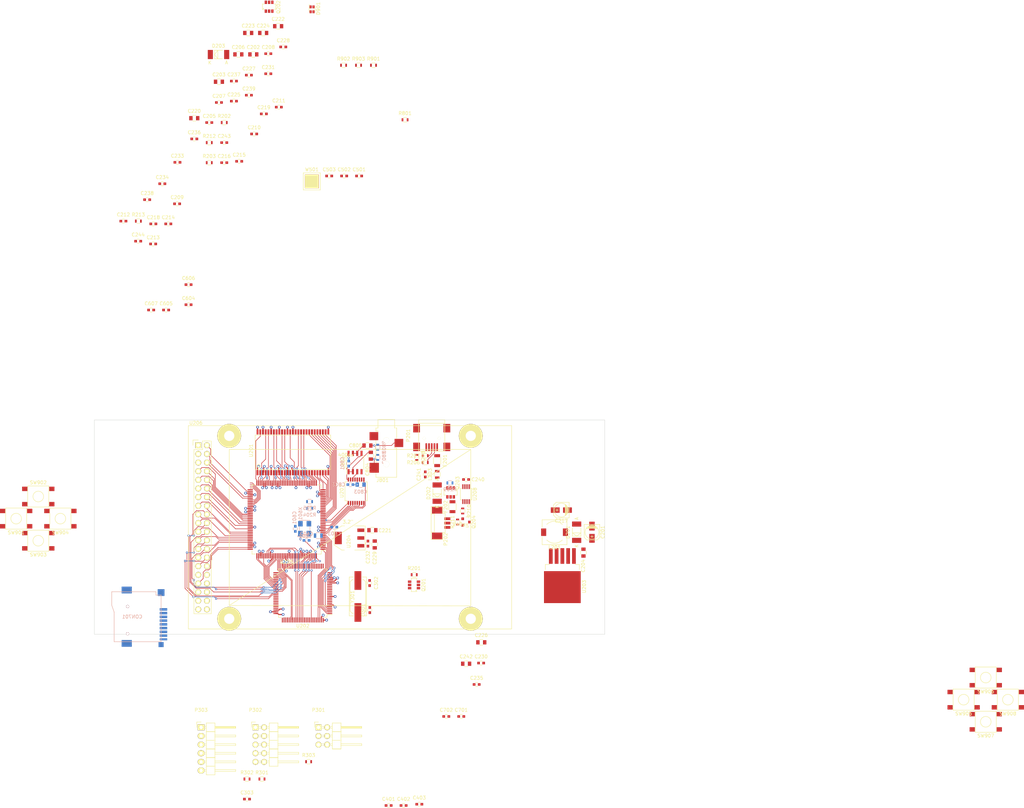
<source format=kicad_pcb>
(kicad_pcb (version 4) (host pcbnew "(2016-02-12 BZR 6554)-stable")

  (general
    (links 482)
    (no_connects 364)
    (area 52.199999 49.949999 202.300001 113.050001)
    (thickness 1.6)
    (drawings 4)
    (tracks 986)
    (zones 0)
    (modules 129)
    (nets 209)
  )

  (page A4)
  (layers
    (0 F.Cu signal)
    (31 B.Cu signal)
    (32 B.Adhes user)
    (33 F.Adhes user)
    (34 B.Paste user)
    (35 F.Paste user)
    (36 B.SilkS user)
    (37 F.SilkS user)
    (38 B.Mask user)
    (39 F.Mask user)
    (40 Dwgs.User user)
    (41 Cmts.User user)
    (42 Eco1.User user)
    (43 Eco2.User user)
    (44 Edge.Cuts user)
    (45 Margin user)
    (46 B.CrtYd user)
    (47 F.CrtYd user)
    (48 B.Fab user)
    (49 F.Fab user hide)
  )

  (setup
    (last_trace_width 0.3)
    (user_trace_width 0.1524)
    (user_trace_width 0.2)
    (user_trace_width 0.3)
    (user_trace_width 0.4)
    (user_trace_width 0.5)
    (trace_clearance 0.153)
    (zone_clearance 0.508)
    (zone_45_only no)
    (trace_min 0.1524)
    (segment_width 0.2)
    (edge_width 0.1)
    (via_size 0.6096)
    (via_drill 0.3048)
    (via_min_size 0.6096)
    (via_min_drill 0.3048)
    (user_via 0.6096 0.3048)
    (user_via 0.8 0.4)
    (user_via 1 0.6)
    (uvia_size 0.3048)
    (uvia_drill 0.1)
    (uvias_allowed no)
    (uvia_min_size 0.2)
    (uvia_min_drill 0.1)
    (pcb_text_width 0.3)
    (pcb_text_size 1.5 1.5)
    (mod_edge_width 0.15)
    (mod_text_size 1 1)
    (mod_text_width 0.15)
    (pad_size 1.5 1.5)
    (pad_drill 0.6)
    (pad_to_mask_clearance 0)
    (aux_axis_origin 0 0)
    (visible_elements FFFFFF7F)
    (pcbplotparams
      (layerselection 0x00030_ffffffff)
      (usegerberextensions false)
      (excludeedgelayer true)
      (linewidth 0.100000)
      (plotframeref false)
      (viasonmask false)
      (mode 1)
      (useauxorigin false)
      (hpglpennumber 1)
      (hpglpenspeed 20)
      (hpglpendiameter 15)
      (psnegative false)
      (psa4output false)
      (plotreference true)
      (plotvalue true)
      (plotinvisibletext false)
      (padsonsilk false)
      (subtractmaskfromsilk false)
      (outputformat 1)
      (mirror false)
      (drillshape 1)
      (scaleselection 1)
      (outputdirectory ""))
  )

  (net 0 "")
  (net 1 VSYS)
  (net 2 GND)
  (net 3 VSTM33)
  (net 4 /powersupply/VCAP1)
  (net 5 /powersupply/VCAP2)
  (net 6 VFPGA33)
  (net 7 +1V2)
  (net 8 VUSB)
  (net 9 /debug/OSCIN)
  (net 10 /debug/OSCOUT)
  (net 11 /audio/DACVREF)
  (net 12 /audio/AOUTL)
  (net 13 /audio/FBL)
  (net 14 /audio/AOUTR)
  (net 15 /audio/FBR)
  (net 16 /FSMC/SDIO_CMD)
  (net 17 /sdcard/SDIO_D3)
  (net 18 /sdcard/SDIO_D2)
  (net 19 /sdcard/SDIO_CLK)
  (net 20 /sdcard/SDIO_D0)
  (net 21 /sdcard/SDIO_D1)
  (net 22 /sdcard/SDCARD_DETECT)
  (net 23 /powersupply/SYS_VOLTAGE)
  (net 24 "Net-(D901-Pad2)")
  (net 25 "Net-(D901-Pad4)")
  (net 26 "Net-(D901-Pad3)")
  (net 27 "Net-(F201-Pad1)")
  (net 28 "Net-(F201-Pad2)")
  (net 29 VBAT)
  (net 30 "Net-(P201-Pad4)")
  (net 31 "Net-(P201-Pad6)")
  (net 32 /powersupply/THERM)
  (net 33 /debug/NRST)
  (net 34 /debug/BOOT0)
  (net 35 /FSMC/BOOT1)
  (net 36 /debug/FTCK)
  (net 37 /debug/FTMS)
  (net 38 /debug/FTDI)
  (net 39 /debug/FTDO)
  (net 40 "Net-(P302-Pad8)")
  (net 41 "Net-(P302-Pad9)")
  (net 42 "Net-(P302-Pad10)")
  (net 43 /debug/JTCK)
  (net 44 /debug/JTMS)
  (net 45 /debug/JTDI)
  (net 46 /FSMC/JTDO)
  (net 47 /FSMC/JRST_N)
  (net 48 /powersupply/FPGA_ENABLE_N)
  (net 49 "Net-(Q202-Pad1)")
  (net 50 /FSMC/BACKLIGHT_EN_N)
  (net 51 /powersupply/CHARGE_ENABLE)
  (net 52 /powersupply/PROG_SWITCHED)
  (net 53 "Net-(R203-Pad1)")
  (net 54 /powersupply/TOE)
  (net 55 /powersupply/CFG0)
  (net 56 /powersupply/CHG_ACTIVE_N)
  (net 57 /powersupply/USB_PRESENT_N)
  (net 58 /powersupply/PROG)
  (net 59 "Net-(R801-Pad1)")
  (net 60 /userif/RGBLED0)
  (net 61 /userif/RGBLED1)
  (net 62 /userif/RGBLED2)
  (net 63 /userif/SW_LEFT)
  (net 64 /userif/SW_UP)
  (net 65 /userif/SW_DOWN)
  (net 66 /userif/SW_RIGHT)
  (net 67 /sdcard/SW_B)
  (net 68 /sdcard/SW_A)
  (net 69 /sdcard/SW_C)
  (net 70 /sdcard/SW_D)
  (net 71 /sdram/DQ0)
  (net 72 /sdram/DQ1)
  (net 73 /sdram/DQ2)
  (net 74 /sdram/DQ3)
  (net 75 /sdram/DQ4)
  (net 76 /sdram/DQ5)
  (net 77 /sdram/DQ6)
  (net 78 /sdram/DQ7)
  (net 79 /sdram/DQML)
  (net 80 /sdram/WE)
  (net 81 /sdram/CAS)
  (net 82 /sdram/RAS)
  (net 83 /sdram/CS)
  (net 84 /sdram/BA0)
  (net 85 /sdram/BA1)
  (net 86 /sdram/A10)
  (net 87 /sdram/A0)
  (net 88 /sdram/A1)
  (net 89 /sdram/A2)
  (net 90 /sdram/A3)
  (net 91 /sdram/A4)
  (net 92 /sdram/A5)
  (net 93 /sdram/A6)
  (net 94 /sdram/A7)
  (net 95 /sdram/A8)
  (net 96 /sdram/A9)
  (net 97 /sdram/A11)
  (net 98 "Net-(U201-Pad36)")
  (net 99 /sdram/CKE)
  (net 100 /sdram/CLK)
  (net 101 /sdram/DQMH)
  (net 102 "Net-(U201-Pad40)")
  (net 103 /sdram/DQ8)
  (net 104 /sdram/DQ9)
  (net 105 /sdram/DQ10)
  (net 106 /sdram/DQ11)
  (net 107 /sdram/DQ12)
  (net 108 /sdram/DQ13)
  (net 109 /sdram/DQ14)
  (net 110 /sdram/DQ15)
  (net 111 /FSMC/A23)
  (net 112 /FSMC/A19)
  (net 113 /FSMC/A20)
  (net 114 /FSMC/A21)
  (net 115 /FSMC/A22)
  (net 116 "Net-(U202-Pad7)")
  (net 117 "Net-(U202-Pad8)")
  (net 118 "Net-(U202-Pad9)")
  (net 119 /sdcard/OSC_EN)
  (net 120 "Net-(U202-Pad34)")
  (net 121 "Net-(U202-Pad35)")
  (net 122 "Net-(U202-Pad36)")
  (net 123 /FSMC/DA4)
  (net 124 /FSMC/DA5)
  (net 125 /FSMC/DA6)
  (net 126 /FSMC/DA7)
  (net 127 /FSMC/DA8)
  (net 128 /FSMC/DA9)
  (net 129 /FSMC/DA10)
  (net 130 /FSMC/DA11)
  (net 131 /FSMC/DA12)
  (net 132 "Net-(U202-Pad47)")
  (net 133 "Net-(U202-Pad48)")
  (net 134 /FSMC/T_CS)
  (net 135 /FSMC/T_CLK)
  (net 136 /FSMC/T_DOUT)
  (net 137 /FSMC/T_DIN)
  (net 138 /FSMC/DA13)
  (net 139 /FSMC/DA14)
  (net 140 /FSMC/DA15)
  (net 141 /FSMC/A16)
  (net 142 /FSMC/A17)
  (net 143 /FSMC/A18)
  (net 144 /FSMC/DA0)
  (net 145 /FSMC/DA1)
  (net 146 /display/T_BUSY)
  (net 147 /display/T_IRQ)
  (net 148 /FSMC/DA2)
  (net 149 /FSMC/DA3)
  (net 150 /FSMC/CLK)
  (net 151 /FSMC/OE_N)
  (net 152 /FSMC/WE_N)
  (net 153 /FSMC/WAIT_N)
  (net 154 /FSMC/E1_N)
  (net 155 "Net-(U202-Pad91)")
  (net 156 "Net-(U202-Pad92)")
  (net 157 /FSMC/ADV_N)
  (net 158 "Net-(U202-Pad95)")
  (net 159 "Net-(U202-Pad96)")
  (net 160 /FSMC/BL0_N)
  (net 161 /FSMC/BL1_N)
  (net 162 /audio/L3MODE)
  (net 163 /audio/ADATA)
  (net 164 /audio/L3DATA)
  (net 165 /audio/ACLK)
  (net 166 /sdram/CLK_50M)
  (net 167 /audio/AWS)
  (net 168 /audio/ABCK)
  (net 169 "Net-(U205-Pad73)")
  (net 170 /display/DB0)
  (net 171 /display/DB1)
  (net 172 /display/DB2)
  (net 173 /display/RS)
  (net 174 /display/DB3)
  (net 175 /display/WR)
  (net 176 /display/DB4)
  (net 177 /display/RD)
  (net 178 /display/DB5)
  (net 179 /display/DB8)
  (net 180 /display/DB6)
  (net 181 /display/DB9)
  (net 182 /display/DB7)
  (net 183 /display/DB10)
  (net 184 /display/DB11)
  (net 185 /display/DB12)
  (net 186 /display/DB13)
  (net 187 /display/DB14)
  (net 188 /display/DB15)
  (net 189 /display/CS)
  (net 190 /display/RST)
  (net 191 "Net-(U206-Pad5)")
  (net 192 "Net-(U206-Pad30)")
  (net 193 "Net-(U206-Pad31)")
  (net 194 "Net-(U206-Pad32)")
  (net 195 "Net-(U206-Pad34)")
  (net 196 "Net-(U206-Pad35)")
  (net 197 "Net-(U206-Pad36)")
  (net 198 "Net-(U206-Pad38)")
  (net 199 "Net-(U206-Pad39)")
  (net 200 "Net-(U206-Pad40)")
  (net 201 /audio/DACL)
  (net 202 /audio/DACR)
  (net 203 "Net-(U208-Pad4)")
  (net 204 /powersupply/LSout)
  (net 205 /powersupply/SSout)
  (net 206 /powersupply/D-)
  (net 207 /powersupply/D+)
  (net 208 /powersupply/B+)

  (net_class Default "This is the default net class."
    (clearance 0.153)
    (trace_width 0.1524)
    (via_dia 0.6096)
    (via_drill 0.3048)
    (uvia_dia 0.3048)
    (uvia_drill 0.1)
    (add_net +1V2)
    (add_net /FSMC/A16)
    (add_net /FSMC/A17)
    (add_net /FSMC/A18)
    (add_net /FSMC/A19)
    (add_net /FSMC/A20)
    (add_net /FSMC/A21)
    (add_net /FSMC/A22)
    (add_net /FSMC/A23)
    (add_net /FSMC/ADV_N)
    (add_net /FSMC/BACKLIGHT_EN_N)
    (add_net /FSMC/BL0_N)
    (add_net /FSMC/BL1_N)
    (add_net /FSMC/BOOT1)
    (add_net /FSMC/CLK)
    (add_net /FSMC/DA0)
    (add_net /FSMC/DA1)
    (add_net /FSMC/DA10)
    (add_net /FSMC/DA11)
    (add_net /FSMC/DA12)
    (add_net /FSMC/DA13)
    (add_net /FSMC/DA14)
    (add_net /FSMC/DA15)
    (add_net /FSMC/DA2)
    (add_net /FSMC/DA3)
    (add_net /FSMC/DA4)
    (add_net /FSMC/DA5)
    (add_net /FSMC/DA6)
    (add_net /FSMC/DA7)
    (add_net /FSMC/DA8)
    (add_net /FSMC/DA9)
    (add_net /FSMC/E1_N)
    (add_net /FSMC/JRST_N)
    (add_net /FSMC/JTDO)
    (add_net /FSMC/OE_N)
    (add_net /FSMC/SDIO_CMD)
    (add_net /FSMC/T_CLK)
    (add_net /FSMC/T_CS)
    (add_net /FSMC/T_DIN)
    (add_net /FSMC/T_DOUT)
    (add_net /FSMC/WAIT_N)
    (add_net /FSMC/WE_N)
    (add_net /audio/ABCK)
    (add_net /audio/ACLK)
    (add_net /audio/ADATA)
    (add_net /audio/AOUTL)
    (add_net /audio/AOUTR)
    (add_net /audio/AWS)
    (add_net /audio/DACL)
    (add_net /audio/DACR)
    (add_net /audio/DACVREF)
    (add_net /audio/FBL)
    (add_net /audio/FBR)
    (add_net /audio/L3DATA)
    (add_net /audio/L3MODE)
    (add_net /debug/BOOT0)
    (add_net /debug/FTCK)
    (add_net /debug/FTDI)
    (add_net /debug/FTDO)
    (add_net /debug/FTMS)
    (add_net /debug/JTCK)
    (add_net /debug/JTDI)
    (add_net /debug/JTMS)
    (add_net /debug/NRST)
    (add_net /debug/OSCIN)
    (add_net /debug/OSCOUT)
    (add_net /display/CS)
    (add_net /display/DB0)
    (add_net /display/DB1)
    (add_net /display/DB10)
    (add_net /display/DB11)
    (add_net /display/DB12)
    (add_net /display/DB13)
    (add_net /display/DB14)
    (add_net /display/DB15)
    (add_net /display/DB2)
    (add_net /display/DB3)
    (add_net /display/DB4)
    (add_net /display/DB5)
    (add_net /display/DB6)
    (add_net /display/DB7)
    (add_net /display/DB8)
    (add_net /display/DB9)
    (add_net /display/RD)
    (add_net /display/RS)
    (add_net /display/RST)
    (add_net /display/T_BUSY)
    (add_net /display/T_IRQ)
    (add_net /display/WR)
    (add_net /powersupply/B+)
    (add_net /powersupply/CFG0)
    (add_net /powersupply/CHARGE_ENABLE)
    (add_net /powersupply/CHG_ACTIVE_N)
    (add_net /powersupply/D+)
    (add_net /powersupply/D-)
    (add_net /powersupply/FPGA_ENABLE_N)
    (add_net /powersupply/LSout)
    (add_net /powersupply/PROG)
    (add_net /powersupply/PROG_SWITCHED)
    (add_net /powersupply/SSout)
    (add_net /powersupply/SYS_VOLTAGE)
    (add_net /powersupply/THERM)
    (add_net /powersupply/TOE)
    (add_net /powersupply/USB_PRESENT_N)
    (add_net /powersupply/VCAP1)
    (add_net /powersupply/VCAP2)
    (add_net /sdcard/OSC_EN)
    (add_net /sdcard/SDCARD_DETECT)
    (add_net /sdcard/SDIO_CLK)
    (add_net /sdcard/SDIO_D0)
    (add_net /sdcard/SDIO_D1)
    (add_net /sdcard/SDIO_D2)
    (add_net /sdcard/SDIO_D3)
    (add_net /sdcard/SW_A)
    (add_net /sdcard/SW_B)
    (add_net /sdcard/SW_C)
    (add_net /sdcard/SW_D)
    (add_net /sdram/A0)
    (add_net /sdram/A1)
    (add_net /sdram/A10)
    (add_net /sdram/A11)
    (add_net /sdram/A2)
    (add_net /sdram/A3)
    (add_net /sdram/A4)
    (add_net /sdram/A5)
    (add_net /sdram/A6)
    (add_net /sdram/A7)
    (add_net /sdram/A8)
    (add_net /sdram/A9)
    (add_net /sdram/BA0)
    (add_net /sdram/BA1)
    (add_net /sdram/CAS)
    (add_net /sdram/CKE)
    (add_net /sdram/CLK)
    (add_net /sdram/CLK_50M)
    (add_net /sdram/CS)
    (add_net /sdram/DQ0)
    (add_net /sdram/DQ1)
    (add_net /sdram/DQ10)
    (add_net /sdram/DQ11)
    (add_net /sdram/DQ12)
    (add_net /sdram/DQ13)
    (add_net /sdram/DQ14)
    (add_net /sdram/DQ15)
    (add_net /sdram/DQ2)
    (add_net /sdram/DQ3)
    (add_net /sdram/DQ4)
    (add_net /sdram/DQ5)
    (add_net /sdram/DQ6)
    (add_net /sdram/DQ7)
    (add_net /sdram/DQ8)
    (add_net /sdram/DQ9)
    (add_net /sdram/DQMH)
    (add_net /sdram/DQML)
    (add_net /sdram/RAS)
    (add_net /sdram/WE)
    (add_net /userif/RGBLED0)
    (add_net /userif/RGBLED1)
    (add_net /userif/RGBLED2)
    (add_net /userif/SW_DOWN)
    (add_net /userif/SW_LEFT)
    (add_net /userif/SW_RIGHT)
    (add_net /userif/SW_UP)
    (add_net GND)
    (add_net "Net-(D901-Pad2)")
    (add_net "Net-(D901-Pad3)")
    (add_net "Net-(D901-Pad4)")
    (add_net "Net-(F201-Pad1)")
    (add_net "Net-(F201-Pad2)")
    (add_net "Net-(P201-Pad4)")
    (add_net "Net-(P201-Pad6)")
    (add_net "Net-(P302-Pad10)")
    (add_net "Net-(P302-Pad8)")
    (add_net "Net-(P302-Pad9)")
    (add_net "Net-(Q202-Pad1)")
    (add_net "Net-(R203-Pad1)")
    (add_net "Net-(R801-Pad1)")
    (add_net "Net-(U201-Pad36)")
    (add_net "Net-(U201-Pad40)")
    (add_net "Net-(U202-Pad34)")
    (add_net "Net-(U202-Pad35)")
    (add_net "Net-(U202-Pad36)")
    (add_net "Net-(U202-Pad47)")
    (add_net "Net-(U202-Pad48)")
    (add_net "Net-(U202-Pad7)")
    (add_net "Net-(U202-Pad8)")
    (add_net "Net-(U202-Pad9)")
    (add_net "Net-(U202-Pad91)")
    (add_net "Net-(U202-Pad92)")
    (add_net "Net-(U202-Pad95)")
    (add_net "Net-(U202-Pad96)")
    (add_net "Net-(U205-Pad73)")
    (add_net "Net-(U206-Pad30)")
    (add_net "Net-(U206-Pad31)")
    (add_net "Net-(U206-Pad32)")
    (add_net "Net-(U206-Pad34)")
    (add_net "Net-(U206-Pad35)")
    (add_net "Net-(U206-Pad36)")
    (add_net "Net-(U206-Pad38)")
    (add_net "Net-(U206-Pad39)")
    (add_net "Net-(U206-Pad40)")
    (add_net "Net-(U206-Pad5)")
    (add_net "Net-(U208-Pad4)")
    (add_net VBAT)
    (add_net VFPGA33)
    (add_net VSTM33)
    (add_net VSYS)
    (add_net VUSB)
  )

  (module Capacitors_SMD:c_elec_4x4.5 (layer F.Cu) (tedit 55725C01) (tstamp 56D850F1)
    (at 198.5 83 270)
    (descr "SMT capacitor, aluminium electrolytic, 4x4.5")
    (path /563244F7/56C2EA4B)
    (attr smd)
    (fp_text reference C201 (at 0 -3.175 270) (layer F.SilkS)
      (effects (font (size 1 1) (thickness 0.15)))
    )
    (fp_text value 220u (at 0 3.175 270) (layer F.Fab)
      (effects (font (size 1 1) (thickness 0.15)))
    )
    (fp_line (start -3.35 2.65) (end 3.35 2.65) (layer F.CrtYd) (width 0.05))
    (fp_line (start 3.35 -2.65) (end -3.35 -2.65) (layer F.CrtYd) (width 0.05))
    (fp_line (start -3.35 -2.65) (end -3.35 2.65) (layer F.CrtYd) (width 0.05))
    (fp_line (start 3.35 2.65) (end 3.35 -2.65) (layer F.CrtYd) (width 0.05))
    (fp_line (start 1.651 0) (end 0.889 0) (layer F.SilkS) (width 0.15))
    (fp_line (start 1.27 -0.381) (end 1.27 0.381) (layer F.SilkS) (width 0.15))
    (fp_line (start 1.524 2.286) (end -2.286 2.286) (layer F.SilkS) (width 0.15))
    (fp_line (start 2.286 -1.524) (end 2.286 1.524) (layer F.SilkS) (width 0.15))
    (fp_line (start 1.524 2.286) (end 2.286 1.524) (layer F.SilkS) (width 0.15))
    (fp_line (start 1.524 -2.286) (end -2.286 -2.286) (layer F.SilkS) (width 0.15))
    (fp_line (start 1.524 -2.286) (end 2.286 -1.524) (layer F.SilkS) (width 0.15))
    (fp_line (start -2.032 0.127) (end -2.032 -0.127) (layer F.SilkS) (width 0.15))
    (fp_line (start -1.905 -0.635) (end -1.905 0.635) (layer F.SilkS) (width 0.15))
    (fp_line (start -1.778 0.889) (end -1.778 -0.889) (layer F.SilkS) (width 0.15))
    (fp_line (start -1.651 1.143) (end -1.651 -1.143) (layer F.SilkS) (width 0.15))
    (fp_line (start -1.524 -1.27) (end -1.524 1.27) (layer F.SilkS) (width 0.15))
    (fp_line (start -1.397 1.397) (end -1.397 -1.397) (layer F.SilkS) (width 0.15))
    (fp_line (start -1.27 -1.524) (end -1.27 1.524) (layer F.SilkS) (width 0.15))
    (fp_line (start -1.143 -1.651) (end -1.143 1.651) (layer F.SilkS) (width 0.15))
    (fp_line (start -2.286 -2.286) (end -2.286 2.286) (layer F.SilkS) (width 0.15))
    (fp_circle (center 0 0) (end -2.032 0) (layer F.SilkS) (width 0.15))
    (pad 1 smd rect (at 1.80086 0 270) (size 2.60096 1.6002) (layers F.Cu F.Paste F.Mask)
      (net 1 VSYS))
    (pad 2 smd rect (at -1.80086 0 270) (size 2.60096 1.6002) (layers F.Cu F.Paste F.Mask)
      (net 2 GND))
    (model Capacitors_SMD.3dshapes/c_elec_4x4.5.wrl
      (at (xyz 0 0 0))
      (scale (xyz 1 1 1))
      (rotate (xyz 0 0 0))
    )
  )

  (module Capacitors_SMD:C_0805 (layer F.Cu) (tedit 5415D6EA) (tstamp 56D850FD)
    (at 98.957546 -57.539378)
    (descr "Capacitor SMD 0805, reflow soldering, AVX (see smccp.pdf)")
    (tags "capacitor 0805")
    (path /563244F7/56C52C65)
    (attr smd)
    (fp_text reference C202 (at 0 -2.1) (layer F.SilkS)
      (effects (font (size 1 1) (thickness 0.15)))
    )
    (fp_text value 10u (at 0 2.1) (layer F.Fab)
      (effects (font (size 1 1) (thickness 0.15)))
    )
    (fp_line (start -1.8 -1) (end 1.8 -1) (layer F.CrtYd) (width 0.05))
    (fp_line (start -1.8 1) (end 1.8 1) (layer F.CrtYd) (width 0.05))
    (fp_line (start -1.8 -1) (end -1.8 1) (layer F.CrtYd) (width 0.05))
    (fp_line (start 1.8 -1) (end 1.8 1) (layer F.CrtYd) (width 0.05))
    (fp_line (start 0.5 -0.85) (end -0.5 -0.85) (layer F.SilkS) (width 0.15))
    (fp_line (start -0.5 0.85) (end 0.5 0.85) (layer F.SilkS) (width 0.15))
    (pad 1 smd rect (at -1 0) (size 1 1.25) (layers F.Cu F.Paste F.Mask)
      (net 3 VSTM33))
    (pad 2 smd rect (at 1 0) (size 1 1.25) (layers F.Cu F.Paste F.Mask)
      (net 2 GND))
    (model Capacitors_SMD.3dshapes/C_0805.wrl
      (at (xyz 0 0 0))
      (scale (xyz 1 1 1))
      (rotate (xyz 0 0 0))
    )
  )

  (module Capacitors_SMD:C_0805 (layer F.Cu) (tedit 5415D6EA) (tstamp 56D85109)
    (at 88.857546 -49.489378)
    (descr "Capacitor SMD 0805, reflow soldering, AVX (see smccp.pdf)")
    (tags "capacitor 0805")
    (path /563244F7/56C5D114)
    (attr smd)
    (fp_text reference C203 (at 0 -2.1) (layer F.SilkS)
      (effects (font (size 1 1) (thickness 0.15)))
    )
    (fp_text value 2.2u (at 0 2.1) (layer F.Fab)
      (effects (font (size 1 1) (thickness 0.15)))
    )
    (fp_line (start -1.8 -1) (end 1.8 -1) (layer F.CrtYd) (width 0.05))
    (fp_line (start -1.8 1) (end 1.8 1) (layer F.CrtYd) (width 0.05))
    (fp_line (start -1.8 -1) (end -1.8 1) (layer F.CrtYd) (width 0.05))
    (fp_line (start 1.8 -1) (end 1.8 1) (layer F.CrtYd) (width 0.05))
    (fp_line (start 0.5 -0.85) (end -0.5 -0.85) (layer F.SilkS) (width 0.15))
    (fp_line (start -0.5 0.85) (end 0.5 0.85) (layer F.SilkS) (width 0.15))
    (pad 1 smd rect (at -1 0) (size 1 1.25) (layers F.Cu F.Paste F.Mask)
      (net 4 /powersupply/VCAP1))
    (pad 2 smd rect (at 1 0) (size 1 1.25) (layers F.Cu F.Paste F.Mask)
      (net 2 GND))
    (model Capacitors_SMD.3dshapes/C_0805.wrl
      (at (xyz 0 0 0))
      (scale (xyz 1 1 1))
      (rotate (xyz 0 0 0))
    )
  )

  (module Capacitors_SMD:C_0805 (layer F.Cu) (tedit 5415D6EA) (tstamp 56D85115)
    (at 196 89 90)
    (descr "Capacitor SMD 0805, reflow soldering, AVX (see smccp.pdf)")
    (tags "capacitor 0805")
    (path /563244F7/56324973)
    (attr smd)
    (fp_text reference C204 (at -3.9 -0.1 90) (layer F.SilkS)
      (effects (font (size 1 1) (thickness 0.15)))
    )
    (fp_text value 10u (at 0 2.1 90) (layer F.Fab)
      (effects (font (size 1 1) (thickness 0.15)))
    )
    (fp_line (start -1.8 -1) (end 1.8 -1) (layer F.CrtYd) (width 0.05))
    (fp_line (start -1.8 1) (end 1.8 1) (layer F.CrtYd) (width 0.05))
    (fp_line (start -1.8 -1) (end -1.8 1) (layer F.CrtYd) (width 0.05))
    (fp_line (start 1.8 -1) (end 1.8 1) (layer F.CrtYd) (width 0.05))
    (fp_line (start 0.5 -0.85) (end -0.5 -0.85) (layer F.SilkS) (width 0.15))
    (fp_line (start -0.5 0.85) (end 0.5 0.85) (layer F.SilkS) (width 0.15))
    (pad 1 smd rect (at -1 0 90) (size 1 1.25) (layers F.Cu F.Paste F.Mask)
      (net 1 VSYS))
    (pad 2 smd rect (at 1 0 90) (size 1 1.25) (layers F.Cu F.Paste F.Mask)
      (net 2 GND))
    (model Capacitors_SMD.3dshapes/C_0805.wrl
      (at (xyz 0 0 0))
      (scale (xyz 1 1 1))
      (rotate (xyz 0 0 0))
    )
  )

  (module Capacitors_SMD:C_0603 (layer F.Cu) (tedit 5415D631) (tstamp 56D85121)
    (at 86.007546 -37.489378)
    (descr "Capacitor SMD 0603, reflow soldering, AVX (see smccp.pdf)")
    (tags "capacitor 0603")
    (path /563244F7/56C50D95)
    (attr smd)
    (fp_text reference C205 (at 0 -1.9) (layer F.SilkS)
      (effects (font (size 1 1) (thickness 0.15)))
    )
    (fp_text value 100n (at 0 1.9) (layer F.Fab)
      (effects (font (size 1 1) (thickness 0.15)))
    )
    (fp_line (start -1.45 -0.75) (end 1.45 -0.75) (layer F.CrtYd) (width 0.05))
    (fp_line (start -1.45 0.75) (end 1.45 0.75) (layer F.CrtYd) (width 0.05))
    (fp_line (start -1.45 -0.75) (end -1.45 0.75) (layer F.CrtYd) (width 0.05))
    (fp_line (start 1.45 -0.75) (end 1.45 0.75) (layer F.CrtYd) (width 0.05))
    (fp_line (start -0.35 -0.6) (end 0.35 -0.6) (layer F.SilkS) (width 0.15))
    (fp_line (start 0.35 0.6) (end -0.35 0.6) (layer F.SilkS) (width 0.15))
    (pad 1 smd rect (at -0.75 0) (size 0.8 0.75) (layers F.Cu F.Paste F.Mask)
      (net 3 VSTM33))
    (pad 2 smd rect (at 0.75 0) (size 0.8 0.75) (layers F.Cu F.Paste F.Mask)
      (net 2 GND))
    (model Capacitors_SMD.3dshapes/C_0603.wrl
      (at (xyz 0 0 0))
      (scale (xyz 1 1 1))
      (rotate (xyz 0 0 0))
    )
  )

  (module Capacitors_SMD:C_0805 (layer F.Cu) (tedit 5415D6EA) (tstamp 56D8512D)
    (at 94.557546 -57.539378)
    (descr "Capacitor SMD 0805, reflow soldering, AVX (see smccp.pdf)")
    (tags "capacitor 0805")
    (path /563244F7/56C5C319)
    (attr smd)
    (fp_text reference C206 (at 0 -2.1) (layer F.SilkS)
      (effects (font (size 1 1) (thickness 0.15)))
    )
    (fp_text value 2.2u (at 0 2.1) (layer F.Fab)
      (effects (font (size 1 1) (thickness 0.15)))
    )
    (fp_line (start -1.8 -1) (end 1.8 -1) (layer F.CrtYd) (width 0.05))
    (fp_line (start -1.8 1) (end 1.8 1) (layer F.CrtYd) (width 0.05))
    (fp_line (start -1.8 -1) (end -1.8 1) (layer F.CrtYd) (width 0.05))
    (fp_line (start 1.8 -1) (end 1.8 1) (layer F.CrtYd) (width 0.05))
    (fp_line (start 0.5 -0.85) (end -0.5 -0.85) (layer F.SilkS) (width 0.15))
    (fp_line (start -0.5 0.85) (end 0.5 0.85) (layer F.SilkS) (width 0.15))
    (pad 1 smd rect (at -1 0) (size 1 1.25) (layers F.Cu F.Paste F.Mask)
      (net 5 /powersupply/VCAP2))
    (pad 2 smd rect (at 1 0) (size 1 1.25) (layers F.Cu F.Paste F.Mask)
      (net 2 GND))
    (model Capacitors_SMD.3dshapes/C_0805.wrl
      (at (xyz 0 0 0))
      (scale (xyz 1 1 1))
      (rotate (xyz 0 0 0))
    )
  )

  (module Capacitors_SMD:C_0603 (layer F.Cu) (tedit 5415D631) (tstamp 56D85139)
    (at 88.857546 -43.389378)
    (descr "Capacitor SMD 0603, reflow soldering, AVX (see smccp.pdf)")
    (tags "capacitor 0603")
    (path /563244F7/56C5067D)
    (attr smd)
    (fp_text reference C207 (at 0 -1.9) (layer F.SilkS)
      (effects (font (size 1 1) (thickness 0.15)))
    )
    (fp_text value 100n (at 0 1.9) (layer F.Fab)
      (effects (font (size 1 1) (thickness 0.15)))
    )
    (fp_line (start -1.45 -0.75) (end 1.45 -0.75) (layer F.CrtYd) (width 0.05))
    (fp_line (start -1.45 0.75) (end 1.45 0.75) (layer F.CrtYd) (width 0.05))
    (fp_line (start -1.45 -0.75) (end -1.45 0.75) (layer F.CrtYd) (width 0.05))
    (fp_line (start 1.45 -0.75) (end 1.45 0.75) (layer F.CrtYd) (width 0.05))
    (fp_line (start -0.35 -0.6) (end 0.35 -0.6) (layer F.SilkS) (width 0.15))
    (fp_line (start 0.35 0.6) (end -0.35 0.6) (layer F.SilkS) (width 0.15))
    (pad 1 smd rect (at -0.75 0) (size 0.8 0.75) (layers F.Cu F.Paste F.Mask)
      (net 3 VSTM33))
    (pad 2 smd rect (at 0.75 0) (size 0.8 0.75) (layers F.Cu F.Paste F.Mask)
      (net 2 GND))
    (model Capacitors_SMD.3dshapes/C_0603.wrl
      (at (xyz 0 0 0))
      (scale (xyz 1 1 1))
      (rotate (xyz 0 0 0))
    )
  )

  (module Capacitors_SMD:C_0603 (layer F.Cu) (tedit 5415D631) (tstamp 56D85145)
    (at 103.357546 -57.739378)
    (descr "Capacitor SMD 0603, reflow soldering, AVX (see smccp.pdf)")
    (tags "capacitor 0603")
    (path /563244F7/56C50683)
    (attr smd)
    (fp_text reference C208 (at 0 -1.9) (layer F.SilkS)
      (effects (font (size 1 1) (thickness 0.15)))
    )
    (fp_text value 100n (at 0 1.9) (layer F.Fab)
      (effects (font (size 1 1) (thickness 0.15)))
    )
    (fp_line (start -1.45 -0.75) (end 1.45 -0.75) (layer F.CrtYd) (width 0.05))
    (fp_line (start -1.45 0.75) (end 1.45 0.75) (layer F.CrtYd) (width 0.05))
    (fp_line (start -1.45 -0.75) (end -1.45 0.75) (layer F.CrtYd) (width 0.05))
    (fp_line (start 1.45 -0.75) (end 1.45 0.75) (layer F.CrtYd) (width 0.05))
    (fp_line (start -0.35 -0.6) (end 0.35 -0.6) (layer F.SilkS) (width 0.15))
    (fp_line (start 0.35 0.6) (end -0.35 0.6) (layer F.SilkS) (width 0.15))
    (pad 1 smd rect (at -0.75 0) (size 0.8 0.75) (layers F.Cu F.Paste F.Mask)
      (net 3 VSTM33))
    (pad 2 smd rect (at 0.75 0) (size 0.8 0.75) (layers F.Cu F.Paste F.Mask)
      (net 2 GND))
    (model Capacitors_SMD.3dshapes/C_0603.wrl
      (at (xyz 0 0 0))
      (scale (xyz 1 1 1))
      (rotate (xyz 0 0 0))
    )
  )

  (module Capacitors_SMD:C_0603 (layer F.Cu) (tedit 5415D631) (tstamp 56D85151)
    (at 76.557546 -13.589378)
    (descr "Capacitor SMD 0603, reflow soldering, AVX (see smccp.pdf)")
    (tags "capacitor 0603")
    (path /563244F7/56C50689)
    (attr smd)
    (fp_text reference C209 (at 0 -1.9) (layer F.SilkS)
      (effects (font (size 1 1) (thickness 0.15)))
    )
    (fp_text value 100n (at 0 1.9) (layer F.Fab)
      (effects (font (size 1 1) (thickness 0.15)))
    )
    (fp_line (start -1.45 -0.75) (end 1.45 -0.75) (layer F.CrtYd) (width 0.05))
    (fp_line (start -1.45 0.75) (end 1.45 0.75) (layer F.CrtYd) (width 0.05))
    (fp_line (start -1.45 -0.75) (end -1.45 0.75) (layer F.CrtYd) (width 0.05))
    (fp_line (start 1.45 -0.75) (end 1.45 0.75) (layer F.CrtYd) (width 0.05))
    (fp_line (start -0.35 -0.6) (end 0.35 -0.6) (layer F.SilkS) (width 0.15))
    (fp_line (start 0.35 0.6) (end -0.35 0.6) (layer F.SilkS) (width 0.15))
    (pad 1 smd rect (at -0.75 0) (size 0.8 0.75) (layers F.Cu F.Paste F.Mask)
      (net 3 VSTM33))
    (pad 2 smd rect (at 0.75 0) (size 0.8 0.75) (layers F.Cu F.Paste F.Mask)
      (net 2 GND))
    (model Capacitors_SMD.3dshapes/C_0603.wrl
      (at (xyz 0 0 0))
      (scale (xyz 1 1 1))
      (rotate (xyz 0 0 0))
    )
  )

  (module Capacitors_SMD:C_0603 (layer F.Cu) (tedit 5415D631) (tstamp 56D8515D)
    (at 99.207546 -34.139378)
    (descr "Capacitor SMD 0603, reflow soldering, AVX (see smccp.pdf)")
    (tags "capacitor 0603")
    (path /563244F7/56C5068F)
    (attr smd)
    (fp_text reference C210 (at 0 -1.9) (layer F.SilkS)
      (effects (font (size 1 1) (thickness 0.15)))
    )
    (fp_text value 100n (at 0 1.9) (layer F.Fab)
      (effects (font (size 1 1) (thickness 0.15)))
    )
    (fp_line (start -1.45 -0.75) (end 1.45 -0.75) (layer F.CrtYd) (width 0.05))
    (fp_line (start -1.45 0.75) (end 1.45 0.75) (layer F.CrtYd) (width 0.05))
    (fp_line (start -1.45 -0.75) (end -1.45 0.75) (layer F.CrtYd) (width 0.05))
    (fp_line (start 1.45 -0.75) (end 1.45 0.75) (layer F.CrtYd) (width 0.05))
    (fp_line (start -0.35 -0.6) (end 0.35 -0.6) (layer F.SilkS) (width 0.15))
    (fp_line (start 0.35 0.6) (end -0.35 0.6) (layer F.SilkS) (width 0.15))
    (pad 1 smd rect (at -0.75 0) (size 0.8 0.75) (layers F.Cu F.Paste F.Mask)
      (net 3 VSTM33))
    (pad 2 smd rect (at 0.75 0) (size 0.8 0.75) (layers F.Cu F.Paste F.Mask)
      (net 2 GND))
    (model Capacitors_SMD.3dshapes/C_0603.wrl
      (at (xyz 0 0 0))
      (scale (xyz 1 1 1))
      (rotate (xyz 0 0 0))
    )
  )

  (module Capacitors_SMD:C_0603 (layer F.Cu) (tedit 5415D631) (tstamp 56D85169)
    (at 106.457546 -42.029378)
    (descr "Capacitor SMD 0603, reflow soldering, AVX (see smccp.pdf)")
    (tags "capacitor 0603")
    (path /563244F7/56C786E8)
    (attr smd)
    (fp_text reference C211 (at 0 -1.9) (layer F.SilkS)
      (effects (font (size 1 1) (thickness 0.15)))
    )
    (fp_text value 100n (at 0 1.9) (layer F.Fab)
      (effects (font (size 1 1) (thickness 0.15)))
    )
    (fp_line (start -1.45 -0.75) (end 1.45 -0.75) (layer F.CrtYd) (width 0.05))
    (fp_line (start -1.45 0.75) (end 1.45 0.75) (layer F.CrtYd) (width 0.05))
    (fp_line (start -1.45 -0.75) (end -1.45 0.75) (layer F.CrtYd) (width 0.05))
    (fp_line (start 1.45 -0.75) (end 1.45 0.75) (layer F.CrtYd) (width 0.05))
    (fp_line (start -0.35 -0.6) (end 0.35 -0.6) (layer F.SilkS) (width 0.15))
    (fp_line (start 0.35 0.6) (end -0.35 0.6) (layer F.SilkS) (width 0.15))
    (pad 1 smd rect (at -0.75 0) (size 0.8 0.75) (layers F.Cu F.Paste F.Mask)
      (net 6 VFPGA33))
    (pad 2 smd rect (at 0.75 0) (size 0.8 0.75) (layers F.Cu F.Paste F.Mask)
      (net 2 GND))
    (model Capacitors_SMD.3dshapes/C_0603.wrl
      (at (xyz 0 0 0))
      (scale (xyz 1 1 1))
      (rotate (xyz 0 0 0))
    )
  )

  (module Capacitors_SMD:C_0603 (layer F.Cu) (tedit 5415D631) (tstamp 56D85175)
    (at 60.767546 -8.499378)
    (descr "Capacitor SMD 0603, reflow soldering, AVX (see smccp.pdf)")
    (tags "capacitor 0603")
    (path /563244F7/56C50695)
    (attr smd)
    (fp_text reference C212 (at 0 -1.9) (layer F.SilkS)
      (effects (font (size 1 1) (thickness 0.15)))
    )
    (fp_text value 100n (at 0 1.9) (layer F.Fab)
      (effects (font (size 1 1) (thickness 0.15)))
    )
    (fp_line (start -1.45 -0.75) (end 1.45 -0.75) (layer F.CrtYd) (width 0.05))
    (fp_line (start -1.45 0.75) (end 1.45 0.75) (layer F.CrtYd) (width 0.05))
    (fp_line (start -1.45 -0.75) (end -1.45 0.75) (layer F.CrtYd) (width 0.05))
    (fp_line (start 1.45 -0.75) (end 1.45 0.75) (layer F.CrtYd) (width 0.05))
    (fp_line (start -0.35 -0.6) (end 0.35 -0.6) (layer F.SilkS) (width 0.15))
    (fp_line (start 0.35 0.6) (end -0.35 0.6) (layer F.SilkS) (width 0.15))
    (pad 1 smd rect (at -0.75 0) (size 0.8 0.75) (layers F.Cu F.Paste F.Mask)
      (net 3 VSTM33))
    (pad 2 smd rect (at 0.75 0) (size 0.8 0.75) (layers F.Cu F.Paste F.Mask)
      (net 2 GND))
    (model Capacitors_SMD.3dshapes/C_0603.wrl
      (at (xyz 0 0 0))
      (scale (xyz 1 1 1))
      (rotate (xyz 0 0 0))
    )
  )

  (module Capacitors_SMD:C_0603 (layer F.Cu) (tedit 5415D631) (tstamp 56D85181)
    (at 69.517546 -1.789378)
    (descr "Capacitor SMD 0603, reflow soldering, AVX (see smccp.pdf)")
    (tags "capacitor 0603")
    (path /563244F7/56C786EE)
    (attr smd)
    (fp_text reference C213 (at 0 -1.9) (layer F.SilkS)
      (effects (font (size 1 1) (thickness 0.15)))
    )
    (fp_text value 100n (at 0 1.9) (layer F.Fab)
      (effects (font (size 1 1) (thickness 0.15)))
    )
    (fp_line (start -1.45 -0.75) (end 1.45 -0.75) (layer F.CrtYd) (width 0.05))
    (fp_line (start -1.45 0.75) (end 1.45 0.75) (layer F.CrtYd) (width 0.05))
    (fp_line (start -1.45 -0.75) (end -1.45 0.75) (layer F.CrtYd) (width 0.05))
    (fp_line (start 1.45 -0.75) (end 1.45 0.75) (layer F.CrtYd) (width 0.05))
    (fp_line (start -0.35 -0.6) (end 0.35 -0.6) (layer F.SilkS) (width 0.15))
    (fp_line (start 0.35 0.6) (end -0.35 0.6) (layer F.SilkS) (width 0.15))
    (pad 1 smd rect (at -0.75 0) (size 0.8 0.75) (layers F.Cu F.Paste F.Mask)
      (net 6 VFPGA33))
    (pad 2 smd rect (at 0.75 0) (size 0.8 0.75) (layers F.Cu F.Paste F.Mask)
      (net 2 GND))
    (model Capacitors_SMD.3dshapes/C_0603.wrl
      (at (xyz 0 0 0))
      (scale (xyz 1 1 1))
      (rotate (xyz 0 0 0))
    )
  )

  (module Capacitors_SMD:C_0603 (layer F.Cu) (tedit 5415D631) (tstamp 56D8518D)
    (at 73.967546 -7.689378)
    (descr "Capacitor SMD 0603, reflow soldering, AVX (see smccp.pdf)")
    (tags "capacitor 0603")
    (path /563244F7/56C5069B)
    (attr smd)
    (fp_text reference C214 (at 0 -1.9) (layer F.SilkS)
      (effects (font (size 1 1) (thickness 0.15)))
    )
    (fp_text value 100n (at 0 1.9) (layer F.Fab)
      (effects (font (size 1 1) (thickness 0.15)))
    )
    (fp_line (start -1.45 -0.75) (end 1.45 -0.75) (layer F.CrtYd) (width 0.05))
    (fp_line (start -1.45 0.75) (end 1.45 0.75) (layer F.CrtYd) (width 0.05))
    (fp_line (start -1.45 -0.75) (end -1.45 0.75) (layer F.CrtYd) (width 0.05))
    (fp_line (start 1.45 -0.75) (end 1.45 0.75) (layer F.CrtYd) (width 0.05))
    (fp_line (start -0.35 -0.6) (end 0.35 -0.6) (layer F.SilkS) (width 0.15))
    (fp_line (start 0.35 0.6) (end -0.35 0.6) (layer F.SilkS) (width 0.15))
    (pad 1 smd rect (at -0.75 0) (size 0.8 0.75) (layers F.Cu F.Paste F.Mask)
      (net 3 VSTM33))
    (pad 2 smd rect (at 0.75 0) (size 0.8 0.75) (layers F.Cu F.Paste F.Mask)
      (net 2 GND))
    (model Capacitors_SMD.3dshapes/C_0603.wrl
      (at (xyz 0 0 0))
      (scale (xyz 1 1 1))
      (rotate (xyz 0 0 0))
    )
  )

  (module Capacitors_SMD:C_0603 (layer F.Cu) (tedit 5415D631) (tstamp 56D85199)
    (at 94.807546 -26.089378)
    (descr "Capacitor SMD 0603, reflow soldering, AVX (see smccp.pdf)")
    (tags "capacitor 0603")
    (path /563244F7/56C786F4)
    (attr smd)
    (fp_text reference C215 (at 0 -1.9) (layer F.SilkS)
      (effects (font (size 1 1) (thickness 0.15)))
    )
    (fp_text value 100n (at 0 1.9) (layer F.Fab)
      (effects (font (size 1 1) (thickness 0.15)))
    )
    (fp_line (start -1.45 -0.75) (end 1.45 -0.75) (layer F.CrtYd) (width 0.05))
    (fp_line (start -1.45 0.75) (end 1.45 0.75) (layer F.CrtYd) (width 0.05))
    (fp_line (start -1.45 -0.75) (end -1.45 0.75) (layer F.CrtYd) (width 0.05))
    (fp_line (start 1.45 -0.75) (end 1.45 0.75) (layer F.CrtYd) (width 0.05))
    (fp_line (start -0.35 -0.6) (end 0.35 -0.6) (layer F.SilkS) (width 0.15))
    (fp_line (start 0.35 0.6) (end -0.35 0.6) (layer F.SilkS) (width 0.15))
    (pad 1 smd rect (at -0.75 0) (size 0.8 0.75) (layers F.Cu F.Paste F.Mask)
      (net 6 VFPGA33))
    (pad 2 smd rect (at 0.75 0) (size 0.8 0.75) (layers F.Cu F.Paste F.Mask)
      (net 2 GND))
    (model Capacitors_SMD.3dshapes/C_0603.wrl
      (at (xyz 0 0 0))
      (scale (xyz 1 1 1))
      (rotate (xyz 0 0 0))
    )
  )

  (module Capacitors_SMD:C_0603 (layer F.Cu) (tedit 5415D631) (tstamp 56D851A5)
    (at 90.407546 -25.689378)
    (descr "Capacitor SMD 0603, reflow soldering, AVX (see smccp.pdf)")
    (tags "capacitor 0603")
    (path /563244F7/56C506A1)
    (attr smd)
    (fp_text reference C216 (at 0 -1.9) (layer F.SilkS)
      (effects (font (size 1 1) (thickness 0.15)))
    )
    (fp_text value 100n (at 0 1.9) (layer F.Fab)
      (effects (font (size 1 1) (thickness 0.15)))
    )
    (fp_line (start -1.45 -0.75) (end 1.45 -0.75) (layer F.CrtYd) (width 0.05))
    (fp_line (start -1.45 0.75) (end 1.45 0.75) (layer F.CrtYd) (width 0.05))
    (fp_line (start -1.45 -0.75) (end -1.45 0.75) (layer F.CrtYd) (width 0.05))
    (fp_line (start 1.45 -0.75) (end 1.45 0.75) (layer F.CrtYd) (width 0.05))
    (fp_line (start -0.35 -0.6) (end 0.35 -0.6) (layer F.SilkS) (width 0.15))
    (fp_line (start 0.35 0.6) (end -0.35 0.6) (layer F.SilkS) (width 0.15))
    (pad 1 smd rect (at -0.75 0) (size 0.8 0.75) (layers F.Cu F.Paste F.Mask)
      (net 3 VSTM33))
    (pad 2 smd rect (at 0.75 0) (size 0.8 0.75) (layers F.Cu F.Paste F.Mask)
      (net 2 GND))
    (model Capacitors_SMD.3dshapes/C_0603.wrl
      (at (xyz 0 0 0))
      (scale (xyz 1 1 1))
      (rotate (xyz 0 0 0))
    )
  )

  (module Capacitors_SMD:c_elec_4x4.5 (layer F.Cu) (tedit 55725C01) (tstamp 56D851C0)
    (at 189.5 76.5 180)
    (descr "SMT capacitor, aluminium electrolytic, 4x4.5")
    (path /563244F7/56C2E260)
    (attr smd)
    (fp_text reference C217 (at 0 -3.175 180) (layer F.SilkS)
      (effects (font (size 1 1) (thickness 0.15)))
    )
    (fp_text value 220u (at 0 3.175 180) (layer F.Fab)
      (effects (font (size 1 1) (thickness 0.15)))
    )
    (fp_line (start -3.35 2.65) (end 3.35 2.65) (layer F.CrtYd) (width 0.05))
    (fp_line (start 3.35 -2.65) (end -3.35 -2.65) (layer F.CrtYd) (width 0.05))
    (fp_line (start -3.35 -2.65) (end -3.35 2.65) (layer F.CrtYd) (width 0.05))
    (fp_line (start 3.35 2.65) (end 3.35 -2.65) (layer F.CrtYd) (width 0.05))
    (fp_line (start 1.651 0) (end 0.889 0) (layer F.SilkS) (width 0.15))
    (fp_line (start 1.27 -0.381) (end 1.27 0.381) (layer F.SilkS) (width 0.15))
    (fp_line (start 1.524 2.286) (end -2.286 2.286) (layer F.SilkS) (width 0.15))
    (fp_line (start 2.286 -1.524) (end 2.286 1.524) (layer F.SilkS) (width 0.15))
    (fp_line (start 1.524 2.286) (end 2.286 1.524) (layer F.SilkS) (width 0.15))
    (fp_line (start 1.524 -2.286) (end -2.286 -2.286) (layer F.SilkS) (width 0.15))
    (fp_line (start 1.524 -2.286) (end 2.286 -1.524) (layer F.SilkS) (width 0.15))
    (fp_line (start -2.032 0.127) (end -2.032 -0.127) (layer F.SilkS) (width 0.15))
    (fp_line (start -1.905 -0.635) (end -1.905 0.635) (layer F.SilkS) (width 0.15))
    (fp_line (start -1.778 0.889) (end -1.778 -0.889) (layer F.SilkS) (width 0.15))
    (fp_line (start -1.651 1.143) (end -1.651 -1.143) (layer F.SilkS) (width 0.15))
    (fp_line (start -1.524 -1.27) (end -1.524 1.27) (layer F.SilkS) (width 0.15))
    (fp_line (start -1.397 1.397) (end -1.397 -1.397) (layer F.SilkS) (width 0.15))
    (fp_line (start -1.27 -1.524) (end -1.27 1.524) (layer F.SilkS) (width 0.15))
    (fp_line (start -1.143 -1.651) (end -1.143 1.651) (layer F.SilkS) (width 0.15))
    (fp_line (start -2.286 -2.286) (end -2.286 2.286) (layer F.SilkS) (width 0.15))
    (fp_circle (center 0 0) (end -2.032 0) (layer F.SilkS) (width 0.15))
    (pad 1 smd rect (at 1.80086 0 180) (size 2.60096 1.6002) (layers F.Cu F.Paste F.Mask)
      (net 3 VSTM33))
    (pad 2 smd rect (at -1.80086 0 180) (size 2.60096 1.6002) (layers F.Cu F.Paste F.Mask)
      (net 2 GND))
    (model Capacitors_SMD.3dshapes/c_elec_4x4.5.wrl
      (at (xyz 0 0 0))
      (scale (xyz 1 1 1))
      (rotate (xyz 0 0 0))
    )
  )

  (module Capacitors_SMD:C_0603 (layer F.Cu) (tedit 5415D631) (tstamp 56D851CC)
    (at 69.567546 -7.689378)
    (descr "Capacitor SMD 0603, reflow soldering, AVX (see smccp.pdf)")
    (tags "capacitor 0603")
    (path /563244F7/56C78700)
    (attr smd)
    (fp_text reference C218 (at 0 -1.9) (layer F.SilkS)
      (effects (font (size 1 1) (thickness 0.15)))
    )
    (fp_text value 10n (at 0 1.9) (layer F.Fab)
      (effects (font (size 1 1) (thickness 0.15)))
    )
    (fp_line (start -1.45 -0.75) (end 1.45 -0.75) (layer F.CrtYd) (width 0.05))
    (fp_line (start -1.45 0.75) (end 1.45 0.75) (layer F.CrtYd) (width 0.05))
    (fp_line (start -1.45 -0.75) (end -1.45 0.75) (layer F.CrtYd) (width 0.05))
    (fp_line (start 1.45 -0.75) (end 1.45 0.75) (layer F.CrtYd) (width 0.05))
    (fp_line (start -0.35 -0.6) (end 0.35 -0.6) (layer F.SilkS) (width 0.15))
    (fp_line (start 0.35 0.6) (end -0.35 0.6) (layer F.SilkS) (width 0.15))
    (pad 1 smd rect (at -0.75 0) (size 0.8 0.75) (layers F.Cu F.Paste F.Mask)
      (net 6 VFPGA33))
    (pad 2 smd rect (at 0.75 0) (size 0.8 0.75) (layers F.Cu F.Paste F.Mask)
      (net 2 GND))
    (model Capacitors_SMD.3dshapes/C_0603.wrl
      (at (xyz 0 0 0))
      (scale (xyz 1 1 1))
      (rotate (xyz 0 0 0))
    )
  )

  (module Capacitors_SMD:C_0603 (layer F.Cu) (tedit 5415D631) (tstamp 56D851D8)
    (at 102.057546 -40.039378)
    (descr "Capacitor SMD 0603, reflow soldering, AVX (see smccp.pdf)")
    (tags "capacitor 0603")
    (path /563244F7/56C5BFA7)
    (attr smd)
    (fp_text reference C219 (at 0 -1.9) (layer F.SilkS)
      (effects (font (size 1 1) (thickness 0.15)))
    )
    (fp_text value 100n (at 0 1.9) (layer F.Fab)
      (effects (font (size 1 1) (thickness 0.15)))
    )
    (fp_line (start -1.45 -0.75) (end 1.45 -0.75) (layer F.CrtYd) (width 0.05))
    (fp_line (start -1.45 0.75) (end 1.45 0.75) (layer F.CrtYd) (width 0.05))
    (fp_line (start -1.45 -0.75) (end -1.45 0.75) (layer F.CrtYd) (width 0.05))
    (fp_line (start 1.45 -0.75) (end 1.45 0.75) (layer F.CrtYd) (width 0.05))
    (fp_line (start -0.35 -0.6) (end 0.35 -0.6) (layer F.SilkS) (width 0.15))
    (fp_line (start 0.35 0.6) (end -0.35 0.6) (layer F.SilkS) (width 0.15))
    (pad 1 smd rect (at -0.75 0) (size 0.8 0.75) (layers F.Cu F.Paste F.Mask)
      (net 6 VFPGA33))
    (pad 2 smd rect (at 0.75 0) (size 0.8 0.75) (layers F.Cu F.Paste F.Mask)
      (net 2 GND))
    (model Capacitors_SMD.3dshapes/C_0603.wrl
      (at (xyz 0 0 0))
      (scale (xyz 1 1 1))
      (rotate (xyz 0 0 0))
    )
  )

  (module Capacitors_SMD:C_0805 (layer F.Cu) (tedit 5415D6EA) (tstamp 56D851E4)
    (at 81.607546 -38.779378)
    (descr "Capacitor SMD 0805, reflow soldering, AVX (see smccp.pdf)")
    (tags "capacitor 0805")
    (path /563244F7/56C58841)
    (attr smd)
    (fp_text reference C220 (at 0 -2.1) (layer F.SilkS)
      (effects (font (size 1 1) (thickness 0.15)))
    )
    (fp_text value 2.2u (at 0 2.1) (layer F.Fab)
      (effects (font (size 1 1) (thickness 0.15)))
    )
    (fp_line (start -1.8 -1) (end 1.8 -1) (layer F.CrtYd) (width 0.05))
    (fp_line (start -1.8 1) (end 1.8 1) (layer F.CrtYd) (width 0.05))
    (fp_line (start -1.8 -1) (end -1.8 1) (layer F.CrtYd) (width 0.05))
    (fp_line (start 1.8 -1) (end 1.8 1) (layer F.CrtYd) (width 0.05))
    (fp_line (start 0.5 -0.85) (end -0.5 -0.85) (layer F.SilkS) (width 0.15))
    (fp_line (start -0.5 0.85) (end 0.5 0.85) (layer F.SilkS) (width 0.15))
    (pad 1 smd rect (at -1 0) (size 1 1.25) (layers F.Cu F.Paste F.Mask)
      (net 6 VFPGA33))
    (pad 2 smd rect (at 1 0) (size 1 1.25) (layers F.Cu F.Paste F.Mask)
      (net 2 GND))
    (model Capacitors_SMD.3dshapes/C_0805.wrl
      (at (xyz 0 0 0))
      (scale (xyz 1 1 1))
      (rotate (xyz 0 0 0))
    )
  )

  (module Capacitors_SMD:C_0805 (layer F.Cu) (tedit 5415D6EA) (tstamp 56D851F0)
    (at 133.95 82.4)
    (descr "Capacitor SMD 0805, reflow soldering, AVX (see smccp.pdf)")
    (tags "capacitor 0805")
    (path /563244F7/56325A6A)
    (attr smd)
    (fp_text reference C221 (at 3.7 0.1) (layer F.SilkS)
      (effects (font (size 1 1) (thickness 0.15)))
    )
    (fp_text value 10u (at 0 2.1) (layer F.Fab)
      (effects (font (size 1 1) (thickness 0.15)))
    )
    (fp_line (start -1.8 -1) (end 1.8 -1) (layer F.CrtYd) (width 0.05))
    (fp_line (start -1.8 1) (end 1.8 1) (layer F.CrtYd) (width 0.05))
    (fp_line (start -1.8 -1) (end -1.8 1) (layer F.CrtYd) (width 0.05))
    (fp_line (start 1.8 -1) (end 1.8 1) (layer F.CrtYd) (width 0.05))
    (fp_line (start 0.5 -0.85) (end -0.5 -0.85) (layer F.SilkS) (width 0.15))
    (fp_line (start -0.5 0.85) (end 0.5 0.85) (layer F.SilkS) (width 0.15))
    (pad 1 smd rect (at -1 0) (size 1 1.25) (layers F.Cu F.Paste F.Mask)
      (net 6 VFPGA33))
    (pad 2 smd rect (at 1 0) (size 1 1.25) (layers F.Cu F.Paste F.Mask)
      (net 2 GND))
    (model Capacitors_SMD.3dshapes/C_0805.wrl
      (at (xyz 0 0 0))
      (scale (xyz 1 1 1))
      (rotate (xyz 0 0 0))
    )
  )

  (module Capacitors_SMD:C_0805 (layer F.Cu) (tedit 5415D6EA) (tstamp 56D851FC)
    (at 106.257546 -65.829378)
    (descr "Capacitor SMD 0805, reflow soldering, AVX (see smccp.pdf)")
    (tags "capacitor 0805")
    (path /563244F7/563274D8)
    (attr smd)
    (fp_text reference C222 (at 0 -2.1) (layer F.SilkS)
      (effects (font (size 1 1) (thickness 0.15)))
    )
    (fp_text value 10u (at 0 2.1) (layer F.Fab)
      (effects (font (size 1 1) (thickness 0.15)))
    )
    (fp_line (start -1.8 -1) (end 1.8 -1) (layer F.CrtYd) (width 0.05))
    (fp_line (start -1.8 1) (end 1.8 1) (layer F.CrtYd) (width 0.05))
    (fp_line (start -1.8 -1) (end -1.8 1) (layer F.CrtYd) (width 0.05))
    (fp_line (start 1.8 -1) (end 1.8 1) (layer F.CrtYd) (width 0.05))
    (fp_line (start 0.5 -0.85) (end -0.5 -0.85) (layer F.SilkS) (width 0.15))
    (fp_line (start -0.5 0.85) (end 0.5 0.85) (layer F.SilkS) (width 0.15))
    (pad 1 smd rect (at -1 0) (size 1 1.25) (layers F.Cu F.Paste F.Mask)
      (net 6 VFPGA33))
    (pad 2 smd rect (at 1 0) (size 1 1.25) (layers F.Cu F.Paste F.Mask)
      (net 2 GND))
    (model Capacitors_SMD.3dshapes/C_0805.wrl
      (at (xyz 0 0 0))
      (scale (xyz 1 1 1))
      (rotate (xyz 0 0 0))
    )
  )

  (module Capacitors_SMD:C_0805 (layer F.Cu) (tedit 5415D6EA) (tstamp 56D85208)
    (at 97.457546 -63.839378)
    (descr "Capacitor SMD 0805, reflow soldering, AVX (see smccp.pdf)")
    (tags "capacitor 0805")
    (path /563244F7/563274DE)
    (attr smd)
    (fp_text reference C223 (at 0 -2.1) (layer F.SilkS)
      (effects (font (size 1 1) (thickness 0.15)))
    )
    (fp_text value 1u (at 0 2.1) (layer F.Fab)
      (effects (font (size 1 1) (thickness 0.15)))
    )
    (fp_line (start -1.8 -1) (end 1.8 -1) (layer F.CrtYd) (width 0.05))
    (fp_line (start -1.8 1) (end 1.8 1) (layer F.CrtYd) (width 0.05))
    (fp_line (start -1.8 -1) (end -1.8 1) (layer F.CrtYd) (width 0.05))
    (fp_line (start 1.8 -1) (end 1.8 1) (layer F.CrtYd) (width 0.05))
    (fp_line (start 0.5 -0.85) (end -0.5 -0.85) (layer F.SilkS) (width 0.15))
    (fp_line (start -0.5 0.85) (end 0.5 0.85) (layer F.SilkS) (width 0.15))
    (pad 1 smd rect (at -1 0) (size 1 1.25) (layers F.Cu F.Paste F.Mask)
      (net 6 VFPGA33))
    (pad 2 smd rect (at 1 0) (size 1 1.25) (layers F.Cu F.Paste F.Mask)
      (net 2 GND))
    (model Capacitors_SMD.3dshapes/C_0805.wrl
      (at (xyz 0 0 0))
      (scale (xyz 1 1 1))
      (rotate (xyz 0 0 0))
    )
  )

  (module Capacitors_SMD:C_0805 (layer F.Cu) (tedit 5415D6EA) (tstamp 56D85214)
    (at 101.857546 -63.839378)
    (descr "Capacitor SMD 0805, reflow soldering, AVX (see smccp.pdf)")
    (tags "capacitor 0805")
    (path /563244F7/56326B84)
    (attr smd)
    (fp_text reference C224 (at 0 -2.1) (layer F.SilkS)
      (effects (font (size 1 1) (thickness 0.15)))
    )
    (fp_text value 10u (at 0 2.1) (layer F.Fab)
      (effects (font (size 1 1) (thickness 0.15)))
    )
    (fp_line (start -1.8 -1) (end 1.8 -1) (layer F.CrtYd) (width 0.05))
    (fp_line (start -1.8 1) (end 1.8 1) (layer F.CrtYd) (width 0.05))
    (fp_line (start -1.8 -1) (end -1.8 1) (layer F.CrtYd) (width 0.05))
    (fp_line (start 1.8 -1) (end 1.8 1) (layer F.CrtYd) (width 0.05))
    (fp_line (start 0.5 -0.85) (end -0.5 -0.85) (layer F.SilkS) (width 0.15))
    (fp_line (start -0.5 0.85) (end 0.5 0.85) (layer F.SilkS) (width 0.15))
    (pad 1 smd rect (at -1 0) (size 1 1.25) (layers F.Cu F.Paste F.Mask)
      (net 7 +1V2))
    (pad 2 smd rect (at 1 0) (size 1 1.25) (layers F.Cu F.Paste F.Mask)
      (net 2 GND))
    (model Capacitors_SMD.3dshapes/C_0805.wrl
      (at (xyz 0 0 0))
      (scale (xyz 1 1 1))
      (rotate (xyz 0 0 0))
    )
  )

  (module Capacitors_SMD:C_0603 (layer F.Cu) (tedit 5415D631) (tstamp 56D85220)
    (at 93.257546 -43.789378)
    (descr "Capacitor SMD 0603, reflow soldering, AVX (see smccp.pdf)")
    (tags "capacitor 0603")
    (path /563244F7/563274E4)
    (attr smd)
    (fp_text reference C225 (at 0 -1.9) (layer F.SilkS)
      (effects (font (size 1 1) (thickness 0.15)))
    )
    (fp_text value 100n (at 0 1.9) (layer F.Fab)
      (effects (font (size 1 1) (thickness 0.15)))
    )
    (fp_line (start -1.45 -0.75) (end 1.45 -0.75) (layer F.CrtYd) (width 0.05))
    (fp_line (start -1.45 0.75) (end 1.45 0.75) (layer F.CrtYd) (width 0.05))
    (fp_line (start -1.45 -0.75) (end -1.45 0.75) (layer F.CrtYd) (width 0.05))
    (fp_line (start 1.45 -0.75) (end 1.45 0.75) (layer F.CrtYd) (width 0.05))
    (fp_line (start -0.35 -0.6) (end 0.35 -0.6) (layer F.SilkS) (width 0.15))
    (fp_line (start 0.35 0.6) (end -0.35 0.6) (layer F.SilkS) (width 0.15))
    (pad 1 smd rect (at -0.75 0) (size 0.8 0.75) (layers F.Cu F.Paste F.Mask)
      (net 6 VFPGA33))
    (pad 2 smd rect (at 0.75 0) (size 0.8 0.75) (layers F.Cu F.Paste F.Mask)
      (net 2 GND))
    (model Capacitors_SMD.3dshapes/C_0603.wrl
      (at (xyz 0 0 0))
      (scale (xyz 1 1 1))
      (rotate (xyz 0 0 0))
    )
  )

  (module Capacitors_SMD:C_0805 (layer F.Cu) (tedit 5415D6EA) (tstamp 56D8522C)
    (at 165.967546 115.380622)
    (descr "Capacitor SMD 0805, reflow soldering, AVX (see smccp.pdf)")
    (tags "capacitor 0805")
    (path /563244F7/56326C38)
    (attr smd)
    (fp_text reference C226 (at 0 -2.1) (layer F.SilkS)
      (effects (font (size 1 1) (thickness 0.15)))
    )
    (fp_text value 1u (at 0 2.1) (layer F.Fab)
      (effects (font (size 1 1) (thickness 0.15)))
    )
    (fp_line (start -1.8 -1) (end 1.8 -1) (layer F.CrtYd) (width 0.05))
    (fp_line (start -1.8 1) (end 1.8 1) (layer F.CrtYd) (width 0.05))
    (fp_line (start -1.8 -1) (end -1.8 1) (layer F.CrtYd) (width 0.05))
    (fp_line (start 1.8 -1) (end 1.8 1) (layer F.CrtYd) (width 0.05))
    (fp_line (start 0.5 -0.85) (end -0.5 -0.85) (layer F.SilkS) (width 0.15))
    (fp_line (start -0.5 0.85) (end 0.5 0.85) (layer F.SilkS) (width 0.15))
    (pad 1 smd rect (at -1 0) (size 1 1.25) (layers F.Cu F.Paste F.Mask)
      (net 7 +1V2))
    (pad 2 smd rect (at 1 0) (size 1 1.25) (layers F.Cu F.Paste F.Mask)
      (net 2 GND))
    (model Capacitors_SMD.3dshapes/C_0805.wrl
      (at (xyz 0 0 0))
      (scale (xyz 1 1 1))
      (rotate (xyz 0 0 0))
    )
  )

  (module Capacitors_SMD:C_0603 (layer F.Cu) (tedit 5415D631) (tstamp 56D85238)
    (at 97.657546 -51.439378)
    (descr "Capacitor SMD 0603, reflow soldering, AVX (see smccp.pdf)")
    (tags "capacitor 0603")
    (path /563244F7/563274EA)
    (attr smd)
    (fp_text reference C227 (at 0 -1.9) (layer F.SilkS)
      (effects (font (size 1 1) (thickness 0.15)))
    )
    (fp_text value 100n (at 0 1.9) (layer F.Fab)
      (effects (font (size 1 1) (thickness 0.15)))
    )
    (fp_line (start -1.45 -0.75) (end 1.45 -0.75) (layer F.CrtYd) (width 0.05))
    (fp_line (start -1.45 0.75) (end 1.45 0.75) (layer F.CrtYd) (width 0.05))
    (fp_line (start -1.45 -0.75) (end -1.45 0.75) (layer F.CrtYd) (width 0.05))
    (fp_line (start 1.45 -0.75) (end 1.45 0.75) (layer F.CrtYd) (width 0.05))
    (fp_line (start -0.35 -0.6) (end 0.35 -0.6) (layer F.SilkS) (width 0.15))
    (fp_line (start 0.35 0.6) (end -0.35 0.6) (layer F.SilkS) (width 0.15))
    (pad 1 smd rect (at -0.75 0) (size 0.8 0.75) (layers F.Cu F.Paste F.Mask)
      (net 6 VFPGA33))
    (pad 2 smd rect (at 0.75 0) (size 0.8 0.75) (layers F.Cu F.Paste F.Mask)
      (net 2 GND))
    (model Capacitors_SMD.3dshapes/C_0603.wrl
      (at (xyz 0 0 0))
      (scale (xyz 1 1 1))
      (rotate (xyz 0 0 0))
    )
  )

  (module Capacitors_SMD:C_0603 (layer F.Cu) (tedit 5415D631) (tstamp 56D85244)
    (at 107.757546 -59.729378)
    (descr "Capacitor SMD 0603, reflow soldering, AVX (see smccp.pdf)")
    (tags "capacitor 0603")
    (path /563244F7/56326CB4)
    (attr smd)
    (fp_text reference C228 (at 0 -1.9) (layer F.SilkS)
      (effects (font (size 1 1) (thickness 0.15)))
    )
    (fp_text value 100n (at 0 1.9) (layer F.Fab)
      (effects (font (size 1 1) (thickness 0.15)))
    )
    (fp_line (start -1.45 -0.75) (end 1.45 -0.75) (layer F.CrtYd) (width 0.05))
    (fp_line (start -1.45 0.75) (end 1.45 0.75) (layer F.CrtYd) (width 0.05))
    (fp_line (start -1.45 -0.75) (end -1.45 0.75) (layer F.CrtYd) (width 0.05))
    (fp_line (start 1.45 -0.75) (end 1.45 0.75) (layer F.CrtYd) (width 0.05))
    (fp_line (start -0.35 -0.6) (end 0.35 -0.6) (layer F.SilkS) (width 0.15))
    (fp_line (start 0.35 0.6) (end -0.35 0.6) (layer F.SilkS) (width 0.15))
    (pad 1 smd rect (at -0.75 0) (size 0.8 0.75) (layers F.Cu F.Paste F.Mask)
      (net 7 +1V2))
    (pad 2 smd rect (at 0.75 0) (size 0.8 0.75) (layers F.Cu F.Paste F.Mask)
      (net 2 GND))
    (model Capacitors_SMD.3dshapes/C_0603.wrl
      (at (xyz 0 0 0))
      (scale (xyz 1 1 1))
      (rotate (xyz 0 0 0))
    )
  )

  (module Capacitors_SMD:C_0805 (layer F.Cu) (tedit 5415D6EA) (tstamp 56D85250)
    (at 134.65 86.6 270)
    (descr "Capacitor SMD 0805, reflow soldering, AVX (see smccp.pdf)")
    (tags "capacitor 0805")
    (path /563244F7/56C62D98)
    (attr smd)
    (fp_text reference C229 (at 4 0 270) (layer F.SilkS)
      (effects (font (size 1 1) (thickness 0.15)))
    )
    (fp_text value 10u (at 0 2.1 270) (layer F.Fab)
      (effects (font (size 1 1) (thickness 0.15)))
    )
    (fp_line (start -1.8 -1) (end 1.8 -1) (layer F.CrtYd) (width 0.05))
    (fp_line (start -1.8 1) (end 1.8 1) (layer F.CrtYd) (width 0.05))
    (fp_line (start -1.8 -1) (end -1.8 1) (layer F.CrtYd) (width 0.05))
    (fp_line (start 1.8 -1) (end 1.8 1) (layer F.CrtYd) (width 0.05))
    (fp_line (start 0.5 -0.85) (end -0.5 -0.85) (layer F.SilkS) (width 0.15))
    (fp_line (start -0.5 0.85) (end 0.5 0.85) (layer F.SilkS) (width 0.15))
    (pad 1 smd rect (at -1 0 270) (size 1 1.25) (layers F.Cu F.Paste F.Mask)
      (net 204 /powersupply/LSout))
    (pad 2 smd rect (at 1 0 270) (size 1 1.25) (layers F.Cu F.Paste F.Mask)
      (net 2 GND))
    (model Capacitors_SMD.3dshapes/C_0805.wrl
      (at (xyz 0 0 0))
      (scale (xyz 1 1 1))
      (rotate (xyz 0 0 0))
    )
  )

  (module Capacitors_SMD:C_0603 (layer F.Cu) (tedit 5415D631) (tstamp 56D8525C)
    (at 165.917546 121.480622)
    (descr "Capacitor SMD 0603, reflow soldering, AVX (see smccp.pdf)")
    (tags "capacitor 0603")
    (path /563244F7/563274F0)
    (attr smd)
    (fp_text reference C230 (at 0 -1.9) (layer F.SilkS)
      (effects (font (size 1 1) (thickness 0.15)))
    )
    (fp_text value 100n (at 0 1.9) (layer F.Fab)
      (effects (font (size 1 1) (thickness 0.15)))
    )
    (fp_line (start -1.45 -0.75) (end 1.45 -0.75) (layer F.CrtYd) (width 0.05))
    (fp_line (start -1.45 0.75) (end 1.45 0.75) (layer F.CrtYd) (width 0.05))
    (fp_line (start -1.45 -0.75) (end -1.45 0.75) (layer F.CrtYd) (width 0.05))
    (fp_line (start 1.45 -0.75) (end 1.45 0.75) (layer F.CrtYd) (width 0.05))
    (fp_line (start -0.35 -0.6) (end 0.35 -0.6) (layer F.SilkS) (width 0.15))
    (fp_line (start 0.35 0.6) (end -0.35 0.6) (layer F.SilkS) (width 0.15))
    (pad 1 smd rect (at -0.75 0) (size 0.8 0.75) (layers F.Cu F.Paste F.Mask)
      (net 6 VFPGA33))
    (pad 2 smd rect (at 0.75 0) (size 0.8 0.75) (layers F.Cu F.Paste F.Mask)
      (net 2 GND))
    (model Capacitors_SMD.3dshapes/C_0603.wrl
      (at (xyz 0 0 0))
      (scale (xyz 1 1 1))
      (rotate (xyz 0 0 0))
    )
  )

  (module Capacitors_SMD:C_0603 (layer F.Cu) (tedit 5415D631) (tstamp 56D85268)
    (at 103.357546 -51.839378)
    (descr "Capacitor SMD 0603, reflow soldering, AVX (see smccp.pdf)")
    (tags "capacitor 0603")
    (path /563244F7/56326D36)
    (attr smd)
    (fp_text reference C231 (at 0 -1.9) (layer F.SilkS)
      (effects (font (size 1 1) (thickness 0.15)))
    )
    (fp_text value 100n (at 0 1.9) (layer F.Fab)
      (effects (font (size 1 1) (thickness 0.15)))
    )
    (fp_line (start -1.45 -0.75) (end 1.45 -0.75) (layer F.CrtYd) (width 0.05))
    (fp_line (start -1.45 0.75) (end 1.45 0.75) (layer F.CrtYd) (width 0.05))
    (fp_line (start -1.45 -0.75) (end -1.45 0.75) (layer F.CrtYd) (width 0.05))
    (fp_line (start 1.45 -0.75) (end 1.45 0.75) (layer F.CrtYd) (width 0.05))
    (fp_line (start -0.35 -0.6) (end 0.35 -0.6) (layer F.SilkS) (width 0.15))
    (fp_line (start 0.35 0.6) (end -0.35 0.6) (layer F.SilkS) (width 0.15))
    (pad 1 smd rect (at -0.75 0) (size 0.8 0.75) (layers F.Cu F.Paste F.Mask)
      (net 7 +1V2))
    (pad 2 smd rect (at 0.75 0) (size 0.8 0.75) (layers F.Cu F.Paste F.Mask)
      (net 2 GND))
    (model Capacitors_SMD.3dshapes/C_0603.wrl
      (at (xyz 0 0 0))
      (scale (xyz 1 1 1))
      (rotate (xyz 0 0 0))
    )
  )

  (module Capacitors_SMD:C_0603 (layer F.Cu) (tedit 5415D631) (tstamp 56D85274)
    (at 132.65 86.35 270)
    (descr "Capacitor SMD 0603, reflow soldering, AVX (see smccp.pdf)")
    (tags "capacitor 0603")
    (path /563244F7/56325A82)
    (attr smd)
    (fp_text reference C232 (at 4 0 270) (layer F.SilkS)
      (effects (font (size 1 1) (thickness 0.15)))
    )
    (fp_text value 100n (at 0 1.9 270) (layer F.Fab)
      (effects (font (size 1 1) (thickness 0.15)))
    )
    (fp_line (start -1.45 -0.75) (end 1.45 -0.75) (layer F.CrtYd) (width 0.05))
    (fp_line (start -1.45 0.75) (end 1.45 0.75) (layer F.CrtYd) (width 0.05))
    (fp_line (start -1.45 -0.75) (end -1.45 0.75) (layer F.CrtYd) (width 0.05))
    (fp_line (start 1.45 -0.75) (end 1.45 0.75) (layer F.CrtYd) (width 0.05))
    (fp_line (start -0.35 -0.6) (end 0.35 -0.6) (layer F.SilkS) (width 0.15))
    (fp_line (start 0.35 0.6) (end -0.35 0.6) (layer F.SilkS) (width 0.15))
    (pad 1 smd rect (at -0.75 0 270) (size 0.8 0.75) (layers F.Cu F.Paste F.Mask)
      (net 204 /powersupply/LSout))
    (pad 2 smd rect (at 0.75 0 270) (size 0.8 0.75) (layers F.Cu F.Paste F.Mask)
      (net 2 GND))
    (model Capacitors_SMD.3dshapes/C_0603.wrl
      (at (xyz 0 0 0))
      (scale (xyz 1 1 1))
      (rotate (xyz 0 0 0))
    )
  )

  (module Capacitors_SMD:C_0603 (layer F.Cu) (tedit 5415D631) (tstamp 56D85280)
    (at 76.657546 -25.789378)
    (descr "Capacitor SMD 0603, reflow soldering, AVX (see smccp.pdf)")
    (tags "capacitor 0603")
    (path /563244F7/563274F6)
    (attr smd)
    (fp_text reference C233 (at 0 -1.9) (layer F.SilkS)
      (effects (font (size 1 1) (thickness 0.15)))
    )
    (fp_text value 100n (at 0 1.9) (layer F.Fab)
      (effects (font (size 1 1) (thickness 0.15)))
    )
    (fp_line (start -1.45 -0.75) (end 1.45 -0.75) (layer F.CrtYd) (width 0.05))
    (fp_line (start -1.45 0.75) (end 1.45 0.75) (layer F.CrtYd) (width 0.05))
    (fp_line (start -1.45 -0.75) (end -1.45 0.75) (layer F.CrtYd) (width 0.05))
    (fp_line (start 1.45 -0.75) (end 1.45 0.75) (layer F.CrtYd) (width 0.05))
    (fp_line (start -0.35 -0.6) (end 0.35 -0.6) (layer F.SilkS) (width 0.15))
    (fp_line (start 0.35 0.6) (end -0.35 0.6) (layer F.SilkS) (width 0.15))
    (pad 1 smd rect (at -0.75 0) (size 0.8 0.75) (layers F.Cu F.Paste F.Mask)
      (net 6 VFPGA33))
    (pad 2 smd rect (at 0.75 0) (size 0.8 0.75) (layers F.Cu F.Paste F.Mask)
      (net 2 GND))
    (model Capacitors_SMD.3dshapes/C_0603.wrl
      (at (xyz 0 0 0))
      (scale (xyz 1 1 1))
      (rotate (xyz 0 0 0))
    )
  )

  (module Capacitors_SMD:C_0603 (layer F.Cu) (tedit 5415D631) (tstamp 56D8528C)
    (at 72.207546 -19.489378)
    (descr "Capacitor SMD 0603, reflow soldering, AVX (see smccp.pdf)")
    (tags "capacitor 0603")
    (path /563244F7/56326D8B)
    (attr smd)
    (fp_text reference C234 (at 0 -1.9) (layer F.SilkS)
      (effects (font (size 1 1) (thickness 0.15)))
    )
    (fp_text value 100n (at 0 1.9) (layer F.Fab)
      (effects (font (size 1 1) (thickness 0.15)))
    )
    (fp_line (start -1.45 -0.75) (end 1.45 -0.75) (layer F.CrtYd) (width 0.05))
    (fp_line (start -1.45 0.75) (end 1.45 0.75) (layer F.CrtYd) (width 0.05))
    (fp_line (start -1.45 -0.75) (end -1.45 0.75) (layer F.CrtYd) (width 0.05))
    (fp_line (start 1.45 -0.75) (end 1.45 0.75) (layer F.CrtYd) (width 0.05))
    (fp_line (start -0.35 -0.6) (end 0.35 -0.6) (layer F.SilkS) (width 0.15))
    (fp_line (start 0.35 0.6) (end -0.35 0.6) (layer F.SilkS) (width 0.15))
    (pad 1 smd rect (at -0.75 0) (size 0.8 0.75) (layers F.Cu F.Paste F.Mask)
      (net 7 +1V2))
    (pad 2 smd rect (at 0.75 0) (size 0.8 0.75) (layers F.Cu F.Paste F.Mask)
      (net 2 GND))
    (model Capacitors_SMD.3dshapes/C_0603.wrl
      (at (xyz 0 0 0))
      (scale (xyz 1 1 1))
      (rotate (xyz 0 0 0))
    )
  )

  (module Capacitors_SMD:C_0603 (layer F.Cu) (tedit 5415D631) (tstamp 56D85298)
    (at 164.607546 127.780622)
    (descr "Capacitor SMD 0603, reflow soldering, AVX (see smccp.pdf)")
    (tags "capacitor 0603")
    (path /563244F7/563274FC)
    (attr smd)
    (fp_text reference C235 (at 0 -1.9) (layer F.SilkS)
      (effects (font (size 1 1) (thickness 0.15)))
    )
    (fp_text value 10n (at 0 1.9) (layer F.Fab)
      (effects (font (size 1 1) (thickness 0.15)))
    )
    (fp_line (start -1.45 -0.75) (end 1.45 -0.75) (layer F.CrtYd) (width 0.05))
    (fp_line (start -1.45 0.75) (end 1.45 0.75) (layer F.CrtYd) (width 0.05))
    (fp_line (start -1.45 -0.75) (end -1.45 0.75) (layer F.CrtYd) (width 0.05))
    (fp_line (start 1.45 -0.75) (end 1.45 0.75) (layer F.CrtYd) (width 0.05))
    (fp_line (start -0.35 -0.6) (end 0.35 -0.6) (layer F.SilkS) (width 0.15))
    (fp_line (start 0.35 0.6) (end -0.35 0.6) (layer F.SilkS) (width 0.15))
    (pad 1 smd rect (at -0.75 0) (size 0.8 0.75) (layers F.Cu F.Paste F.Mask)
      (net 6 VFPGA33))
    (pad 2 smd rect (at 0.75 0) (size 0.8 0.75) (layers F.Cu F.Paste F.Mask)
      (net 2 GND))
    (model Capacitors_SMD.3dshapes/C_0603.wrl
      (at (xyz 0 0 0))
      (scale (xyz 1 1 1))
      (rotate (xyz 0 0 0))
    )
  )

  (module Capacitors_SMD:C_0603 (layer F.Cu) (tedit 5415D631) (tstamp 56D852A4)
    (at 81.607546 -32.679378)
    (descr "Capacitor SMD 0603, reflow soldering, AVX (see smccp.pdf)")
    (tags "capacitor 0603")
    (path /563244F7/56326DDB)
    (attr smd)
    (fp_text reference C236 (at 0 -1.9) (layer F.SilkS)
      (effects (font (size 1 1) (thickness 0.15)))
    )
    (fp_text value 100n (at 0 1.9) (layer F.Fab)
      (effects (font (size 1 1) (thickness 0.15)))
    )
    (fp_line (start -1.45 -0.75) (end 1.45 -0.75) (layer F.CrtYd) (width 0.05))
    (fp_line (start -1.45 0.75) (end 1.45 0.75) (layer F.CrtYd) (width 0.05))
    (fp_line (start -1.45 -0.75) (end -1.45 0.75) (layer F.CrtYd) (width 0.05))
    (fp_line (start 1.45 -0.75) (end 1.45 0.75) (layer F.CrtYd) (width 0.05))
    (fp_line (start -0.35 -0.6) (end 0.35 -0.6) (layer F.SilkS) (width 0.15))
    (fp_line (start 0.35 0.6) (end -0.35 0.6) (layer F.SilkS) (width 0.15))
    (pad 1 smd rect (at -0.75 0) (size 0.8 0.75) (layers F.Cu F.Paste F.Mask)
      (net 7 +1V2))
    (pad 2 smd rect (at 0.75 0) (size 0.8 0.75) (layers F.Cu F.Paste F.Mask)
      (net 2 GND))
    (model Capacitors_SMD.3dshapes/C_0603.wrl
      (at (xyz 0 0 0))
      (scale (xyz 1 1 1))
      (rotate (xyz 0 0 0))
    )
  )

  (module Capacitors_SMD:C_0603 (layer F.Cu) (tedit 5415D631) (tstamp 56D852B0)
    (at 93.257546 -49.689378)
    (descr "Capacitor SMD 0603, reflow soldering, AVX (see smccp.pdf)")
    (tags "capacitor 0603")
    (path /563244F7/563277BE)
    (attr smd)
    (fp_text reference C237 (at 0 -1.9) (layer F.SilkS)
      (effects (font (size 1 1) (thickness 0.15)))
    )
    (fp_text value 10n (at 0 1.9) (layer F.Fab)
      (effects (font (size 1 1) (thickness 0.15)))
    )
    (fp_line (start -1.45 -0.75) (end 1.45 -0.75) (layer F.CrtYd) (width 0.05))
    (fp_line (start -1.45 0.75) (end 1.45 0.75) (layer F.CrtYd) (width 0.05))
    (fp_line (start -1.45 -0.75) (end -1.45 0.75) (layer F.CrtYd) (width 0.05))
    (fp_line (start 1.45 -0.75) (end 1.45 0.75) (layer F.CrtYd) (width 0.05))
    (fp_line (start -0.35 -0.6) (end 0.35 -0.6) (layer F.SilkS) (width 0.15))
    (fp_line (start 0.35 0.6) (end -0.35 0.6) (layer F.SilkS) (width 0.15))
    (pad 1 smd rect (at -0.75 0) (size 0.8 0.75) (layers F.Cu F.Paste F.Mask)
      (net 6 VFPGA33))
    (pad 2 smd rect (at 0.75 0) (size 0.8 0.75) (layers F.Cu F.Paste F.Mask)
      (net 2 GND))
    (model Capacitors_SMD.3dshapes/C_0603.wrl
      (at (xyz 0 0 0))
      (scale (xyz 1 1 1))
      (rotate (xyz 0 0 0))
    )
  )

  (module Capacitors_SMD:C_0603 (layer F.Cu) (tedit 5415D631) (tstamp 56D852BC)
    (at 67.757546 -14.799378)
    (descr "Capacitor SMD 0603, reflow soldering, AVX (see smccp.pdf)")
    (tags "capacitor 0603")
    (path /563244F7/56326E2A)
    (attr smd)
    (fp_text reference C238 (at 0 -1.9) (layer F.SilkS)
      (effects (font (size 1 1) (thickness 0.15)))
    )
    (fp_text value 10n (at 0 1.9) (layer F.Fab)
      (effects (font (size 1 1) (thickness 0.15)))
    )
    (fp_line (start -1.45 -0.75) (end 1.45 -0.75) (layer F.CrtYd) (width 0.05))
    (fp_line (start -1.45 0.75) (end 1.45 0.75) (layer F.CrtYd) (width 0.05))
    (fp_line (start -1.45 -0.75) (end -1.45 0.75) (layer F.CrtYd) (width 0.05))
    (fp_line (start 1.45 -0.75) (end 1.45 0.75) (layer F.CrtYd) (width 0.05))
    (fp_line (start -0.35 -0.6) (end 0.35 -0.6) (layer F.SilkS) (width 0.15))
    (fp_line (start 0.35 0.6) (end -0.35 0.6) (layer F.SilkS) (width 0.15))
    (pad 1 smd rect (at -0.75 0) (size 0.8 0.75) (layers F.Cu F.Paste F.Mask)
      (net 7 +1V2))
    (pad 2 smd rect (at 0.75 0) (size 0.8 0.75) (layers F.Cu F.Paste F.Mask)
      (net 2 GND))
    (model Capacitors_SMD.3dshapes/C_0603.wrl
      (at (xyz 0 0 0))
      (scale (xyz 1 1 1))
      (rotate (xyz 0 0 0))
    )
  )

  (module Capacitors_SMD:C_0603 (layer F.Cu) (tedit 5415D631) (tstamp 56D852C8)
    (at 97.657546 -45.539378)
    (descr "Capacitor SMD 0603, reflow soldering, AVX (see smccp.pdf)")
    (tags "capacitor 0603")
    (path /563244F7/5632782A)
    (attr smd)
    (fp_text reference C239 (at 0 -1.9) (layer F.SilkS)
      (effects (font (size 1 1) (thickness 0.15)))
    )
    (fp_text value 10n (at 0 1.9) (layer F.Fab)
      (effects (font (size 1 1) (thickness 0.15)))
    )
    (fp_line (start -1.45 -0.75) (end 1.45 -0.75) (layer F.CrtYd) (width 0.05))
    (fp_line (start -1.45 0.75) (end 1.45 0.75) (layer F.CrtYd) (width 0.05))
    (fp_line (start -1.45 -0.75) (end -1.45 0.75) (layer F.CrtYd) (width 0.05))
    (fp_line (start 1.45 -0.75) (end 1.45 0.75) (layer F.CrtYd) (width 0.05))
    (fp_line (start -0.35 -0.6) (end 0.35 -0.6) (layer F.SilkS) (width 0.15))
    (fp_line (start 0.35 0.6) (end -0.35 0.6) (layer F.SilkS) (width 0.15))
    (pad 1 smd rect (at -0.75 0) (size 0.8 0.75) (layers F.Cu F.Paste F.Mask)
      (net 6 VFPGA33))
    (pad 2 smd rect (at 0.75 0) (size 0.8 0.75) (layers F.Cu F.Paste F.Mask)
      (net 2 GND))
    (model Capacitors_SMD.3dshapes/C_0603.wrl
      (at (xyz 0 0 0))
      (scale (xyz 1 1 1))
      (rotate (xyz 0 0 0))
    )
  )

  (module Capacitors_SMD:C_0603 (layer F.Cu) (tedit 5415D631) (tstamp 56D852D4)
    (at 149.5 66 90)
    (descr "Capacitor SMD 0603, reflow soldering, AVX (see smccp.pdf)")
    (tags "capacitor 0603")
    (path /563244F7/563362A8)
    (attr smd)
    (fp_text reference C241 (at 0 -1.9 90) (layer F.SilkS)
      (effects (font (size 1 1) (thickness 0.15)))
    )
    (fp_text value 100n (at 0 1.9 90) (layer F.Fab)
      (effects (font (size 1 1) (thickness 0.15)))
    )
    (fp_line (start -1.45 -0.75) (end 1.45 -0.75) (layer F.CrtYd) (width 0.05))
    (fp_line (start -1.45 0.75) (end 1.45 0.75) (layer F.CrtYd) (width 0.05))
    (fp_line (start -1.45 -0.75) (end -1.45 0.75) (layer F.CrtYd) (width 0.05))
    (fp_line (start 1.45 -0.75) (end 1.45 0.75) (layer F.CrtYd) (width 0.05))
    (fp_line (start -0.35 -0.6) (end 0.35 -0.6) (layer F.SilkS) (width 0.15))
    (fp_line (start 0.35 0.6) (end -0.35 0.6) (layer F.SilkS) (width 0.15))
    (pad 1 smd rect (at -0.75 0 90) (size 0.8 0.75) (layers F.Cu F.Paste F.Mask)
      (net 8 VUSB))
    (pad 2 smd rect (at 0.75 0 90) (size 0.8 0.75) (layers F.Cu F.Paste F.Mask)
      (net 2 GND))
    (model Capacitors_SMD.3dshapes/C_0603.wrl
      (at (xyz 0 0 0))
      (scale (xyz 1 1 1))
      (rotate (xyz 0 0 0))
    )
  )

  (module Capacitors_SMD:C_0805 (layer F.Cu) (tedit 5415D6EA) (tstamp 56D852E0)
    (at 161.517546 121.680622)
    (descr "Capacitor SMD 0805, reflow soldering, AVX (see smccp.pdf)")
    (tags "capacitor 0805")
    (path /563244F7/56CA8FB9)
    (attr smd)
    (fp_text reference C242 (at 0 -2.1) (layer F.SilkS)
      (effects (font (size 1 1) (thickness 0.15)))
    )
    (fp_text value 10u (at 0 2.1) (layer F.Fab)
      (effects (font (size 1 1) (thickness 0.15)))
    )
    (fp_line (start -1.8 -1) (end 1.8 -1) (layer F.CrtYd) (width 0.05))
    (fp_line (start -1.8 1) (end 1.8 1) (layer F.CrtYd) (width 0.05))
    (fp_line (start -1.8 -1) (end -1.8 1) (layer F.CrtYd) (width 0.05))
    (fp_line (start 1.8 -1) (end 1.8 1) (layer F.CrtYd) (width 0.05))
    (fp_line (start 0.5 -0.85) (end -0.5 -0.85) (layer F.SilkS) (width 0.15))
    (fp_line (start -0.5 0.85) (end 0.5 0.85) (layer F.SilkS) (width 0.15))
    (pad 1 smd rect (at -1 0) (size 1 1.25) (layers F.Cu F.Paste F.Mask)
      (net 6 VFPGA33))
    (pad 2 smd rect (at 1 0) (size 1 1.25) (layers F.Cu F.Paste F.Mask)
      (net 2 GND))
    (model Capacitors_SMD.3dshapes/C_0805.wrl
      (at (xyz 0 0 0))
      (scale (xyz 1 1 1))
      (rotate (xyz 0 0 0))
    )
  )

  (module Capacitors_SMD:C_0603 (layer F.Cu) (tedit 5415D631) (tstamp 56D852EC)
    (at 90.407546 -31.589378)
    (descr "Capacitor SMD 0603, reflow soldering, AVX (see smccp.pdf)")
    (tags "capacitor 0603")
    (path /563244F7/56CA8222)
    (attr smd)
    (fp_text reference C243 (at 0 -1.9) (layer F.SilkS)
      (effects (font (size 1 1) (thickness 0.15)))
    )
    (fp_text value 100n (at 0 1.9) (layer F.Fab)
      (effects (font (size 1 1) (thickness 0.15)))
    )
    (fp_line (start -1.45 -0.75) (end 1.45 -0.75) (layer F.CrtYd) (width 0.05))
    (fp_line (start -1.45 0.75) (end 1.45 0.75) (layer F.CrtYd) (width 0.05))
    (fp_line (start -1.45 -0.75) (end -1.45 0.75) (layer F.CrtYd) (width 0.05))
    (fp_line (start 1.45 -0.75) (end 1.45 0.75) (layer F.CrtYd) (width 0.05))
    (fp_line (start -0.35 -0.6) (end 0.35 -0.6) (layer F.SilkS) (width 0.15))
    (fp_line (start 0.35 0.6) (end -0.35 0.6) (layer F.SilkS) (width 0.15))
    (pad 1 smd rect (at -0.75 0) (size 0.8 0.75) (layers F.Cu F.Paste F.Mask)
      (net 6 VFPGA33))
    (pad 2 smd rect (at 0.75 0) (size 0.8 0.75) (layers F.Cu F.Paste F.Mask)
      (net 2 GND))
    (model Capacitors_SMD.3dshapes/C_0603.wrl
      (at (xyz 0 0 0))
      (scale (xyz 1 1 1))
      (rotate (xyz 0 0 0))
    )
  )

  (module Capacitors_SMD:C_0603 (layer F.Cu) (tedit 5415D631) (tstamp 56D852F8)
    (at 65.117546 -2.599378)
    (descr "Capacitor SMD 0603, reflow soldering, AVX (see smccp.pdf)")
    (tags "capacitor 0603")
    (path /563244F7/56CA85F2)
    (attr smd)
    (fp_text reference C244 (at 0 -1.9) (layer F.SilkS)
      (effects (font (size 1 1) (thickness 0.15)))
    )
    (fp_text value 100n (at 0 1.9) (layer F.Fab)
      (effects (font (size 1 1) (thickness 0.15)))
    )
    (fp_line (start -1.45 -0.75) (end 1.45 -0.75) (layer F.CrtYd) (width 0.05))
    (fp_line (start -1.45 0.75) (end 1.45 0.75) (layer F.CrtYd) (width 0.05))
    (fp_line (start -1.45 -0.75) (end -1.45 0.75) (layer F.CrtYd) (width 0.05))
    (fp_line (start 1.45 -0.75) (end 1.45 0.75) (layer F.CrtYd) (width 0.05))
    (fp_line (start -0.35 -0.6) (end 0.35 -0.6) (layer F.SilkS) (width 0.15))
    (fp_line (start 0.35 0.6) (end -0.35 0.6) (layer F.SilkS) (width 0.15))
    (pad 1 smd rect (at -0.75 0) (size 0.8 0.75) (layers F.Cu F.Paste F.Mask)
      (net 6 VFPGA33))
    (pad 2 smd rect (at 0.75 0) (size 0.8 0.75) (layers F.Cu F.Paste F.Mask)
      (net 2 GND))
    (model Capacitors_SMD.3dshapes/C_0603.wrl
      (at (xyz 0 0 0))
      (scale (xyz 1 1 1))
      (rotate (xyz 0 0 0))
    )
  )

  (module Capacitors_SMD:C_0603 (layer F.Cu) (tedit 5415D631) (tstamp 56D85304)
    (at 133.2 105.9 90)
    (descr "Capacitor SMD 0603, reflow soldering, AVX (see smccp.pdf)")
    (tags "capacitor 0603")
    (path /56337D98/56C717BF)
    (attr smd)
    (fp_text reference C301 (at 0 -1.9 90) (layer F.SilkS)
      (effects (font (size 1 1) (thickness 0.15)))
    )
    (fp_text value 20p (at 0 1.9 90) (layer F.Fab)
      (effects (font (size 1 1) (thickness 0.15)))
    )
    (fp_line (start -1.45 -0.75) (end 1.45 -0.75) (layer F.CrtYd) (width 0.05))
    (fp_line (start -1.45 0.75) (end 1.45 0.75) (layer F.CrtYd) (width 0.05))
    (fp_line (start -1.45 -0.75) (end -1.45 0.75) (layer F.CrtYd) (width 0.05))
    (fp_line (start 1.45 -0.75) (end 1.45 0.75) (layer F.CrtYd) (width 0.05))
    (fp_line (start -0.35 -0.6) (end 0.35 -0.6) (layer F.SilkS) (width 0.15))
    (fp_line (start 0.35 0.6) (end -0.35 0.6) (layer F.SilkS) (width 0.15))
    (pad 1 smd rect (at -0.75 0 90) (size 0.8 0.75) (layers F.Cu F.Paste F.Mask)
      (net 9 /debug/OSCIN))
    (pad 2 smd rect (at 0.75 0 90) (size 0.8 0.75) (layers F.Cu F.Paste F.Mask)
      (net 2 GND))
    (model Capacitors_SMD.3dshapes/C_0603.wrl
      (at (xyz 0 0 0))
      (scale (xyz 1 1 1))
      (rotate (xyz 0 0 0))
    )
  )

  (module Capacitors_SMD:C_0603 (layer F.Cu) (tedit 5415D631) (tstamp 56D85310)
    (at 133.15 97.95 270)
    (descr "Capacitor SMD 0603, reflow soldering, AVX (see smccp.pdf)")
    (tags "capacitor 0603")
    (path /56337D98/56C7180C)
    (attr smd)
    (fp_text reference C302 (at 0 -1.9 270) (layer F.SilkS)
      (effects (font (size 1 1) (thickness 0.15)))
    )
    (fp_text value 20p (at 0 1.9 270) (layer F.Fab)
      (effects (font (size 1 1) (thickness 0.15)))
    )
    (fp_line (start -1.45 -0.75) (end 1.45 -0.75) (layer F.CrtYd) (width 0.05))
    (fp_line (start -1.45 0.75) (end 1.45 0.75) (layer F.CrtYd) (width 0.05))
    (fp_line (start -1.45 -0.75) (end -1.45 0.75) (layer F.CrtYd) (width 0.05))
    (fp_line (start 1.45 -0.75) (end 1.45 0.75) (layer F.CrtYd) (width 0.05))
    (fp_line (start -0.35 -0.6) (end 0.35 -0.6) (layer F.SilkS) (width 0.15))
    (fp_line (start 0.35 0.6) (end -0.35 0.6) (layer F.SilkS) (width 0.15))
    (pad 1 smd rect (at -0.75 0 270) (size 0.8 0.75) (layers F.Cu F.Paste F.Mask)
      (net 10 /debug/OSCOUT))
    (pad 2 smd rect (at 0.75 0 270) (size 0.8 0.75) (layers F.Cu F.Paste F.Mask)
      (net 2 GND))
    (model Capacitors_SMD.3dshapes/C_0603.wrl
      (at (xyz 0 0 0))
      (scale (xyz 1 1 1))
      (rotate (xyz 0 0 0))
    )
  )

  (module Capacitors_SMD:C_0603 (layer F.Cu) (tedit 5415D631) (tstamp 56D8531C)
    (at 97.097546 161.490622)
    (descr "Capacitor SMD 0603, reflow soldering, AVX (see smccp.pdf)")
    (tags "capacitor 0603")
    (path /56337D98/56339277)
    (attr smd)
    (fp_text reference C303 (at 0 -1.9) (layer F.SilkS)
      (effects (font (size 1 1) (thickness 0.15)))
    )
    (fp_text value 10n (at 0 1.9) (layer F.Fab)
      (effects (font (size 1 1) (thickness 0.15)))
    )
    (fp_line (start -1.45 -0.75) (end 1.45 -0.75) (layer F.CrtYd) (width 0.05))
    (fp_line (start -1.45 0.75) (end 1.45 0.75) (layer F.CrtYd) (width 0.05))
    (fp_line (start -1.45 -0.75) (end -1.45 0.75) (layer F.CrtYd) (width 0.05))
    (fp_line (start 1.45 -0.75) (end 1.45 0.75) (layer F.CrtYd) (width 0.05))
    (fp_line (start -0.35 -0.6) (end 0.35 -0.6) (layer F.SilkS) (width 0.15))
    (fp_line (start 0.35 0.6) (end -0.35 0.6) (layer F.SilkS) (width 0.15))
    (pad 1 smd rect (at -0.75 0) (size 0.8 0.75) (layers F.Cu F.Paste F.Mask)
      (net 6 VFPGA33))
    (pad 2 smd rect (at 0.75 0) (size 0.8 0.75) (layers F.Cu F.Paste F.Mask)
      (net 2 GND))
    (model Capacitors_SMD.3dshapes/C_0603.wrl
      (at (xyz 0 0 0))
      (scale (xyz 1 1 1))
      (rotate (xyz 0 0 0))
    )
  )

  (module Capacitors_SMD:C_0603 (layer F.Cu) (tedit 5415D631) (tstamp 56D85328)
    (at 138.727546 163.380622)
    (descr "Capacitor SMD 0603, reflow soldering, AVX (see smccp.pdf)")
    (tags "capacitor 0603")
    (path /56C43C85/56C67EC9)
    (attr smd)
    (fp_text reference C401 (at 0 -1.9) (layer F.SilkS)
      (effects (font (size 1 1) (thickness 0.15)))
    )
    (fp_text value 100n (at 0 1.9) (layer F.Fab)
      (effects (font (size 1 1) (thickness 0.15)))
    )
    (fp_line (start -1.45 -0.75) (end 1.45 -0.75) (layer F.CrtYd) (width 0.05))
    (fp_line (start -1.45 0.75) (end 1.45 0.75) (layer F.CrtYd) (width 0.05))
    (fp_line (start -1.45 -0.75) (end -1.45 0.75) (layer F.CrtYd) (width 0.05))
    (fp_line (start 1.45 -0.75) (end 1.45 0.75) (layer F.CrtYd) (width 0.05))
    (fp_line (start -0.35 -0.6) (end 0.35 -0.6) (layer F.SilkS) (width 0.15))
    (fp_line (start 0.35 0.6) (end -0.35 0.6) (layer F.SilkS) (width 0.15))
    (pad 1 smd rect (at -0.75 0) (size 0.8 0.75) (layers F.Cu F.Paste F.Mask)
      (net 6 VFPGA33))
    (pad 2 smd rect (at 0.75 0) (size 0.8 0.75) (layers F.Cu F.Paste F.Mask)
      (net 2 GND))
    (model Capacitors_SMD.3dshapes/C_0603.wrl
      (at (xyz 0 0 0))
      (scale (xyz 1 1 1))
      (rotate (xyz 0 0 0))
    )
  )

  (module Capacitors_SMD:C_0603 (layer F.Cu) (tedit 5415D631) (tstamp 56D85334)
    (at 143.127546 163.380622)
    (descr "Capacitor SMD 0603, reflow soldering, AVX (see smccp.pdf)")
    (tags "capacitor 0603")
    (path /56C43C85/56C675D2)
    (attr smd)
    (fp_text reference C402 (at 0 -1.9) (layer F.SilkS)
      (effects (font (size 1 1) (thickness 0.15)))
    )
    (fp_text value 100n (at 0 1.9) (layer F.Fab)
      (effects (font (size 1 1) (thickness 0.15)))
    )
    (fp_line (start -1.45 -0.75) (end 1.45 -0.75) (layer F.CrtYd) (width 0.05))
    (fp_line (start -1.45 0.75) (end 1.45 0.75) (layer F.CrtYd) (width 0.05))
    (fp_line (start -1.45 -0.75) (end -1.45 0.75) (layer F.CrtYd) (width 0.05))
    (fp_line (start 1.45 -0.75) (end 1.45 0.75) (layer F.CrtYd) (width 0.05))
    (fp_line (start -0.35 -0.6) (end 0.35 -0.6) (layer F.SilkS) (width 0.15))
    (fp_line (start 0.35 0.6) (end -0.35 0.6) (layer F.SilkS) (width 0.15))
    (pad 1 smd rect (at -0.75 0) (size 0.8 0.75) (layers F.Cu F.Paste F.Mask)
      (net 6 VFPGA33))
    (pad 2 smd rect (at 0.75 0) (size 0.8 0.75) (layers F.Cu F.Paste F.Mask)
      (net 2 GND))
    (model Capacitors_SMD.3dshapes/C_0603.wrl
      (at (xyz 0 0 0))
      (scale (xyz 1 1 1))
      (rotate (xyz 0 0 0))
    )
  )

  (module Capacitors_SMD:C_0603 (layer F.Cu) (tedit 5415D631) (tstamp 56D85340)
    (at 147.75 163)
    (descr "Capacitor SMD 0603, reflow soldering, AVX (see smccp.pdf)")
    (tags "capacitor 0603")
    (path /56C43C85/56C676A2)
    (attr smd)
    (fp_text reference C403 (at 0 -1.9) (layer F.SilkS)
      (effects (font (size 1 1) (thickness 0.15)))
    )
    (fp_text value 100n (at 0 1.9) (layer F.Fab)
      (effects (font (size 1 1) (thickness 0.15)))
    )
    (fp_line (start -1.45 -0.75) (end 1.45 -0.75) (layer F.CrtYd) (width 0.05))
    (fp_line (start -1.45 0.75) (end 1.45 0.75) (layer F.CrtYd) (width 0.05))
    (fp_line (start -1.45 -0.75) (end -1.45 0.75) (layer F.CrtYd) (width 0.05))
    (fp_line (start 1.45 -0.75) (end 1.45 0.75) (layer F.CrtYd) (width 0.05))
    (fp_line (start -0.35 -0.6) (end 0.35 -0.6) (layer F.SilkS) (width 0.15))
    (fp_line (start 0.35 0.6) (end -0.35 0.6) (layer F.SilkS) (width 0.15))
    (pad 1 smd rect (at -0.75 0) (size 0.8 0.75) (layers F.Cu F.Paste F.Mask)
      (net 6 VFPGA33))
    (pad 2 smd rect (at 0.75 0) (size 0.8 0.75) (layers F.Cu F.Paste F.Mask)
      (net 2 GND))
    (model Capacitors_SMD.3dshapes/C_0603.wrl
      (at (xyz 0 0 0))
      (scale (xyz 1 1 1))
      (rotate (xyz 0 0 0))
    )
  )

  (module Capacitors_SMD:C_0603 (layer F.Cu) (tedit 5415D631) (tstamp 56D8534C)
    (at 130.057546 -21.779378)
    (descr "Capacitor SMD 0603, reflow soldering, AVX (see smccp.pdf)")
    (tags "capacitor 0603")
    (path /56C579FC/56C62CBE)
    (attr smd)
    (fp_text reference C501 (at 0 -1.9) (layer F.SilkS)
      (effects (font (size 1 1) (thickness 0.15)))
    )
    (fp_text value 100n (at 0 1.9) (layer F.Fab)
      (effects (font (size 1 1) (thickness 0.15)))
    )
    (fp_line (start -1.45 -0.75) (end 1.45 -0.75) (layer F.CrtYd) (width 0.05))
    (fp_line (start -1.45 0.75) (end 1.45 0.75) (layer F.CrtYd) (width 0.05))
    (fp_line (start -1.45 -0.75) (end -1.45 0.75) (layer F.CrtYd) (width 0.05))
    (fp_line (start 1.45 -0.75) (end 1.45 0.75) (layer F.CrtYd) (width 0.05))
    (fp_line (start -0.35 -0.6) (end 0.35 -0.6) (layer F.SilkS) (width 0.15))
    (fp_line (start 0.35 0.6) (end -0.35 0.6) (layer F.SilkS) (width 0.15))
    (pad 1 smd rect (at -0.75 0) (size 0.8 0.75) (layers F.Cu F.Paste F.Mask)
      (net 6 VFPGA33))
    (pad 2 smd rect (at 0.75 0) (size 0.8 0.75) (layers F.Cu F.Paste F.Mask)
      (net 2 GND))
    (model Capacitors_SMD.3dshapes/C_0603.wrl
      (at (xyz 0 0 0))
      (scale (xyz 1 1 1))
      (rotate (xyz 0 0 0))
    )
  )

  (module Capacitors_SMD:C_0603 (layer F.Cu) (tedit 5415D631) (tstamp 56D85358)
    (at 125.657546 -21.779378)
    (descr "Capacitor SMD 0603, reflow soldering, AVX (see smccp.pdf)")
    (tags "capacitor 0603")
    (path /56C579FC/56C62B5E)
    (attr smd)
    (fp_text reference C502 (at 0 -1.9) (layer F.SilkS)
      (effects (font (size 1 1) (thickness 0.15)))
    )
    (fp_text value 100n (at 0 1.9) (layer F.Fab)
      (effects (font (size 1 1) (thickness 0.15)))
    )
    (fp_line (start -1.45 -0.75) (end 1.45 -0.75) (layer F.CrtYd) (width 0.05))
    (fp_line (start -1.45 0.75) (end 1.45 0.75) (layer F.CrtYd) (width 0.05))
    (fp_line (start -1.45 -0.75) (end -1.45 0.75) (layer F.CrtYd) (width 0.05))
    (fp_line (start 1.45 -0.75) (end 1.45 0.75) (layer F.CrtYd) (width 0.05))
    (fp_line (start -0.35 -0.6) (end 0.35 -0.6) (layer F.SilkS) (width 0.15))
    (fp_line (start 0.35 0.6) (end -0.35 0.6) (layer F.SilkS) (width 0.15))
    (pad 1 smd rect (at -0.75 0) (size 0.8 0.75) (layers F.Cu F.Paste F.Mask)
      (net 6 VFPGA33))
    (pad 2 smd rect (at 0.75 0) (size 0.8 0.75) (layers F.Cu F.Paste F.Mask)
      (net 2 GND))
    (model Capacitors_SMD.3dshapes/C_0603.wrl
      (at (xyz 0 0 0))
      (scale (xyz 1 1 1))
      (rotate (xyz 0 0 0))
    )
  )

  (module Capacitors_SMD:C_0603 (layer F.Cu) (tedit 5415D631) (tstamp 56D85364)
    (at 121.257546 -21.779378)
    (descr "Capacitor SMD 0603, reflow soldering, AVX (see smccp.pdf)")
    (tags "capacitor 0603")
    (path /56C579FC/56C62B65)
    (attr smd)
    (fp_text reference C503 (at 0 -1.9) (layer F.SilkS)
      (effects (font (size 1 1) (thickness 0.15)))
    )
    (fp_text value 100n (at 0 1.9) (layer F.Fab)
      (effects (font (size 1 1) (thickness 0.15)))
    )
    (fp_line (start -1.45 -0.75) (end 1.45 -0.75) (layer F.CrtYd) (width 0.05))
    (fp_line (start -1.45 0.75) (end 1.45 0.75) (layer F.CrtYd) (width 0.05))
    (fp_line (start -1.45 -0.75) (end -1.45 0.75) (layer F.CrtYd) (width 0.05))
    (fp_line (start 1.45 -0.75) (end 1.45 0.75) (layer F.CrtYd) (width 0.05))
    (fp_line (start -0.35 -0.6) (end 0.35 -0.6) (layer F.SilkS) (width 0.15))
    (fp_line (start 0.35 0.6) (end -0.35 0.6) (layer F.SilkS) (width 0.15))
    (pad 1 smd rect (at -0.75 0) (size 0.8 0.75) (layers F.Cu F.Paste F.Mask)
      (net 6 VFPGA33))
    (pad 2 smd rect (at 0.75 0) (size 0.8 0.75) (layers F.Cu F.Paste F.Mask)
      (net 2 GND))
    (model Capacitors_SMD.3dshapes/C_0603.wrl
      (at (xyz 0 0 0))
      (scale (xyz 1 1 1))
      (rotate (xyz 0 0 0))
    )
  )

  (module Capacitors_SMD:C_0603 (layer B.Cu) (tedit 5415D631) (tstamp 56D85370)
    (at 111.3 82 90)
    (descr "Capacitor SMD 0603, reflow soldering, AVX (see smccp.pdf)")
    (tags "capacitor 0603")
    (path /56C6F777/56CA32A6)
    (attr smd)
    (fp_text reference C601 (at 3.25 -0.25 90) (layer B.SilkS)
      (effects (font (size 1 1) (thickness 0.15)) (justify mirror))
    )
    (fp_text value 100n (at -3.25 0.25 90) (layer B.Fab)
      (effects (font (size 1 1) (thickness 0.15)) (justify mirror))
    )
    (fp_line (start -1.45 0.75) (end 1.45 0.75) (layer B.CrtYd) (width 0.05))
    (fp_line (start -1.45 -0.75) (end 1.45 -0.75) (layer B.CrtYd) (width 0.05))
    (fp_line (start -1.45 0.75) (end -1.45 -0.75) (layer B.CrtYd) (width 0.05))
    (fp_line (start 1.45 0.75) (end 1.45 -0.75) (layer B.CrtYd) (width 0.05))
    (fp_line (start -0.35 0.6) (end 0.35 0.6) (layer B.SilkS) (width 0.15))
    (fp_line (start 0.35 -0.6) (end -0.35 -0.6) (layer B.SilkS) (width 0.15))
    (pad 1 smd rect (at -0.75 0 90) (size 0.8 0.75) (layers B.Cu B.Paste B.Mask)
      (net 6 VFPGA33))
    (pad 2 smd rect (at 0.75 0 90) (size 0.8 0.75) (layers B.Cu B.Paste B.Mask)
      (net 2 GND))
    (model Capacitors_SMD.3dshapes/C_0603.wrl
      (at (xyz 0 0 0))
      (scale (xyz 1 1 1))
      (rotate (xyz 0 0 0))
    )
  )

  (module Capacitors_SMD:C_0603 (layer B.Cu) (tedit 5415D631) (tstamp 56D8537C)
    (at 114.6 85.4 180)
    (descr "Capacitor SMD 0603, reflow soldering, AVX (see smccp.pdf)")
    (tags "capacitor 0603")
    (path /56C6F777/56C8051E)
    (attr smd)
    (fp_text reference C602 (at 0 1.9 180) (layer B.SilkS)
      (effects (font (size 1 1) (thickness 0.15)) (justify mirror))
    )
    (fp_text value 100n (at 0 -1.9 180) (layer B.Fab)
      (effects (font (size 1 1) (thickness 0.15)) (justify mirror))
    )
    (fp_line (start -1.45 0.75) (end 1.45 0.75) (layer B.CrtYd) (width 0.05))
    (fp_line (start -1.45 -0.75) (end 1.45 -0.75) (layer B.CrtYd) (width 0.05))
    (fp_line (start -1.45 0.75) (end -1.45 -0.75) (layer B.CrtYd) (width 0.05))
    (fp_line (start 1.45 0.75) (end 1.45 -0.75) (layer B.CrtYd) (width 0.05))
    (fp_line (start -0.35 0.6) (end 0.35 0.6) (layer B.SilkS) (width 0.15))
    (fp_line (start 0.35 -0.6) (end -0.35 -0.6) (layer B.SilkS) (width 0.15))
    (pad 1 smd rect (at -0.75 0 180) (size 0.8 0.75) (layers B.Cu B.Paste B.Mask)
      (net 6 VFPGA33))
    (pad 2 smd rect (at 0.75 0 180) (size 0.8 0.75) (layers B.Cu B.Paste B.Mask)
      (net 2 GND))
    (model Capacitors_SMD.3dshapes/C_0603.wrl
      (at (xyz 0 0 0))
      (scale (xyz 1 1 1))
      (rotate (xyz 0 0 0))
    )
  )

  (module Capacitors_SMD:C_0603 (layer B.Cu) (tedit 5415D631) (tstamp 56D85388)
    (at 122.75 81.5)
    (descr "Capacitor SMD 0603, reflow soldering, AVX (see smccp.pdf)")
    (tags "capacitor 0603")
    (path /56C6F777/56C80517)
    (attr smd)
    (fp_text reference C603 (at 0 1.9) (layer B.SilkS)
      (effects (font (size 1 1) (thickness 0.15)) (justify mirror))
    )
    (fp_text value 100n (at 0 -1.9) (layer B.Fab)
      (effects (font (size 1 1) (thickness 0.15)) (justify mirror))
    )
    (fp_line (start -1.45 0.75) (end 1.45 0.75) (layer B.CrtYd) (width 0.05))
    (fp_line (start -1.45 -0.75) (end 1.45 -0.75) (layer B.CrtYd) (width 0.05))
    (fp_line (start -1.45 0.75) (end -1.45 -0.75) (layer B.CrtYd) (width 0.05))
    (fp_line (start 1.45 0.75) (end 1.45 -0.75) (layer B.CrtYd) (width 0.05))
    (fp_line (start -0.35 0.6) (end 0.35 0.6) (layer B.SilkS) (width 0.15))
    (fp_line (start 0.35 -0.6) (end -0.35 -0.6) (layer B.SilkS) (width 0.15))
    (pad 1 smd rect (at -0.75 0) (size 0.8 0.75) (layers B.Cu B.Paste B.Mask)
      (net 6 VFPGA33))
    (pad 2 smd rect (at 0.75 0) (size 0.8 0.75) (layers B.Cu B.Paste B.Mask)
      (net 2 GND))
    (model Capacitors_SMD.3dshapes/C_0603.wrl
      (at (xyz 0 0 0))
      (scale (xyz 1 1 1))
      (rotate (xyz 0 0 0))
    )
  )

  (module Capacitors_SMD:C_0603 (layer F.Cu) (tedit 5415D631) (tstamp 56D85394)
    (at 79.917546 16.090622)
    (descr "Capacitor SMD 0603, reflow soldering, AVX (see smccp.pdf)")
    (tags "capacitor 0603")
    (path /56C6F777/56C80907)
    (attr smd)
    (fp_text reference C604 (at 0 -1.9) (layer F.SilkS)
      (effects (font (size 1 1) (thickness 0.15)))
    )
    (fp_text value 100n (at 0 1.9) (layer F.Fab)
      (effects (font (size 1 1) (thickness 0.15)))
    )
    (fp_line (start -1.45 -0.75) (end 1.45 -0.75) (layer F.CrtYd) (width 0.05))
    (fp_line (start -1.45 0.75) (end 1.45 0.75) (layer F.CrtYd) (width 0.05))
    (fp_line (start -1.45 -0.75) (end -1.45 0.75) (layer F.CrtYd) (width 0.05))
    (fp_line (start 1.45 -0.75) (end 1.45 0.75) (layer F.CrtYd) (width 0.05))
    (fp_line (start -0.35 -0.6) (end 0.35 -0.6) (layer F.SilkS) (width 0.15))
    (fp_line (start 0.35 0.6) (end -0.35 0.6) (layer F.SilkS) (width 0.15))
    (pad 1 smd rect (at -0.75 0) (size 0.8 0.75) (layers F.Cu F.Paste F.Mask)
      (net 6 VFPGA33))
    (pad 2 smd rect (at 0.75 0) (size 0.8 0.75) (layers F.Cu F.Paste F.Mask)
      (net 2 GND))
    (model Capacitors_SMD.3dshapes/C_0603.wrl
      (at (xyz 0 0 0))
      (scale (xyz 1 1 1))
      (rotate (xyz 0 0 0))
    )
  )

  (module Capacitors_SMD:C_0603 (layer F.Cu) (tedit 5415D631) (tstamp 56D853A0)
    (at 73.327546 17.640622)
    (descr "Capacitor SMD 0603, reflow soldering, AVX (see smccp.pdf)")
    (tags "capacitor 0603")
    (path /56C6F777/56C80798)
    (attr smd)
    (fp_text reference C605 (at 0 -1.9) (layer F.SilkS)
      (effects (font (size 1 1) (thickness 0.15)))
    )
    (fp_text value 100n (at 0 1.9) (layer F.Fab)
      (effects (font (size 1 1) (thickness 0.15)))
    )
    (fp_line (start -1.45 -0.75) (end 1.45 -0.75) (layer F.CrtYd) (width 0.05))
    (fp_line (start -1.45 0.75) (end 1.45 0.75) (layer F.CrtYd) (width 0.05))
    (fp_line (start -1.45 -0.75) (end -1.45 0.75) (layer F.CrtYd) (width 0.05))
    (fp_line (start 1.45 -0.75) (end 1.45 0.75) (layer F.CrtYd) (width 0.05))
    (fp_line (start -0.35 -0.6) (end 0.35 -0.6) (layer F.SilkS) (width 0.15))
    (fp_line (start 0.35 0.6) (end -0.35 0.6) (layer F.SilkS) (width 0.15))
    (pad 1 smd rect (at -0.75 0) (size 0.8 0.75) (layers F.Cu F.Paste F.Mask)
      (net 6 VFPGA33))
    (pad 2 smd rect (at 0.75 0) (size 0.8 0.75) (layers F.Cu F.Paste F.Mask)
      (net 2 GND))
    (model Capacitors_SMD.3dshapes/C_0603.wrl
      (at (xyz 0 0 0))
      (scale (xyz 1 1 1))
      (rotate (xyz 0 0 0))
    )
  )

  (module Capacitors_SMD:C_0603 (layer F.Cu) (tedit 5415D631) (tstamp 56D853AC)
    (at 79.917546 10.190622)
    (descr "Capacitor SMD 0603, reflow soldering, AVX (see smccp.pdf)")
    (tags "capacitor 0603")
    (path /56C6F777/56C80792)
    (attr smd)
    (fp_text reference C606 (at 0 -1.9) (layer F.SilkS)
      (effects (font (size 1 1) (thickness 0.15)))
    )
    (fp_text value 100n (at 0 1.9) (layer F.Fab)
      (effects (font (size 1 1) (thickness 0.15)))
    )
    (fp_line (start -1.45 -0.75) (end 1.45 -0.75) (layer F.CrtYd) (width 0.05))
    (fp_line (start -1.45 0.75) (end 1.45 0.75) (layer F.CrtYd) (width 0.05))
    (fp_line (start -1.45 -0.75) (end -1.45 0.75) (layer F.CrtYd) (width 0.05))
    (fp_line (start 1.45 -0.75) (end 1.45 0.75) (layer F.CrtYd) (width 0.05))
    (fp_line (start -0.35 -0.6) (end 0.35 -0.6) (layer F.SilkS) (width 0.15))
    (fp_line (start 0.35 0.6) (end -0.35 0.6) (layer F.SilkS) (width 0.15))
    (pad 1 smd rect (at -0.75 0) (size 0.8 0.75) (layers F.Cu F.Paste F.Mask)
      (net 6 VFPGA33))
    (pad 2 smd rect (at 0.75 0) (size 0.8 0.75) (layers F.Cu F.Paste F.Mask)
      (net 2 GND))
    (model Capacitors_SMD.3dshapes/C_0603.wrl
      (at (xyz 0 0 0))
      (scale (xyz 1 1 1))
      (rotate (xyz 0 0 0))
    )
  )

  (module Capacitors_SMD:C_0603 (layer F.Cu) (tedit 5415D631) (tstamp 56D853B8)
    (at 68.927546 17.640622)
    (descr "Capacitor SMD 0603, reflow soldering, AVX (see smccp.pdf)")
    (tags "capacitor 0603")
    (path /56C6F777/56C80AD2)
    (attr smd)
    (fp_text reference C607 (at 0 -1.9) (layer F.SilkS)
      (effects (font (size 1 1) (thickness 0.15)))
    )
    (fp_text value 100n (at 0 1.9) (layer F.Fab)
      (effects (font (size 1 1) (thickness 0.15)))
    )
    (fp_line (start -1.45 -0.75) (end 1.45 -0.75) (layer F.CrtYd) (width 0.05))
    (fp_line (start -1.45 0.75) (end 1.45 0.75) (layer F.CrtYd) (width 0.05))
    (fp_line (start -1.45 -0.75) (end -1.45 0.75) (layer F.CrtYd) (width 0.05))
    (fp_line (start 1.45 -0.75) (end 1.45 0.75) (layer F.CrtYd) (width 0.05))
    (fp_line (start -0.35 -0.6) (end 0.35 -0.6) (layer F.SilkS) (width 0.15))
    (fp_line (start 0.35 0.6) (end -0.35 0.6) (layer F.SilkS) (width 0.15))
    (pad 1 smd rect (at -0.75 0) (size 0.8 0.75) (layers F.Cu F.Paste F.Mask)
      (net 6 VFPGA33))
    (pad 2 smd rect (at 0.75 0) (size 0.8 0.75) (layers F.Cu F.Paste F.Mask)
      (net 2 GND))
    (model Capacitors_SMD.3dshapes/C_0603.wrl
      (at (xyz 0 0 0))
      (scale (xyz 1 1 1))
      (rotate (xyz 0 0 0))
    )
  )

  (module Capacitors_SMD:C_0603 (layer F.Cu) (tedit 5415D631) (tstamp 56D853C4)
    (at 160.077546 137.190622)
    (descr "Capacitor SMD 0603, reflow soldering, AVX (see smccp.pdf)")
    (tags "capacitor 0603")
    (path /56C7DD81/56C7E710)
    (attr smd)
    (fp_text reference C701 (at 0 -1.9) (layer F.SilkS)
      (effects (font (size 1 1) (thickness 0.15)))
    )
    (fp_text value 10n (at 0 1.9) (layer F.Fab)
      (effects (font (size 1 1) (thickness 0.15)))
    )
    (fp_line (start -1.45 -0.75) (end 1.45 -0.75) (layer F.CrtYd) (width 0.05))
    (fp_line (start -1.45 0.75) (end 1.45 0.75) (layer F.CrtYd) (width 0.05))
    (fp_line (start -1.45 -0.75) (end -1.45 0.75) (layer F.CrtYd) (width 0.05))
    (fp_line (start 1.45 -0.75) (end 1.45 0.75) (layer F.CrtYd) (width 0.05))
    (fp_line (start -0.35 -0.6) (end 0.35 -0.6) (layer F.SilkS) (width 0.15))
    (fp_line (start 0.35 0.6) (end -0.35 0.6) (layer F.SilkS) (width 0.15))
    (pad 1 smd rect (at -0.75 0) (size 0.8 0.75) (layers F.Cu F.Paste F.Mask)
      (net 3 VSTM33))
    (pad 2 smd rect (at 0.75 0) (size 0.8 0.75) (layers F.Cu F.Paste F.Mask)
      (net 2 GND))
    (model Capacitors_SMD.3dshapes/C_0603.wrl
      (at (xyz 0 0 0))
      (scale (xyz 1 1 1))
      (rotate (xyz 0 0 0))
    )
  )

  (module Capacitors_SMD:C_0603 (layer F.Cu) (tedit 5415D631) (tstamp 56D853D0)
    (at 155.677546 137.190622)
    (descr "Capacitor SMD 0603, reflow soldering, AVX (see smccp.pdf)")
    (tags "capacitor 0603")
    (path /56C7DD81/56C7E737)
    (attr smd)
    (fp_text reference C702 (at 0 -1.9) (layer F.SilkS)
      (effects (font (size 1 1) (thickness 0.15)))
    )
    (fp_text value 100n (at 0 1.9) (layer F.Fab)
      (effects (font (size 1 1) (thickness 0.15)))
    )
    (fp_line (start -1.45 -0.75) (end 1.45 -0.75) (layer F.CrtYd) (width 0.05))
    (fp_line (start -1.45 0.75) (end 1.45 0.75) (layer F.CrtYd) (width 0.05))
    (fp_line (start -1.45 -0.75) (end -1.45 0.75) (layer F.CrtYd) (width 0.05))
    (fp_line (start 1.45 -0.75) (end 1.45 0.75) (layer F.CrtYd) (width 0.05))
    (fp_line (start -0.35 -0.6) (end 0.35 -0.6) (layer F.SilkS) (width 0.15))
    (fp_line (start 0.35 0.6) (end -0.35 0.6) (layer F.SilkS) (width 0.15))
    (pad 1 smd rect (at -0.75 0) (size 0.8 0.75) (layers F.Cu F.Paste F.Mask)
      (net 3 VSTM33))
    (pad 2 smd rect (at 0.75 0) (size 0.8 0.75) (layers F.Cu F.Paste F.Mask)
      (net 2 GND))
    (model Capacitors_SMD.3dshapes/C_0603.wrl
      (at (xyz 0 0 0))
      (scale (xyz 1 1 1))
      (rotate (xyz 0 0 0))
    )
  )

  (module Capacitors_SMD:C_0603 (layer B.Cu) (tedit 5415D631) (tstamp 56D853DC)
    (at 127.5 69 180)
    (descr "Capacitor SMD 0603, reflow soldering, AVX (see smccp.pdf)")
    (tags "capacitor 0603")
    (path /56CA5D53/56CAE9B0)
    (attr smd)
    (fp_text reference C802 (at 3.45 0 180) (layer B.SilkS)
      (effects (font (size 1 1) (thickness 0.15)) (justify mirror))
    )
    (fp_text value 100n (at 0 -1.9 180) (layer B.Fab)
      (effects (font (size 1 1) (thickness 0.15)) (justify mirror))
    )
    (fp_line (start -1.45 0.75) (end 1.45 0.75) (layer B.CrtYd) (width 0.05))
    (fp_line (start -1.45 -0.75) (end 1.45 -0.75) (layer B.CrtYd) (width 0.05))
    (fp_line (start -1.45 0.75) (end -1.45 -0.75) (layer B.CrtYd) (width 0.05))
    (fp_line (start 1.45 0.75) (end 1.45 -0.75) (layer B.CrtYd) (width 0.05))
    (fp_line (start -0.35 0.6) (end 0.35 0.6) (layer B.SilkS) (width 0.15))
    (fp_line (start 0.35 -0.6) (end -0.35 -0.6) (layer B.SilkS) (width 0.15))
    (pad 1 smd rect (at -0.75 0 180) (size 0.8 0.75) (layers B.Cu B.Paste B.Mask)
      (net 11 /audio/DACVREF))
    (pad 2 smd rect (at 0.75 0 180) (size 0.8 0.75) (layers B.Cu B.Paste B.Mask)
      (net 2 GND))
    (model Capacitors_SMD.3dshapes/C_0603.wrl
      (at (xyz 0 0 0))
      (scale (xyz 1 1 1))
      (rotate (xyz 0 0 0))
    )
  )

  (module Capacitors_SMD:C_0805 (layer F.Cu) (tedit 5415D6EA) (tstamp 56D85403)
    (at 133.5 60.5 90)
    (descr "Capacitor SMD 0805, reflow soldering, AVX (see smccp.pdf)")
    (tags "capacitor 0805")
    (path /56CA5D53/56CB13B6)
    (attr smd)
    (fp_text reference C804 (at -4 -1 90) (layer F.SilkS)
      (effects (font (size 1 1) (thickness 0.15)))
    )
    (fp_text value 10u (at 0 2.1 90) (layer F.Fab)
      (effects (font (size 1 1) (thickness 0.15)))
    )
    (fp_line (start -1.8 -1) (end 1.8 -1) (layer F.CrtYd) (width 0.05))
    (fp_line (start -1.8 1) (end 1.8 1) (layer F.CrtYd) (width 0.05))
    (fp_line (start -1.8 -1) (end -1.8 1) (layer F.CrtYd) (width 0.05))
    (fp_line (start 1.8 -1) (end 1.8 1) (layer F.CrtYd) (width 0.05))
    (fp_line (start 0.5 -0.85) (end -0.5 -0.85) (layer F.SilkS) (width 0.15))
    (fp_line (start -0.5 0.85) (end 0.5 0.85) (layer F.SilkS) (width 0.15))
    (pad 1 smd rect (at -1 0 90) (size 1 1.25) (layers F.Cu F.Paste F.Mask)
      (net 12 /audio/AOUTL))
    (pad 2 smd rect (at 1 0 90) (size 1 1.25) (layers F.Cu F.Paste F.Mask)
      (net 13 /audio/FBL))
    (model Capacitors_SMD.3dshapes/C_0805.wrl
      (at (xyz 0 0 0))
      (scale (xyz 1 1 1))
      (rotate (xyz 0 0 0))
    )
  )

  (module Capacitors_SMD:C_0805 (layer F.Cu) (tedit 5415D6EA) (tstamp 56D8540F)
    (at 132.5 57.5 180)
    (descr "Capacitor SMD 0805, reflow soldering, AVX (see smccp.pdf)")
    (tags "capacitor 0805")
    (path /56CA5D53/56CB12BD)
    (attr smd)
    (fp_text reference C805 (at 3.5 0 180) (layer F.SilkS)
      (effects (font (size 1 1) (thickness 0.15)))
    )
    (fp_text value 10u (at 0 2.1 180) (layer F.Fab)
      (effects (font (size 1 1) (thickness 0.15)))
    )
    (fp_line (start -1.8 -1) (end 1.8 -1) (layer F.CrtYd) (width 0.05))
    (fp_line (start -1.8 1) (end 1.8 1) (layer F.CrtYd) (width 0.05))
    (fp_line (start -1.8 -1) (end -1.8 1) (layer F.CrtYd) (width 0.05))
    (fp_line (start 1.8 -1) (end 1.8 1) (layer F.CrtYd) (width 0.05))
    (fp_line (start 0.5 -0.85) (end -0.5 -0.85) (layer F.SilkS) (width 0.15))
    (fp_line (start -0.5 0.85) (end 0.5 0.85) (layer F.SilkS) (width 0.15))
    (pad 1 smd rect (at -1 0 180) (size 1 1.25) (layers F.Cu F.Paste F.Mask)
      (net 14 /audio/AOUTR))
    (pad 2 smd rect (at 1 0 180) (size 1 1.25) (layers F.Cu F.Paste F.Mask)
      (net 15 /audio/FBR))
    (model Capacitors_SMD.3dshapes/C_0805.wrl
      (at (xyz 0 0 0))
      (scale (xyz 1 1 1))
      (rotate (xyz 0 0 0))
    )
  )

  (module smd:Micro_SD (layer B.Cu) (tedit 5670652A) (tstamp 56D8542A)
    (at 57.35 100.5)
    (path /56C7DD81/56C8C648)
    (fp_text reference CON701 (at 6 7.35) (layer B.SilkS)
      (effects (font (size 1 1) (thickness 0.15)) (justify mirror))
    )
    (fp_text value Micro_SD (at 10.15 0.85) (layer B.Fab)
      (effects (font (size 1 1) (thickness 0.15)) (justify mirror))
    )
    (fp_line (start 13 0) (end 13 1) (layer B.SilkS) (width 0.15))
    (fp_line (start 14.5 14.7) (end 14.5 1) (layer B.SilkS) (width 0.15))
    (fp_line (start 0.7 14.7) (end 14.5 14.7) (layer B.SilkS) (width 0.15))
    (fp_line (start 0 0) (end 0 4) (layer B.SilkS) (width 0.15))
    (fp_line (start 0 4) (end 0.7 6) (layer B.SilkS) (width 0.15))
    (fp_line (start 0.7 6) (end 0.7 14.7) (layer B.SilkS) (width 0.15))
    (fp_line (start 13 0) (end 0 0) (layer B.SilkS) (width 0.15))
    (fp_line (start 13 1) (end 14.5 1) (layer B.SilkS) (width 0.15))
    (pad "" np_thru_hole circle (at 4.65 12.35) (size 0.9 0.9) (drill 0.762) (layers *.Cu *.Mask B.SilkS))
    (pad "" np_thru_hole circle (at 4.65 4.35) (size 0.9 0.9) (drill 0.762) (layers *.Cu *.Mask B.SilkS))
    (pad 3 smd rect (at 15.2 7.4) (size 2.2 0.75) (layers B.Cu B.Paste B.Mask)
      (net 16 /FSMC/SDIO_CMD))
    (pad 2 smd rect (at 15.2 6.3) (size 2.2 0.75) (layers B.Cu B.Paste B.Mask)
      (net 17 /sdcard/SDIO_D3))
    (pad 1 smd rect (at 15.2 5.2) (size 2.2 0.75) (layers B.Cu B.Paste B.Mask)
      (net 18 /sdcard/SDIO_D2))
    (pad 4 smd rect (at 15.2 8.5) (size 2.2 0.75) (layers B.Cu B.Paste B.Mask)
      (net 3 VSTM33))
    (pad 5 smd rect (at 15.2 9.6) (size 2.2 0.75) (layers B.Cu B.Paste B.Mask)
      (net 19 /sdcard/SDIO_CLK))
    (pad 6 smd rect (at 15.2 10.7) (size 2.2 0.75) (layers B.Cu B.Paste B.Mask)
      (net 2 GND))
    (pad 7 smd rect (at 15.2 11.8) (size 2.2 0.75) (layers B.Cu B.Paste B.Mask)
      (net 20 /sdcard/SDIO_D0))
    (pad 8 smd rect (at 15.2 12.9) (size 2.2 0.75) (layers B.Cu B.Paste B.Mask)
      (net 21 /sdcard/SDIO_D1))
    (pad 9 smd rect (at 15.2 14) (size 2.2 0.6) (layers B.Cu B.Paste B.Mask)
      (net 22 /sdcard/SDCARD_DETECT))
    (pad 11 smd rect (at 4.4 -0.5) (size 3 2) (layers B.Cu B.Paste B.Mask)
      (net 2 GND))
    (pad 10 smd rect (at 14.5 0.25) (size 2 2) (layers B.Cu B.Paste B.Mask)
      (net 2 GND))
    (pad 12 smd rect (at 4.4 15.2) (size 3 2) (layers B.Cu B.Paste B.Mask)
      (net 2 GND))
    (pad 13 smd rect (at 14.5 15.55) (size 1.5 1.5) (layers B.Cu B.Paste B.Mask)
      (net 2 GND))
  )

  (module Diodes_SMD:MELF_Standard (layer F.Cu) (tedit 552FE7DB) (tstamp 56D85441)
    (at 194 83 90)
    (descr "Diode, MELF, Standard,")
    (tags "Diode MELF Standard ")
    (path /563244F7/56C2CCFA)
    (attr smd)
    (fp_text reference D201 (at 0 -2.54 90) (layer F.SilkS)
      (effects (font (size 1 1) (thickness 0.15)))
    )
    (fp_text value Schottky (at 0 2.5 90) (layer F.Fab)
      (effects (font (size 1 1) (thickness 0.15)))
    )
    (fp_line (start -3.4 -1.6) (end 3.4 -1.6) (layer F.CrtYd) (width 0.05))
    (fp_line (start 3.4 -1.6) (end 3.4 1.6) (layer F.CrtYd) (width 0.05))
    (fp_line (start 3.4 1.6) (end -3.4 1.6) (layer F.CrtYd) (width 0.05))
    (fp_line (start -3.4 1.6) (end -3.4 -1.6) (layer F.CrtYd) (width 0.05))
    (fp_line (start -1.15062 0) (end -0.20066 -1.24968) (layer F.SilkS) (width 0.15))
    (fp_line (start -0.20066 -1.24968) (end -0.20066 1.24968) (layer F.SilkS) (width 0.15))
    (fp_line (start -0.20066 1.24968) (end -1.19888 0) (layer F.SilkS) (width 0.15))
    (fp_line (start -1.19888 -1.24968) (end -1.19888 1.24968) (layer F.SilkS) (width 0.15))
    (fp_text user K (at -4 0 90) (layer F.SilkS)
      (effects (font (size 1 1) (thickness 0.15)))
    )
    (fp_text user A (at 4 0 90) (layer F.SilkS)
      (effects (font (size 1 1) (thickness 0.15)))
    )
    (fp_circle (center 0 0) (end -0.8001 0.29972) (layer F.Adhes) (width 0.381))
    (fp_circle (center 0 0) (end 0 0.55118) (layer F.Adhes) (width 0.381))
    (fp_circle (center 0 0) (end 0 0.20066) (layer F.Adhes) (width 0.381))
    (fp_line (start 1.09982 -1.24968) (end 1.19888 -1.24968) (layer F.SilkS) (width 0.15))
    (fp_line (start 1.09982 1.24968) (end 1.19888 1.24968) (layer F.SilkS) (width 0.15))
    (fp_line (start -1.19888 -1.24968) (end 1.15062 -1.24968) (layer F.SilkS) (width 0.15))
    (fp_line (start -1.19888 1.24968) (end 1.04902 1.24968) (layer F.SilkS) (width 0.15))
    (pad 1 smd rect (at -2.4003 0 90) (size 1.50114 2.70002) (layers F.Cu F.Paste F.Mask)
      (net 205 /powersupply/SSout))
    (pad 2 smd rect (at 2.4003 0 90) (size 1.50114 2.70002) (layers F.Cu F.Paste F.Mask)
      (net 2 GND))
    (model Diodes_SMD.3dshapes/MELF_Standard.wrl
      (at (xyz 0 0 0))
      (scale (xyz 0.3937 0.3937 0.3937))
      (rotate (xyz 0 0 180))
    )
  )

  (module Diodes_SMD:MELF_Standard (layer F.Cu) (tedit 552FE7DB) (tstamp 56D85458)
    (at 153 71.5 90)
    (descr "Diode, MELF, Standard,")
    (tags "Diode MELF Standard ")
    (path /563244F7/56C35CB0)
    (attr smd)
    (fp_text reference D202 (at 0 -2.54 90) (layer F.SilkS)
      (effects (font (size 1 1) (thickness 0.15)))
    )
    (fp_text value Schottky (at 0 3.81 90) (layer F.Fab)
      (effects (font (size 1 1) (thickness 0.15)))
    )
    (fp_line (start -3.4 -1.6) (end 3.4 -1.6) (layer F.CrtYd) (width 0.05))
    (fp_line (start 3.4 -1.6) (end 3.4 1.6) (layer F.CrtYd) (width 0.05))
    (fp_line (start 3.4 1.6) (end -3.4 1.6) (layer F.CrtYd) (width 0.05))
    (fp_line (start -3.4 1.6) (end -3.4 -1.6) (layer F.CrtYd) (width 0.05))
    (fp_line (start -1.15062 0) (end -0.20066 -1.24968) (layer F.SilkS) (width 0.15))
    (fp_line (start -0.20066 -1.24968) (end -0.20066 1.24968) (layer F.SilkS) (width 0.15))
    (fp_line (start -0.20066 1.24968) (end -1.19888 0) (layer F.SilkS) (width 0.15))
    (fp_line (start -1.19888 -1.24968) (end -1.19888 1.24968) (layer F.SilkS) (width 0.15))
    (fp_text user K (at -4 0 90) (layer F.SilkS)
      (effects (font (size 1 1) (thickness 0.15)))
    )
    (fp_text user A (at 4 0 90) (layer F.SilkS)
      (effects (font (size 1 1) (thickness 0.15)))
    )
    (fp_circle (center 0 0) (end -0.8001 0.29972) (layer F.Adhes) (width 0.381))
    (fp_circle (center 0 0) (end 0 0.55118) (layer F.Adhes) (width 0.381))
    (fp_circle (center 0 0) (end 0 0.20066) (layer F.Adhes) (width 0.381))
    (fp_line (start 1.09982 -1.24968) (end 1.19888 -1.24968) (layer F.SilkS) (width 0.15))
    (fp_line (start 1.09982 1.24968) (end 1.19888 1.24968) (layer F.SilkS) (width 0.15))
    (fp_line (start -1.19888 -1.24968) (end 1.15062 -1.24968) (layer F.SilkS) (width 0.15))
    (fp_line (start -1.19888 1.24968) (end 1.04902 1.24968) (layer F.SilkS) (width 0.15))
    (pad 1 smd rect (at -2.4003 0 90) (size 1.50114 2.70002) (layers F.Cu F.Paste F.Mask)
      (net 1 VSYS))
    (pad 2 smd rect (at 2.4003 0 90) (size 1.50114 2.70002) (layers F.Cu F.Paste F.Mask)
      (net 8 VUSB))
    (model Diodes_SMD.3dshapes/MELF_Standard.wrl
      (at (xyz 0 0 0))
      (scale (xyz 0.3937 0.3937 0.3937))
      (rotate (xyz 0 0 180))
    )
  )

  (module Diodes_SMD:MELF_Standard (layer F.Cu) (tedit 552FE7DB) (tstamp 56D8546F)
    (at 88.728976 -57.499378)
    (descr "Diode, MELF, Standard,")
    (tags "Diode MELF Standard ")
    (path /563244F7/56C21EC8)
    (attr smd)
    (fp_text reference D203 (at 0 -2.54) (layer F.SilkS)
      (effects (font (size 1 1) (thickness 0.15)))
    )
    (fp_text value 3.3V (at 0 3.81) (layer F.Fab)
      (effects (font (size 1 1) (thickness 0.15)))
    )
    (fp_line (start -3.4 -1.6) (end 3.4 -1.6) (layer F.CrtYd) (width 0.05))
    (fp_line (start 3.4 -1.6) (end 3.4 1.6) (layer F.CrtYd) (width 0.05))
    (fp_line (start 3.4 1.6) (end -3.4 1.6) (layer F.CrtYd) (width 0.05))
    (fp_line (start -3.4 1.6) (end -3.4 -1.6) (layer F.CrtYd) (width 0.05))
    (fp_line (start -1.15062 0) (end -0.20066 -1.24968) (layer F.SilkS) (width 0.15))
    (fp_line (start -0.20066 -1.24968) (end -0.20066 1.24968) (layer F.SilkS) (width 0.15))
    (fp_line (start -0.20066 1.24968) (end -1.19888 0) (layer F.SilkS) (width 0.15))
    (fp_line (start -1.19888 -1.24968) (end -1.19888 1.24968) (layer F.SilkS) (width 0.15))
    (fp_text user K (at -2.55 2.4) (layer F.SilkS)
      (effects (font (size 1 1) (thickness 0.15)))
    )
    (fp_text user A (at 2.35 2.35) (layer F.SilkS)
      (effects (font (size 1 1) (thickness 0.15)))
    )
    (fp_circle (center 0 0) (end -0.8001 0.29972) (layer F.Adhes) (width 0.381))
    (fp_circle (center 0 0) (end 0 0.55118) (layer F.Adhes) (width 0.381))
    (fp_circle (center 0 0) (end 0 0.20066) (layer F.Adhes) (width 0.381))
    (fp_line (start 1.09982 -1.24968) (end 1.19888 -1.24968) (layer F.SilkS) (width 0.15))
    (fp_line (start 1.09982 1.24968) (end 1.19888 1.24968) (layer F.SilkS) (width 0.15))
    (fp_line (start -1.19888 -1.24968) (end 1.15062 -1.24968) (layer F.SilkS) (width 0.15))
    (fp_line (start -1.19888 1.24968) (end 1.04902 1.24968) (layer F.SilkS) (width 0.15))
    (pad 1 smd rect (at -2.4003 0) (size 1.50114 2.70002) (layers F.Cu F.Paste F.Mask)
      (net 23 /powersupply/SYS_VOLTAGE))
    (pad 2 smd rect (at 2.4003 0) (size 1.50114 2.70002) (layers F.Cu F.Paste F.Mask)
      (net 2 GND))
    (model Diodes_SMD.3dshapes/MELF_Standard.wrl
      (at (xyz 0 0 0))
      (scale (xyz 0.3937 0.3937 0.3937))
      (rotate (xyz 0 0 180))
    )
  )

  (module smd:RGB-LED-LTST (layer F.Cu) (tedit 56D72C94) (tstamp 56D8547B)
    (at 115.808975 -71.52033)
    (path /56C86141/56CC8360)
    (fp_text reference D901 (at 2.25 0.5 90) (layer F.SilkS)
      (effects (font (size 1 1) (thickness 0.15)))
    )
    (fp_text value LTST-C19HE1WT (at -1.3 0.65 90) (layer F.Fab)
      (effects (font (size 1 1) (thickness 0.15)))
    )
    (fp_line (start -0.45 -0.55) (end -0.15 -0.55) (layer F.SilkS) (width 0.15))
    (fp_line (start -0.45 -0.25) (end -0.45 -0.55) (layer F.SilkS) (width 0.15))
    (fp_line (start -0.45 -0.05) (end -0.45 1.55) (layer F.SilkS) (width 0.15))
    (fp_line (start 1.3 -0.05) (end 1.3 1.55) (layer F.SilkS) (width 0.15))
    (pad 1 smd rect (at 0 0) (size 0.65 0.85) (layers F.Cu F.Paste F.Mask)
      (net 3 VSTM33))
    (pad 2 smd rect (at 0.85 0) (size 0.65 0.85) (layers F.Cu F.Paste F.Mask)
      (net 24 "Net-(D901-Pad2)"))
    (pad 4 smd rect (at 0 1.45) (size 0.65 0.85) (layers F.Cu F.Paste F.Mask)
      (net 25 "Net-(D901-Pad4)"))
    (pad 3 smd rect (at 0.85 1.45) (size 0.65 0.85) (layers F.Cu F.Paste F.Mask)
      (net 26 "Net-(D901-Pad3)"))
  )

  (module Resistors_SMD:R_1206 (layer F.Cu) (tedit 5415CFA7) (tstamp 56D85487)
    (at 153 61.95 270)
    (descr "Resistor SMD 1206, reflow soldering, Vishay (see dcrcw.pdf)")
    (tags "resistor 1206")
    (path /563244F7/56D79A3E)
    (attr smd)
    (fp_text reference F201 (at 0 -2.3 270) (layer F.SilkS)
      (effects (font (size 1 1) (thickness 0.15)))
    )
    (fp_text value 1A (at 0 2.3 270) (layer F.Fab)
      (effects (font (size 1 1) (thickness 0.15)))
    )
    (fp_line (start -2.2 -1.2) (end 2.2 -1.2) (layer F.CrtYd) (width 0.05))
    (fp_line (start -2.2 1.2) (end 2.2 1.2) (layer F.CrtYd) (width 0.05))
    (fp_line (start -2.2 -1.2) (end -2.2 1.2) (layer F.CrtYd) (width 0.05))
    (fp_line (start 2.2 -1.2) (end 2.2 1.2) (layer F.CrtYd) (width 0.05))
    (fp_line (start 1 1.075) (end -1 1.075) (layer F.SilkS) (width 0.15))
    (fp_line (start -1 -1.075) (end 1 -1.075) (layer F.SilkS) (width 0.15))
    (pad 1 smd rect (at -1.45 0 270) (size 0.9 1.7) (layers F.Cu F.Paste F.Mask)
      (net 27 "Net-(F201-Pad1)"))
    (pad 2 smd rect (at 1.45 0 270) (size 0.9 1.7) (layers F.Cu F.Paste F.Mask)
      (net 28 "Net-(F201-Pad2)"))
    (model Resistors_SMD.3dshapes/R_1206.wrl
      (at (xyz 0 0 0))
      (scale (xyz 1 1 1))
      (rotate (xyz 0 0 0))
    )
  )

  (module Resistors_SMD:R_1206 (layer F.Cu) (tedit 5415CFA7) (tstamp 56D85493)
    (at 157.5 75.5 270)
    (descr "Resistor SMD 1206, reflow soldering, Vishay (see dcrcw.pdf)")
    (tags "resistor 1206")
    (path /563244F7/56D7584B)
    (attr smd)
    (fp_text reference F202 (at 0 2 270) (layer F.SilkS)
      (effects (font (size 1 1) (thickness 0.15)))
    )
    (fp_text value 1A (at 0 2.3 270) (layer F.Fab)
      (effects (font (size 1 1) (thickness 0.15)))
    )
    (fp_line (start -2.2 -1.2) (end 2.2 -1.2) (layer F.CrtYd) (width 0.05))
    (fp_line (start -2.2 1.2) (end 2.2 1.2) (layer F.CrtYd) (width 0.05))
    (fp_line (start -2.2 -1.2) (end -2.2 1.2) (layer F.CrtYd) (width 0.05))
    (fp_line (start 2.2 -1.2) (end 2.2 1.2) (layer F.CrtYd) (width 0.05))
    (fp_line (start 1 1.075) (end -1 1.075) (layer F.SilkS) (width 0.15))
    (fp_line (start -1 -1.075) (end 1 -1.075) (layer F.SilkS) (width 0.15))
    (pad 1 smd rect (at -1.45 0 270) (size 0.9 1.7) (layers F.Cu F.Paste F.Mask)
      (net 29 VBAT))
    (pad 2 smd rect (at 1.45 0 270) (size 0.9 1.7) (layers F.Cu F.Paste F.Mask)
      (net 208 /powersupply/B+))
    (model Resistors_SMD.3dshapes/R_1206.wrl
      (at (xyz 0 0 0))
      (scale (xyz 1 1 1))
      (rotate (xyz 0 0 0))
    )
  )

  (module smd:3.5mm-stereo-audio-jack (layer F.Cu) (tedit 56D70A71) (tstamp 56D854AB)
    (at 133.4 69.95 270)
    (descr http://www.switchcraft.com/Drawings/35rasmt2bhntrx_cd.pdf)
    (tags "TRS Audio 3.5 mm jack headphone phone")
    (path /56CA5D53/56CB18AA)
    (fp_text reference J801 (at -2.25 -3.55 360) (layer F.SilkS)
      (effects (font (size 1 1) (thickness 0.15)))
    )
    (fp_text value JACK_TRS_3PINS (at -11.35 -8.6 270) (layer F.Fab)
      (effects (font (size 1 1) (thickness 0.15)))
    )
    (fp_line (start -3.1 -1.6) (end -3.1 -7.7) (layer F.SilkS) (width 0.15))
    (fp_line (start -11.7 -7.7) (end -3.1 -7.7) (layer F.SilkS) (width 0.15))
    (fp_line (start -11.7 -7.1) (end -11.7 -7.7) (layer F.SilkS) (width 0.15))
    (fp_line (start -11.9 -7.1) (end -11.7 -7.1) (layer F.SilkS) (width 0.15))
    (fp_line (start -4.35 -1.6) (end -3.1 -1.6) (layer F.SilkS) (width 0.15))
    (fp_line (start -13.9 -1.6) (end -7.45 -1.6) (layer F.SilkS) (width 0.15))
    (fp_line (start -17.6 -7.7) (end -14.5 -7.7) (layer F.SilkS) (width 0.15))
    (fp_line (start -20.1 -7.1) (end -20.1 -2.2) (layer F.SilkS) (width 0.15))
    (fp_line (start -17.6 -7.1) (end -20.1 -7.1) (layer F.SilkS) (width 0.15))
    (fp_line (start -17.6 -2.2) (end -20.1 -2.2) (layer F.SilkS) (width 0.15))
    (fp_line (start -17.6 -2.2) (end -17.6 -1.6) (layer F.SilkS) (width 0.15))
    (fp_line (start -16.7 -1.6) (end -17.6 -1.6) (layer F.SilkS) (width 0.15))
    (fp_line (start -16.7 -1.6) (end -16.7 -2.2) (layer F.SilkS) (width 0.15))
    (fp_line (start -16.5 -2.2) (end -16.7 -2.2) (layer F.SilkS) (width 0.15))
    (fp_line (start -17.6 -7.7) (end -17.6 -7.1) (layer F.SilkS) (width 0.15))
    (pad "" np_thru_hole circle (at -14 -4.65 270) (size 1.7 1.7) (drill 1.7) (layers *.Cu *.Mask F.SilkS))
    (pad "" np_thru_hole circle (at -7 -4.65 270) (size 1.8 1.8) (drill 1.8) (layers *.Cu *.Mask F.SilkS))
    (pad 1 smd rect (at -15.2 -1 270) (size 2.4 2.55) (layers F.Cu F.Paste F.Mask)
      (net 2 GND))
    (pad 3 smd rect (at -13.2 -8.35 270) (size 2.4 2.55) (layers F.Cu F.Paste F.Mask)
      (net 14 /audio/AOUTR))
    (pad 2 smd rect (at -5.9 -1.1 270) (size 2.9 2.75) (layers F.Cu F.Paste F.Mask)
      (net 12 /audio/AOUTL))
  )

  (module Choke_SMD:Choke_SMD_7.3x7.3_H4.5 (layer F.Cu) (tedit 552CF781) (tstamp 56D854BD)
    (at 187.5 83 180)
    (descr "Choke, SMD, 7.3x7.3mm 4.5mm height")
    (tags "Choke, SMD")
    (path /563244F7/56C2DF1B)
    (attr smd)
    (fp_text reference L201 (at 0 -4.445 180) (layer F.SilkS)
      (effects (font (size 1 1) (thickness 0.15)))
    )
    (fp_text value 15u (at 0 4.445 180) (layer F.Fab)
      (effects (font (size 1 1) (thickness 0.15)))
    )
    (fp_line (start -4.2 -3.9) (end -4.2 3.9) (layer F.CrtYd) (width 0.05))
    (fp_line (start -4.2 3.9) (end 4.2 3.9) (layer F.CrtYd) (width 0.05))
    (fp_line (start 4.2 3.9) (end 4.2 -3.9) (layer F.CrtYd) (width 0.05))
    (fp_line (start 4.2 -3.9) (end -4.2 -3.9) (layer F.CrtYd) (width 0.05))
    (fp_arc (start 0 0) (end 2.286 2.286) (angle 90) (layer F.SilkS) (width 0.15))
    (fp_arc (start 0 0) (end -2.286 -2.286) (angle 90) (layer F.SilkS) (width 0.15))
    (fp_line (start 3.65 3.65) (end 3.65 1.4) (layer F.SilkS) (width 0.15))
    (fp_line (start 3.65 -3.65) (end 3.65 -1.4) (layer F.SilkS) (width 0.15))
    (fp_line (start -3.65 3.65) (end -3.65 1.4) (layer F.SilkS) (width 0.15))
    (fp_line (start -3.65 -3.65) (end -3.65 -1.4) (layer F.SilkS) (width 0.15))
    (fp_line (start 3.65 3.65) (end -3.65 3.65) (layer F.SilkS) (width 0.15))
    (fp_line (start -3.65 -3.65) (end 3.65 -3.65) (layer F.SilkS) (width 0.15))
    (pad 1 smd rect (at -3.2 0 180) (size 1.5 2.2) (layers F.Cu F.Paste F.Mask)
      (net 205 /powersupply/SSout))
    (pad 2 smd rect (at 3.2 0 180) (size 1.5 2.2) (layers F.Cu F.Paste F.Mask)
      (net 3 VSTM33))
  )

  (module Resistors_SMD:R_0805 (layer B.Cu) (tedit 5415CDEB) (tstamp 56D854C9)
    (at 118.05 84 180)
    (descr "Resistor SMD 0805, reflow soldering, Vishay (see dcrcw.pdf)")
    (tags "resistor 0805")
    (path /563244F7/56325A95)
    (attr smd)
    (fp_text reference L202 (at 3.8 -0.1 180) (layer B.SilkS)
      (effects (font (size 1 1) (thickness 0.15)) (justify mirror))
    )
    (fp_text value Filter (at 0 -2.1 180) (layer B.Fab)
      (effects (font (size 1 1) (thickness 0.15)) (justify mirror))
    )
    (fp_line (start -1.6 1) (end 1.6 1) (layer B.CrtYd) (width 0.05))
    (fp_line (start -1.6 -1) (end 1.6 -1) (layer B.CrtYd) (width 0.05))
    (fp_line (start -1.6 1) (end -1.6 -1) (layer B.CrtYd) (width 0.05))
    (fp_line (start 1.6 1) (end 1.6 -1) (layer B.CrtYd) (width 0.05))
    (fp_line (start 0.6 -0.875) (end -0.6 -0.875) (layer B.SilkS) (width 0.15))
    (fp_line (start -0.6 0.875) (end 0.6 0.875) (layer B.SilkS) (width 0.15))
    (pad 1 smd rect (at -0.95 0 180) (size 0.7 1.3) (layers B.Cu B.Paste B.Mask)
      (net 204 /powersupply/LSout))
    (pad 2 smd rect (at 0.95 0 180) (size 0.7 1.3) (layers B.Cu B.Paste B.Mask)
      (net 7 +1V2))
    (model Resistors_SMD.3dshapes/R_0805.wrl
      (at (xyz 0 0 0))
      (scale (xyz 1 1 1))
      (rotate (xyz 0 0 0))
    )
  )

  (module Resistors_SMD:R_0805 (layer F.Cu) (tedit 5415CDEB) (tstamp 56D854D5)
    (at 153 66 90)
    (descr "Resistor SMD 0805, reflow soldering, Vishay (see dcrcw.pdf)")
    (tags "resistor 0805")
    (path /563244F7/56331D46)
    (attr smd)
    (fp_text reference L203 (at 0 -2.1 90) (layer F.SilkS)
      (effects (font (size 1 1) (thickness 0.15)))
    )
    (fp_text value Filter (at 0 2.1 90) (layer F.Fab)
      (effects (font (size 1 1) (thickness 0.15)))
    )
    (fp_line (start -1.6 -1) (end 1.6 -1) (layer F.CrtYd) (width 0.05))
    (fp_line (start -1.6 1) (end 1.6 1) (layer F.CrtYd) (width 0.05))
    (fp_line (start -1.6 -1) (end -1.6 1) (layer F.CrtYd) (width 0.05))
    (fp_line (start 1.6 -1) (end 1.6 1) (layer F.CrtYd) (width 0.05))
    (fp_line (start 0.6 0.875) (end -0.6 0.875) (layer F.SilkS) (width 0.15))
    (fp_line (start -0.6 -0.875) (end 0.6 -0.875) (layer F.SilkS) (width 0.15))
    (pad 1 smd rect (at -0.95 0 90) (size 0.7 1.3) (layers F.Cu F.Paste F.Mask)
      (net 8 VUSB))
    (pad 2 smd rect (at 0.95 0 90) (size 0.7 1.3) (layers F.Cu F.Paste F.Mask)
      (net 28 "Net-(F201-Pad2)"))
    (model Resistors_SMD.3dshapes/R_0805.wrl
      (at (xyz 0 0 0))
      (scale (xyz 1 1 1))
      (rotate (xyz 0 0 0))
    )
  )

  (module Connect:USB_Mini-B (layer F.Cu) (tedit 5543E571) (tstamp 56D854ED)
    (at 151.3998 54.55068 270)
    (descr "USB Mini-B 5-pin SMD connector")
    (tags "USB USB_B USB_Mini connector")
    (path /563244F7/5632B6C6)
    (attr smd)
    (fp_text reference P201 (at 0 6.90118 270) (layer F.SilkS)
      (effects (font (size 1 1) (thickness 0.15)))
    )
    (fp_text value USB_OTG (at 0 -7.0993 270) (layer F.Fab)
      (effects (font (size 1 1) (thickness 0.15)))
    )
    (fp_line (start -4.85 -5.7) (end 4.85 -5.7) (layer F.CrtYd) (width 0.05))
    (fp_line (start 4.85 -5.7) (end 4.85 5.7) (layer F.CrtYd) (width 0.05))
    (fp_line (start 4.85 5.7) (end -4.85 5.7) (layer F.CrtYd) (width 0.05))
    (fp_line (start -4.85 5.7) (end -4.85 -5.7) (layer F.CrtYd) (width 0.05))
    (fp_line (start -3.59918 -3.85064) (end -3.59918 3.85064) (layer F.SilkS) (width 0.15))
    (fp_line (start -4.59994 -3.85064) (end -4.59994 3.85064) (layer F.SilkS) (width 0.15))
    (fp_line (start -4.59994 3.85064) (end 4.59994 3.85064) (layer F.SilkS) (width 0.15))
    (fp_line (start 4.59994 3.85064) (end 4.59994 -3.85064) (layer F.SilkS) (width 0.15))
    (fp_line (start 4.59994 -3.85064) (end -4.59994 -3.85064) (layer F.SilkS) (width 0.15))
    (pad 1 smd rect (at 3.44932 -1.6002 270) (size 2.30124 0.50038) (layers F.Cu F.Paste F.Mask)
      (net 27 "Net-(F201-Pad1)"))
    (pad 2 smd rect (at 3.44932 -0.8001 270) (size 2.30124 0.50038) (layers F.Cu F.Paste F.Mask)
      (net 206 /powersupply/D-))
    (pad 3 smd rect (at 3.44932 0 270) (size 2.30124 0.50038) (layers F.Cu F.Paste F.Mask)
      (net 207 /powersupply/D+))
    (pad 4 smd rect (at 3.44932 0.8001 270) (size 2.30124 0.50038) (layers F.Cu F.Paste F.Mask)
      (net 30 "Net-(P201-Pad4)"))
    (pad 5 smd rect (at 3.44932 1.6002 270) (size 2.30124 0.50038) (layers F.Cu F.Paste F.Mask)
      (net 2 GND))
    (pad 6 smd rect (at 3.35026 -4.45008 270) (size 2.49936 1.99898) (layers F.Cu F.Paste F.Mask)
      (net 31 "Net-(P201-Pad6)"))
    (pad 6 smd rect (at -2.14884 -4.45008 270) (size 2.49936 1.99898) (layers F.Cu F.Paste F.Mask)
      (net 31 "Net-(P201-Pad6)"))
    (pad 6 smd rect (at 3.35026 4.45008 270) (size 2.49936 1.99898) (layers F.Cu F.Paste F.Mask)
      (net 31 "Net-(P201-Pad6)"))
    (pad 6 smd rect (at -2.14884 4.45008 270) (size 2.49936 1.99898) (layers F.Cu F.Paste F.Mask)
      (net 31 "Net-(P201-Pad6)"))
    (pad "" np_thru_hole circle (at 0.8509 -2.19964 270) (size 0.89916 0.89916) (drill 0.89916) (layers *.Cu *.Mask F.SilkS))
    (pad "" np_thru_hole circle (at 0.8509 2.19964 270) (size 0.89916 0.89916) (drill 0.89916) (layers *.Cu *.Mask F.SilkS))
  )

  (module Connect:CNT3BRCMS (layer F.Cu) (tedit 0) (tstamp 56D85502)
    (at 155.9845 80.31 180)
    (path /563244F7/56C22F77)
    (attr smd)
    (fp_text reference P202 (at 0.5 -4.77 270) (layer F.SilkS)
      (effects (font (size 1 1) (thickness 0.15)))
    )
    (fp_text value BAT (at 2.54 0 270) (layer F.Fab)
      (effects (font (size 1 1) (thickness 0.15)))
    )
    (fp_line (start 4.7625 -2.667) (end 3.81 -2.667) (layer F.SilkS) (width 0.15))
    (fp_line (start 3.81 -2.667) (end 3.81 2.667) (layer F.SilkS) (width 0.15))
    (fp_line (start 3.81 2.667) (end 4.7625 2.667) (layer F.SilkS) (width 0.15))
    (fp_line (start 0.635 0) (end 0.635 -2.794) (layer F.SilkS) (width 0.15))
    (fp_line (start 0.635 -2.794) (end 1.397 -2.794) (layer F.SilkS) (width 0.15))
    (fp_line (start 1.397 -2.794) (end 1.397 -4.826) (layer F.SilkS) (width 0.15))
    (fp_line (start 1.397 -4.826) (end 4.7625 -4.826) (layer F.SilkS) (width 0.15))
    (fp_line (start 4.7625 -4.826) (end 4.7625 4.826) (layer F.SilkS) (width 0.15))
    (fp_line (start 4.7625 4.826) (end 1.397 4.826) (layer F.SilkS) (width 0.15))
    (fp_line (start 1.397 4.826) (end 1.397 2.794) (layer F.SilkS) (width 0.15))
    (fp_line (start 1.397 2.794) (end 0.635 2.794) (layer F.SilkS) (width 0.15))
    (fp_line (start 0.635 2.794) (end 0.635 0) (layer F.SilkS) (width 0.15))
    (pad 1 smd rect (at 0 -1.27 180) (size 1.778 0.8128) (layers F.Cu F.Paste F.Mask)
      (net 2 GND))
    (pad 2 smd rect (at 0 0 180) (size 1.778 0.8128) (layers F.Cu F.Paste F.Mask)
      (net 208 /powersupply/B+))
    (pad 3 smd rect (at 0 1.27 180) (size 1.778 0.8128) (layers F.Cu F.Paste F.Mask)
      (net 32 /powersupply/THERM))
    (pad "" smd rect (at 2.9845 -3.81 180) (size 3.048 2.032) (layers F.Cu F.Paste F.Mask))
    (pad "" smd rect (at 2.9845 3.81 180) (size 3.048 2.032) (layers F.Cu F.Paste F.Mask))
  )

  (module Pin_Headers:Pin_Header_Angled_2x03 (layer F.Cu) (tedit 0) (tstamp 56D85539)
    (at 118.122308 140.390622)
    (descr "Through hole pin header")
    (tags "pin header")
    (path /56337D98/56CD008F)
    (fp_text reference P301 (at 0 -5.1) (layer F.SilkS)
      (effects (font (size 1 1) (thickness 0.15)))
    )
    (fp_text value CONN_02X03 (at 0 -3.1) (layer F.Fab)
      (effects (font (size 1 1) (thickness 0.15)))
    )
    (fp_line (start -1.35 -1.75) (end -1.35 6.85) (layer F.CrtYd) (width 0.05))
    (fp_line (start 13.2 -1.75) (end 13.2 6.85) (layer F.CrtYd) (width 0.05))
    (fp_line (start -1.35 -1.75) (end 13.2 -1.75) (layer F.CrtYd) (width 0.05))
    (fp_line (start -1.35 6.85) (end 13.2 6.85) (layer F.CrtYd) (width 0.05))
    (fp_line (start 1.524 5.334) (end 1.016 5.334) (layer F.SilkS) (width 0.15))
    (fp_line (start 1.524 4.826) (end 1.016 4.826) (layer F.SilkS) (width 0.15))
    (fp_line (start 1.524 2.794) (end 1.016 2.794) (layer F.SilkS) (width 0.15))
    (fp_line (start 1.524 2.286) (end 1.016 2.286) (layer F.SilkS) (width 0.15))
    (fp_line (start 1.524 0.254) (end 1.016 0.254) (layer F.SilkS) (width 0.15))
    (fp_line (start 1.524 -0.254) (end 1.016 -0.254) (layer F.SilkS) (width 0.15))
    (fp_line (start 4.064 2.286) (end 3.556 2.286) (layer F.SilkS) (width 0.15))
    (fp_line (start 4.064 2.794) (end 3.556 2.794) (layer F.SilkS) (width 0.15))
    (fp_line (start 4.064 4.826) (end 3.556 4.826) (layer F.SilkS) (width 0.15))
    (fp_line (start 4.064 5.334) (end 3.556 5.334) (layer F.SilkS) (width 0.15))
    (fp_line (start 4.064 -0.254) (end 3.556 -0.254) (layer F.SilkS) (width 0.15))
    (fp_line (start 4.064 0.254) (end 3.556 0.254) (layer F.SilkS) (width 0.15))
    (fp_line (start 0 -1.55) (end -1.15 -1.55) (layer F.SilkS) (width 0.15))
    (fp_line (start -1.15 -1.55) (end -1.15 0) (layer F.SilkS) (width 0.15))
    (fp_line (start 6.604 -0.127) (end 12.573 -0.127) (layer F.SilkS) (width 0.15))
    (fp_line (start 12.573 -0.127) (end 12.573 0.127) (layer F.SilkS) (width 0.15))
    (fp_line (start 12.573 0.127) (end 6.731 0.127) (layer F.SilkS) (width 0.15))
    (fp_line (start 6.731 0.127) (end 6.731 0) (layer F.SilkS) (width 0.15))
    (fp_line (start 6.731 0) (end 12.573 0) (layer F.SilkS) (width 0.15))
    (fp_line (start 4.064 1.27) (end 4.064 3.81) (layer F.SilkS) (width 0.15))
    (fp_line (start 4.064 3.81) (end 6.604 3.81) (layer F.SilkS) (width 0.15))
    (fp_line (start 6.604 2.286) (end 12.7 2.286) (layer F.SilkS) (width 0.15))
    (fp_line (start 12.7 2.286) (end 12.7 2.794) (layer F.SilkS) (width 0.15))
    (fp_line (start 12.7 2.794) (end 6.604 2.794) (layer F.SilkS) (width 0.15))
    (fp_line (start 6.604 3.81) (end 6.604 1.27) (layer F.SilkS) (width 0.15))
    (fp_line (start 4.064 6.35) (end 6.604 6.35) (layer F.SilkS) (width 0.15))
    (fp_line (start 6.604 6.35) (end 6.604 3.81) (layer F.SilkS) (width 0.15))
    (fp_line (start 12.7 5.334) (end 6.604 5.334) (layer F.SilkS) (width 0.15))
    (fp_line (start 12.7 4.826) (end 12.7 5.334) (layer F.SilkS) (width 0.15))
    (fp_line (start 6.604 4.826) (end 12.7 4.826) (layer F.SilkS) (width 0.15))
    (fp_line (start 4.064 6.35) (end 6.604 6.35) (layer F.SilkS) (width 0.15))
    (fp_line (start 4.064 3.81) (end 4.064 6.35) (layer F.SilkS) (width 0.15))
    (fp_line (start 4.064 3.81) (end 6.604 3.81) (layer F.SilkS) (width 0.15))
    (fp_line (start 4.064 1.27) (end 6.604 1.27) (layer F.SilkS) (width 0.15))
    (fp_line (start 6.604 1.27) (end 6.604 -1.27) (layer F.SilkS) (width 0.15))
    (fp_line (start 12.7 0.254) (end 6.604 0.254) (layer F.SilkS) (width 0.15))
    (fp_line (start 12.7 -0.254) (end 12.7 0.254) (layer F.SilkS) (width 0.15))
    (fp_line (start 6.604 -0.254) (end 12.7 -0.254) (layer F.SilkS) (width 0.15))
    (fp_line (start 4.064 1.27) (end 6.604 1.27) (layer F.SilkS) (width 0.15))
    (fp_line (start 4.064 -1.27) (end 4.064 1.27) (layer F.SilkS) (width 0.15))
    (fp_line (start 4.064 -1.27) (end 6.604 -1.27) (layer F.SilkS) (width 0.15))
    (pad 1 thru_hole rect (at 0 0) (size 1.7272 1.7272) (drill 1.016) (layers *.Cu *.Mask F.SilkS)
      (net 33 /debug/NRST))
    (pad 2 thru_hole oval (at 2.54 0) (size 1.7272 1.7272) (drill 1.016) (layers *.Cu *.Mask F.SilkS)
      (net 2 GND))
    (pad 3 thru_hole oval (at 0 2.54) (size 1.7272 1.7272) (drill 1.016) (layers *.Cu *.Mask F.SilkS)
      (net 34 /debug/BOOT0))
    (pad 4 thru_hole oval (at 2.54 2.54) (size 1.7272 1.7272) (drill 1.016) (layers *.Cu *.Mask F.SilkS)
      (net 2 GND))
    (pad 5 thru_hole oval (at 0 5.08) (size 1.7272 1.7272) (drill 1.016) (layers *.Cu *.Mask F.SilkS)
      (net 35 /FSMC/BOOT1))
    (pad 6 thru_hole oval (at 2.54 5.08) (size 1.7272 1.7272) (drill 1.016) (layers *.Cu *.Mask F.SilkS)
      (net 2 GND))
    (model Pin_Headers.3dshapes/Pin_Header_Angled_2x03.wrl
      (at (xyz 0.05 -0.1 0))
      (scale (xyz 1 1 1))
      (rotate (xyz 0 0 90))
    )
  )

  (module Pin_Headers:Pin_Header_Angled_2x05 (layer F.Cu) (tedit 0) (tstamp 56D85589)
    (at 99.592309 140.390622)
    (descr "Through hole pin header")
    (tags "pin header")
    (path /56337D98/56338EF4)
    (fp_text reference P302 (at 0 -5.1) (layer F.SilkS)
      (effects (font (size 1 1) (thickness 0.15)))
    )
    (fp_text value Lattice-JTAG (at 0 -3.1) (layer F.Fab)
      (effects (font (size 1 1) (thickness 0.15)))
    )
    (fp_line (start -1.35 -1.75) (end -1.35 11.95) (layer F.CrtYd) (width 0.05))
    (fp_line (start 13.2 -1.75) (end 13.2 11.95) (layer F.CrtYd) (width 0.05))
    (fp_line (start -1.35 -1.75) (end 13.2 -1.75) (layer F.CrtYd) (width 0.05))
    (fp_line (start -1.35 11.95) (end 13.2 11.95) (layer F.CrtYd) (width 0.05))
    (fp_line (start 1.524 10.414) (end 1.016 10.414) (layer F.SilkS) (width 0.15))
    (fp_line (start 1.524 9.906) (end 1.016 9.906) (layer F.SilkS) (width 0.15))
    (fp_line (start 1.524 7.874) (end 1.016 7.874) (layer F.SilkS) (width 0.15))
    (fp_line (start 1.524 7.366) (end 1.016 7.366) (layer F.SilkS) (width 0.15))
    (fp_line (start 1.524 -0.254) (end 1.016 -0.254) (layer F.SilkS) (width 0.15))
    (fp_line (start 1.524 0.254) (end 1.016 0.254) (layer F.SilkS) (width 0.15))
    (fp_line (start 1.524 5.334) (end 1.016 5.334) (layer F.SilkS) (width 0.15))
    (fp_line (start 1.524 4.826) (end 1.016 4.826) (layer F.SilkS) (width 0.15))
    (fp_line (start 1.524 2.794) (end 1.016 2.794) (layer F.SilkS) (width 0.15))
    (fp_line (start 1.524 2.286) (end 1.016 2.286) (layer F.SilkS) (width 0.15))
    (fp_line (start 4.064 10.414) (end 3.556 10.414) (layer F.SilkS) (width 0.15))
    (fp_line (start 4.064 9.906) (end 3.556 9.906) (layer F.SilkS) (width 0.15))
    (fp_line (start 4.064 -0.254) (end 3.556 -0.254) (layer F.SilkS) (width 0.15))
    (fp_line (start 4.064 0.254) (end 3.556 0.254) (layer F.SilkS) (width 0.15))
    (fp_line (start 4.064 2.286) (end 3.556 2.286) (layer F.SilkS) (width 0.15))
    (fp_line (start 4.064 2.794) (end 3.556 2.794) (layer F.SilkS) (width 0.15))
    (fp_line (start 4.064 7.874) (end 3.556 7.874) (layer F.SilkS) (width 0.15))
    (fp_line (start 4.064 7.366) (end 3.556 7.366) (layer F.SilkS) (width 0.15))
    (fp_line (start 4.064 5.334) (end 3.556 5.334) (layer F.SilkS) (width 0.15))
    (fp_line (start 4.064 4.826) (end 3.556 4.826) (layer F.SilkS) (width 0.15))
    (fp_line (start 0 -1.55) (end -1.15 -1.55) (layer F.SilkS) (width 0.15))
    (fp_line (start -1.15 -1.55) (end -1.15 0) (layer F.SilkS) (width 0.15))
    (fp_line (start 6.604 -0.127) (end 12.573 -0.127) (layer F.SilkS) (width 0.15))
    (fp_line (start 12.573 -0.127) (end 12.573 0.127) (layer F.SilkS) (width 0.15))
    (fp_line (start 12.573 0.127) (end 6.731 0.127) (layer F.SilkS) (width 0.15))
    (fp_line (start 6.731 0.127) (end 6.731 0) (layer F.SilkS) (width 0.15))
    (fp_line (start 6.731 0) (end 12.573 0) (layer F.SilkS) (width 0.15))
    (fp_line (start 4.064 8.89) (end 6.604 8.89) (layer F.SilkS) (width 0.15))
    (fp_line (start 4.064 8.89) (end 4.064 11.43) (layer F.SilkS) (width 0.15))
    (fp_line (start 6.604 9.906) (end 12.7 9.906) (layer F.SilkS) (width 0.15))
    (fp_line (start 12.7 9.906) (end 12.7 10.414) (layer F.SilkS) (width 0.15))
    (fp_line (start 12.7 10.414) (end 6.604 10.414) (layer F.SilkS) (width 0.15))
    (fp_line (start 6.604 11.43) (end 6.604 8.89) (layer F.SilkS) (width 0.15))
    (fp_line (start 4.064 11.43) (end 6.604 11.43) (layer F.SilkS) (width 0.15))
    (fp_line (start 4.064 3.81) (end 6.604 3.81) (layer F.SilkS) (width 0.15))
    (fp_line (start 4.064 3.81) (end 4.064 6.35) (layer F.SilkS) (width 0.15))
    (fp_line (start 4.064 6.35) (end 6.604 6.35) (layer F.SilkS) (width 0.15))
    (fp_line (start 6.604 4.826) (end 12.7 4.826) (layer F.SilkS) (width 0.15))
    (fp_line (start 12.7 4.826) (end 12.7 5.334) (layer F.SilkS) (width 0.15))
    (fp_line (start 12.7 5.334) (end 6.604 5.334) (layer F.SilkS) (width 0.15))
    (fp_line (start 6.604 6.35) (end 6.604 3.81) (layer F.SilkS) (width 0.15))
    (fp_line (start 6.604 8.89) (end 6.604 6.35) (layer F.SilkS) (width 0.15))
    (fp_line (start 12.7 7.874) (end 6.604 7.874) (layer F.SilkS) (width 0.15))
    (fp_line (start 12.7 7.366) (end 12.7 7.874) (layer F.SilkS) (width 0.15))
    (fp_line (start 6.604 7.366) (end 12.7 7.366) (layer F.SilkS) (width 0.15))
    (fp_line (start 4.064 8.89) (end 6.604 8.89) (layer F.SilkS) (width 0.15))
    (fp_line (start 4.064 6.35) (end 4.064 8.89) (layer F.SilkS) (width 0.15))
    (fp_line (start 4.064 6.35) (end 6.604 6.35) (layer F.SilkS) (width 0.15))
    (fp_line (start 4.064 1.27) (end 6.604 1.27) (layer F.SilkS) (width 0.15))
    (fp_line (start 4.064 1.27) (end 4.064 3.81) (layer F.SilkS) (width 0.15))
    (fp_line (start 4.064 3.81) (end 6.604 3.81) (layer F.SilkS) (width 0.15))
    (fp_line (start 6.604 2.286) (end 12.7 2.286) (layer F.SilkS) (width 0.15))
    (fp_line (start 12.7 2.286) (end 12.7 2.794) (layer F.SilkS) (width 0.15))
    (fp_line (start 12.7 2.794) (end 6.604 2.794) (layer F.SilkS) (width 0.15))
    (fp_line (start 6.604 3.81) (end 6.604 1.27) (layer F.SilkS) (width 0.15))
    (fp_line (start 6.604 1.27) (end 6.604 -1.27) (layer F.SilkS) (width 0.15))
    (fp_line (start 12.7 0.254) (end 6.604 0.254) (layer F.SilkS) (width 0.15))
    (fp_line (start 12.7 -0.254) (end 12.7 0.254) (layer F.SilkS) (width 0.15))
    (fp_line (start 6.604 -0.254) (end 12.7 -0.254) (layer F.SilkS) (width 0.15))
    (fp_line (start 4.064 1.27) (end 6.604 1.27) (layer F.SilkS) (width 0.15))
    (fp_line (start 4.064 -1.27) (end 4.064 1.27) (layer F.SilkS) (width 0.15))
    (fp_line (start 4.064 -1.27) (end 6.604 -1.27) (layer F.SilkS) (width 0.15))
    (pad 1 thru_hole rect (at 0 0) (size 1.7272 1.7272) (drill 1.016) (layers *.Cu *.Mask F.SilkS)
      (net 36 /debug/FTCK))
    (pad 2 thru_hole oval (at 2.54 0) (size 1.7272 1.7272) (drill 1.016) (layers *.Cu *.Mask F.SilkS)
      (net 2 GND))
    (pad 3 thru_hole oval (at 0 2.54) (size 1.7272 1.7272) (drill 1.016) (layers *.Cu *.Mask F.SilkS)
      (net 37 /debug/FTMS))
    (pad 4 thru_hole oval (at 2.54 2.54) (size 1.7272 1.7272) (drill 1.016) (layers *.Cu *.Mask F.SilkS)
      (net 2 GND))
    (pad 5 thru_hole oval (at 0 5.08) (size 1.7272 1.7272) (drill 1.016) (layers *.Cu *.Mask F.SilkS)
      (net 38 /debug/FTDI))
    (pad 6 thru_hole oval (at 2.54 5.08) (size 1.7272 1.7272) (drill 1.016) (layers *.Cu *.Mask F.SilkS)
      (net 6 VFPGA33))
    (pad 7 thru_hole oval (at 0 7.62) (size 1.7272 1.7272) (drill 1.016) (layers *.Cu *.Mask F.SilkS)
      (net 39 /debug/FTDO))
    (pad 8 thru_hole oval (at 2.54 7.62) (size 1.7272 1.7272) (drill 1.016) (layers *.Cu *.Mask F.SilkS)
      (net 40 "Net-(P302-Pad8)"))
    (pad 9 thru_hole oval (at 0 10.16) (size 1.7272 1.7272) (drill 1.016) (layers *.Cu *.Mask F.SilkS)
      (net 41 "Net-(P302-Pad9)"))
    (pad 10 thru_hole oval (at 2.54 10.16) (size 1.7272 1.7272) (drill 1.016) (layers *.Cu *.Mask F.SilkS)
      (net 42 "Net-(P302-Pad10)"))
    (model Pin_Headers.3dshapes/Pin_Header_Angled_2x05.wrl
      (at (xyz 0.05 -0.2 0))
      (scale (xyz 1 1 1))
      (rotate (xyz 0 0 90))
    )
  )

  (module Pin_Headers:Pin_Header_Angled_1x06 (layer F.Cu) (tedit 0) (tstamp 56D855D4)
    (at 83.61707 140.390622)
    (descr "Through hole pin header")
    (tags "pin header")
    (path /56337D98/56C73EAE)
    (fp_text reference P303 (at 0 -5.1) (layer F.SilkS)
      (effects (font (size 1 1) (thickness 0.15)))
    )
    (fp_text value JTAG-STM (at 0 -3.1) (layer F.Fab)
      (effects (font (size 1 1) (thickness 0.15)))
    )
    (fp_line (start -1.5 -1.75) (end -1.5 14.45) (layer F.CrtYd) (width 0.05))
    (fp_line (start 10.65 -1.75) (end 10.65 14.45) (layer F.CrtYd) (width 0.05))
    (fp_line (start -1.5 -1.75) (end 10.65 -1.75) (layer F.CrtYd) (width 0.05))
    (fp_line (start -1.5 14.45) (end 10.65 14.45) (layer F.CrtYd) (width 0.05))
    (fp_line (start -1.3 -1.55) (end -1.3 0) (layer F.SilkS) (width 0.15))
    (fp_line (start 0 -1.55) (end -1.3 -1.55) (layer F.SilkS) (width 0.15))
    (fp_line (start 4.191 -0.127) (end 10.033 -0.127) (layer F.SilkS) (width 0.15))
    (fp_line (start 10.033 -0.127) (end 10.033 0.127) (layer F.SilkS) (width 0.15))
    (fp_line (start 10.033 0.127) (end 4.191 0.127) (layer F.SilkS) (width 0.15))
    (fp_line (start 4.191 0.127) (end 4.191 0) (layer F.SilkS) (width 0.15))
    (fp_line (start 4.191 0) (end 10.033 0) (layer F.SilkS) (width 0.15))
    (fp_line (start 1.524 -0.254) (end 1.143 -0.254) (layer F.SilkS) (width 0.15))
    (fp_line (start 1.524 0.254) (end 1.143 0.254) (layer F.SilkS) (width 0.15))
    (fp_line (start 1.524 2.286) (end 1.143 2.286) (layer F.SilkS) (width 0.15))
    (fp_line (start 1.524 2.794) (end 1.143 2.794) (layer F.SilkS) (width 0.15))
    (fp_line (start 1.524 4.826) (end 1.143 4.826) (layer F.SilkS) (width 0.15))
    (fp_line (start 1.524 5.334) (end 1.143 5.334) (layer F.SilkS) (width 0.15))
    (fp_line (start 1.524 12.954) (end 1.143 12.954) (layer F.SilkS) (width 0.15))
    (fp_line (start 1.524 12.446) (end 1.143 12.446) (layer F.SilkS) (width 0.15))
    (fp_line (start 1.524 10.414) (end 1.143 10.414) (layer F.SilkS) (width 0.15))
    (fp_line (start 1.524 9.906) (end 1.143 9.906) (layer F.SilkS) (width 0.15))
    (fp_line (start 1.524 7.874) (end 1.143 7.874) (layer F.SilkS) (width 0.15))
    (fp_line (start 1.524 7.366) (end 1.143 7.366) (layer F.SilkS) (width 0.15))
    (fp_line (start 1.524 -1.27) (end 4.064 -1.27) (layer F.SilkS) (width 0.15))
    (fp_line (start 1.524 1.27) (end 4.064 1.27) (layer F.SilkS) (width 0.15))
    (fp_line (start 1.524 1.27) (end 1.524 3.81) (layer F.SilkS) (width 0.15))
    (fp_line (start 1.524 3.81) (end 4.064 3.81) (layer F.SilkS) (width 0.15))
    (fp_line (start 4.064 2.286) (end 10.16 2.286) (layer F.SilkS) (width 0.15))
    (fp_line (start 10.16 2.286) (end 10.16 2.794) (layer F.SilkS) (width 0.15))
    (fp_line (start 10.16 2.794) (end 4.064 2.794) (layer F.SilkS) (width 0.15))
    (fp_line (start 4.064 3.81) (end 4.064 1.27) (layer F.SilkS) (width 0.15))
    (fp_line (start 4.064 1.27) (end 4.064 -1.27) (layer F.SilkS) (width 0.15))
    (fp_line (start 10.16 0.254) (end 4.064 0.254) (layer F.SilkS) (width 0.15))
    (fp_line (start 10.16 -0.254) (end 10.16 0.254) (layer F.SilkS) (width 0.15))
    (fp_line (start 4.064 -0.254) (end 10.16 -0.254) (layer F.SilkS) (width 0.15))
    (fp_line (start 1.524 1.27) (end 4.064 1.27) (layer F.SilkS) (width 0.15))
    (fp_line (start 1.524 -1.27) (end 1.524 1.27) (layer F.SilkS) (width 0.15))
    (fp_line (start 1.524 8.89) (end 4.064 8.89) (layer F.SilkS) (width 0.15))
    (fp_line (start 1.524 8.89) (end 1.524 11.43) (layer F.SilkS) (width 0.15))
    (fp_line (start 1.524 11.43) (end 4.064 11.43) (layer F.SilkS) (width 0.15))
    (fp_line (start 4.064 9.906) (end 10.16 9.906) (layer F.SilkS) (width 0.15))
    (fp_line (start 10.16 9.906) (end 10.16 10.414) (layer F.SilkS) (width 0.15))
    (fp_line (start 10.16 10.414) (end 4.064 10.414) (layer F.SilkS) (width 0.15))
    (fp_line (start 4.064 11.43) (end 4.064 8.89) (layer F.SilkS) (width 0.15))
    (fp_line (start 4.064 13.97) (end 4.064 11.43) (layer F.SilkS) (width 0.15))
    (fp_line (start 10.16 12.954) (end 4.064 12.954) (layer F.SilkS) (width 0.15))
    (fp_line (start 10.16 12.446) (end 10.16 12.954) (layer F.SilkS) (width 0.15))
    (fp_line (start 4.064 12.446) (end 10.16 12.446) (layer F.SilkS) (width 0.15))
    (fp_line (start 1.524 13.97) (end 4.064 13.97) (layer F.SilkS) (width 0.15))
    (fp_line (start 1.524 11.43) (end 1.524 13.97) (layer F.SilkS) (width 0.15))
    (fp_line (start 1.524 11.43) (end 4.064 11.43) (layer F.SilkS) (width 0.15))
    (fp_line (start 1.524 6.35) (end 4.064 6.35) (layer F.SilkS) (width 0.15))
    (fp_line (start 1.524 6.35) (end 1.524 8.89) (layer F.SilkS) (width 0.15))
    (fp_line (start 1.524 8.89) (end 4.064 8.89) (layer F.SilkS) (width 0.15))
    (fp_line (start 4.064 7.366) (end 10.16 7.366) (layer F.SilkS) (width 0.15))
    (fp_line (start 10.16 7.366) (end 10.16 7.874) (layer F.SilkS) (width 0.15))
    (fp_line (start 10.16 7.874) (end 4.064 7.874) (layer F.SilkS) (width 0.15))
    (fp_line (start 4.064 8.89) (end 4.064 6.35) (layer F.SilkS) (width 0.15))
    (fp_line (start 4.064 6.35) (end 4.064 3.81) (layer F.SilkS) (width 0.15))
    (fp_line (start 10.16 5.334) (end 4.064 5.334) (layer F.SilkS) (width 0.15))
    (fp_line (start 10.16 4.826) (end 10.16 5.334) (layer F.SilkS) (width 0.15))
    (fp_line (start 4.064 4.826) (end 10.16 4.826) (layer F.SilkS) (width 0.15))
    (fp_line (start 1.524 6.35) (end 4.064 6.35) (layer F.SilkS) (width 0.15))
    (fp_line (start 1.524 3.81) (end 1.524 6.35) (layer F.SilkS) (width 0.15))
    (fp_line (start 1.524 3.81) (end 4.064 3.81) (layer F.SilkS) (width 0.15))
    (pad 1 thru_hole rect (at 0 0) (size 2.032 1.7272) (drill 1.016) (layers *.Cu *.Mask F.SilkS)
      (net 43 /debug/JTCK))
    (pad 2 thru_hole oval (at 0 2.54) (size 2.032 1.7272) (drill 1.016) (layers *.Cu *.Mask F.SilkS)
      (net 44 /debug/JTMS))
    (pad 3 thru_hole oval (at 0 5.08) (size 2.032 1.7272) (drill 1.016) (layers *.Cu *.Mask F.SilkS)
      (net 45 /debug/JTDI))
    (pad 4 thru_hole oval (at 0 7.62) (size 2.032 1.7272) (drill 1.016) (layers *.Cu *.Mask F.SilkS)
      (net 46 /FSMC/JTDO))
    (pad 5 thru_hole oval (at 0 10.16) (size 2.032 1.7272) (drill 1.016) (layers *.Cu *.Mask F.SilkS)
      (net 47 /FSMC/JRST_N))
    (pad 6 thru_hole oval (at 0 12.7) (size 2.032 1.7272) (drill 1.016) (layers *.Cu *.Mask F.SilkS)
      (net 2 GND))
    (model Pin_Headers.3dshapes/Pin_Header_Angled_1x06.wrl
      (at (xyz 0 -0.25 0))
      (scale (xyz 1 1 1))
      (rotate (xyz 0 0 90))
    )
  )

  (module footprints:FDC608PZ (layer F.Cu) (tedit 56D8223C) (tstamp 56D855E5)
    (at 147.5 99.45 90)
    (descr http://akizukidenshi.com/download/ds/fairchild/supersot_dim.pdf)
    (tags "SuperSOT-6 SMD SSOT")
    (path /563244F7/56C35C12)
    (fp_text reference Q201 (at 0.95 1.5 270) (layer F.SilkS)
      (effects (font (size 1 1) (thickness 0.15)))
    )
    (fp_text value FDC608PZ (at 5 -2.9 180) (layer F.Fab)
      (effects (font (size 1 1) (thickness 0.15)))
    )
    (fp_line (start -1 -2.1) (end -0.5 -2.1) (layer F.SilkS) (width 0.15))
    (fp_line (start 2.9 -2.1) (end 2.4 -2.1) (layer F.SilkS) (width 0.15))
    (fp_line (start 2.9 -0.5) (end 2.4 -0.5) (layer F.SilkS) (width 0.15))
    (fp_line (start -1 -0.5) (end -0.5 -0.5) (layer F.SilkS) (width 0.15))
    (fp_circle (center -0.7 -0.8) (end -0.6 -0.8) (layer F.SilkS) (width 0.1))
    (fp_line (start -1 -0.5) (end -1 -2.1) (layer F.SilkS) (width 0.15))
    (fp_line (start 2.9 -2.1) (end 2.9 -0.5) (layer F.SilkS) (width 0.15))
    (pad 1 smd rect (at 0 0 90) (size 0.7 1) (layers F.Cu F.Paste F.Mask)
      (net 6 VFPGA33))
    (pad 1 smd rect (at 0.95 0 90) (size 0.7 1) (layers F.Cu F.Paste F.Mask)
      (net 6 VFPGA33))
    (pad 2 smd rect (at 1.9 0 90) (size 0.7 1) (layers F.Cu F.Paste F.Mask)
      (net 48 /powersupply/FPGA_ENABLE_N))
    (pad 3 smd rect (at 1.9 -2.6 90) (size 0.7 1) (layers F.Cu F.Paste F.Mask)
      (net 3 VSTM33))
    (pad 1 smd rect (at 0.95 -2.6 90) (size 0.7 1) (layers F.Cu F.Paste F.Mask)
      (net 6 VFPGA33))
    (pad 1 smd rect (at 0 -2.6 90) (size 0.7 1) (layers F.Cu F.Paste F.Mask)
      (net 6 VFPGA33))
  )

  (module footprints:FDC608PZ (layer F.Cu) (tedit 56D8223C) (tstamp 56D855F6)
    (at 102.648976 -70.256044)
    (descr http://akizukidenshi.com/download/ds/fairchild/supersot_dim.pdf)
    (tags "SuperSOT-6 SMD SSOT")
    (path /563244F7/56C5D295)
    (fp_text reference Q202 (at 3.7 -1.2 90) (layer F.SilkS)
      (effects (font (size 1 1) (thickness 0.15)))
    )
    (fp_text value FDC608PZ (at 5 -2.9 90) (layer F.Fab)
      (effects (font (size 1 1) (thickness 0.15)))
    )
    (fp_line (start -1 -2.1) (end -0.5 -2.1) (layer F.SilkS) (width 0.15))
    (fp_line (start 2.9 -2.1) (end 2.4 -2.1) (layer F.SilkS) (width 0.15))
    (fp_line (start 2.9 -0.5) (end 2.4 -0.5) (layer F.SilkS) (width 0.15))
    (fp_line (start -1 -0.5) (end -0.5 -0.5) (layer F.SilkS) (width 0.15))
    (fp_circle (center -0.7 -0.8) (end -0.6 -0.8) (layer F.SilkS) (width 0.1))
    (fp_line (start -1 -0.5) (end -1 -2.1) (layer F.SilkS) (width 0.15))
    (fp_line (start 2.9 -2.1) (end 2.9 -0.5) (layer F.SilkS) (width 0.15))
    (pad 1 smd rect (at 0 0) (size 0.7 1) (layers F.Cu F.Paste F.Mask)
      (net 49 "Net-(Q202-Pad1)"))
    (pad 1 smd rect (at 0.95 0) (size 0.7 1) (layers F.Cu F.Paste F.Mask)
      (net 49 "Net-(Q202-Pad1)"))
    (pad 2 smd rect (at 1.9 0) (size 0.7 1) (layers F.Cu F.Paste F.Mask)
      (net 50 /FSMC/BACKLIGHT_EN_N))
    (pad 3 smd rect (at 1.9 -2.6) (size 0.7 1) (layers F.Cu F.Paste F.Mask)
      (net 6 VFPGA33))
    (pad 1 smd rect (at 0.95 -2.6) (size 0.7 1) (layers F.Cu F.Paste F.Mask)
      (net 49 "Net-(Q202-Pad1)"))
    (pad 1 smd rect (at 0 -2.6) (size 0.7 1) (layers F.Cu F.Paste F.Mask)
      (net 49 "Net-(Q202-Pad1)"))
  )

  (module TO_SOT_Packages_SMD:SOT-23 (layer F.Cu) (tedit 553634F8) (tstamp 56D85606)
    (at 161.50178 80 270)
    (descr "SOT-23, Standard")
    (tags SOT-23)
    (path /563244F7/56C543A2)
    (attr smd)
    (fp_text reference Q204 (at 0 -2.25 270) (layer F.SilkS)
      (effects (font (size 1 1) (thickness 0.15)))
    )
    (fp_text value BSH105 (at 0 2.3 270) (layer F.Fab)
      (effects (font (size 1 1) (thickness 0.15)))
    )
    (fp_line (start -1.65 -1.6) (end 1.65 -1.6) (layer F.CrtYd) (width 0.05))
    (fp_line (start 1.65 -1.6) (end 1.65 1.6) (layer F.CrtYd) (width 0.05))
    (fp_line (start 1.65 1.6) (end -1.65 1.6) (layer F.CrtYd) (width 0.05))
    (fp_line (start -1.65 1.6) (end -1.65 -1.6) (layer F.CrtYd) (width 0.05))
    (fp_line (start 1.29916 -0.65024) (end 1.2509 -0.65024) (layer F.SilkS) (width 0.15))
    (fp_line (start -1.49982 0.0508) (end -1.49982 -0.65024) (layer F.SilkS) (width 0.15))
    (fp_line (start -1.49982 -0.65024) (end -1.2509 -0.65024) (layer F.SilkS) (width 0.15))
    (fp_line (start 1.29916 -0.65024) (end 1.49982 -0.65024) (layer F.SilkS) (width 0.15))
    (fp_line (start 1.49982 -0.65024) (end 1.49982 0.0508) (layer F.SilkS) (width 0.15))
    (pad 1 smd rect (at -0.95 1.00076 270) (size 0.8001 0.8001) (layers F.Cu F.Paste F.Mask)
      (net 51 /powersupply/CHARGE_ENABLE))
    (pad 2 smd rect (at 0.95 1.00076 270) (size 0.8001 0.8001) (layers F.Cu F.Paste F.Mask)
      (net 2 GND))
    (pad 3 smd rect (at 0 -0.99822 270) (size 0.8001 0.8001) (layers F.Cu F.Paste F.Mask)
      (net 52 /powersupply/PROG_SWITCHED))
    (model TO_SOT_Packages_SMD.3dshapes/SOT-23.wrl
      (at (xyz 0 0 0))
      (scale (xyz 1 1 1))
      (rotate (xyz 0 0 0))
    )
  )

  (module footprints:FDC608PZ (layer F.Cu) (tedit 56D8223C) (tstamp 56D85617)
    (at 157.9 70 180)
    (descr http://akizukidenshi.com/download/ds/fairchild/supersot_dim.pdf)
    (tags "SuperSOT-6 SMD SSOT")
    (path /563244F7/56C2F230)
    (fp_text reference Q203 (at -1.1 1.5 450) (layer F.SilkS)
      (effects (font (size 1 1) (thickness 0.15)))
    )
    (fp_text value FDC608PZ (at 5 -2.9 270) (layer F.Fab)
      (effects (font (size 1 1) (thickness 0.15)))
    )
    (fp_line (start -1 -2.1) (end -0.5 -2.1) (layer F.SilkS) (width 0.15))
    (fp_line (start 2.9 -2.1) (end 2.4 -2.1) (layer F.SilkS) (width 0.15))
    (fp_line (start 2.9 -0.5) (end 2.4 -0.5) (layer F.SilkS) (width 0.15))
    (fp_line (start -1 -0.5) (end -0.5 -0.5) (layer F.SilkS) (width 0.15))
    (fp_circle (center -0.7 -0.8) (end -0.6 -0.8) (layer F.SilkS) (width 0.1))
    (fp_line (start -1 -0.5) (end -1 -2.1) (layer F.SilkS) (width 0.15))
    (fp_line (start 2.9 -2.1) (end 2.9 -0.5) (layer F.SilkS) (width 0.15))
    (pad 1 smd rect (at 0 0 180) (size 0.7 1) (layers F.Cu F.Paste F.Mask)
      (net 29 VBAT))
    (pad 1 smd rect (at 0.95 0 180) (size 0.7 1) (layers F.Cu F.Paste F.Mask)
      (net 29 VBAT))
    (pad 2 smd rect (at 1.9 0 180) (size 0.7 1) (layers F.Cu F.Paste F.Mask)
      (net 8 VUSB))
    (pad 3 smd rect (at 1.9 -2.6 180) (size 0.7 1) (layers F.Cu F.Paste F.Mask)
      (net 1 VSYS))
    (pad 1 smd rect (at 0.95 -2.6 180) (size 0.7 1) (layers F.Cu F.Paste F.Mask)
      (net 29 VBAT))
    (pad 1 smd rect (at 0 -2.6 180) (size 0.7 1) (layers F.Cu F.Paste F.Mask)
      (net 29 VBAT))
  )

  (module Resistors_SMD:R_0603 (layer F.Cu) (tedit 5415CC62) (tstamp 56D85623)
    (at 146.25 95.5)
    (descr "Resistor SMD 0603, reflow soldering, Vishay (see dcrcw.pdf)")
    (tags "resistor 0603")
    (path /563244F7/56C37B0F)
    (attr smd)
    (fp_text reference R201 (at 0 -1.9) (layer F.SilkS)
      (effects (font (size 1 1) (thickness 0.15)))
    )
    (fp_text value 10k (at 0 1.9) (layer F.Fab)
      (effects (font (size 1 1) (thickness 0.15)))
    )
    (fp_line (start -1.3 -0.8) (end 1.3 -0.8) (layer F.CrtYd) (width 0.05))
    (fp_line (start -1.3 0.8) (end 1.3 0.8) (layer F.CrtYd) (width 0.05))
    (fp_line (start -1.3 -0.8) (end -1.3 0.8) (layer F.CrtYd) (width 0.05))
    (fp_line (start 1.3 -0.8) (end 1.3 0.8) (layer F.CrtYd) (width 0.05))
    (fp_line (start 0.5 0.675) (end -0.5 0.675) (layer F.SilkS) (width 0.15))
    (fp_line (start -0.5 -0.675) (end 0.5 -0.675) (layer F.SilkS) (width 0.15))
    (pad 1 smd rect (at -0.75 0) (size 0.5 0.9) (layers F.Cu F.Paste F.Mask)
      (net 3 VSTM33))
    (pad 2 smd rect (at 0.75 0) (size 0.5 0.9) (layers F.Cu F.Paste F.Mask)
      (net 48 /powersupply/FPGA_ENABLE_N))
    (model Resistors_SMD.3dshapes/R_0603.wrl
      (at (xyz 0 0 0))
      (scale (xyz 1 1 1))
      (rotate (xyz 0 0 0))
    )
  )

  (module Resistors_SMD:R_0603 (layer F.Cu) (tedit 5415CC62) (tstamp 56D8562F)
    (at 90.407546 -37.489378)
    (descr "Resistor SMD 0603, reflow soldering, Vishay (see dcrcw.pdf)")
    (tags "resistor 0603")
    (path /563244F7/56C641C3)
    (attr smd)
    (fp_text reference R202 (at 0 -1.9) (layer F.SilkS)
      (effects (font (size 1 1) (thickness 0.15)))
    )
    (fp_text value 10k (at 0 1.9) (layer F.Fab)
      (effects (font (size 1 1) (thickness 0.15)))
    )
    (fp_line (start -1.3 -0.8) (end 1.3 -0.8) (layer F.CrtYd) (width 0.05))
    (fp_line (start -1.3 0.8) (end 1.3 0.8) (layer F.CrtYd) (width 0.05))
    (fp_line (start -1.3 -0.8) (end -1.3 0.8) (layer F.CrtYd) (width 0.05))
    (fp_line (start 1.3 -0.8) (end 1.3 0.8) (layer F.CrtYd) (width 0.05))
    (fp_line (start 0.5 0.675) (end -0.5 0.675) (layer F.SilkS) (width 0.15))
    (fp_line (start -0.5 -0.675) (end 0.5 -0.675) (layer F.SilkS) (width 0.15))
    (pad 1 smd rect (at -0.75 0) (size 0.5 0.9) (layers F.Cu F.Paste F.Mask)
      (net 50 /FSMC/BACKLIGHT_EN_N))
    (pad 2 smd rect (at 0.75 0) (size 0.5 0.9) (layers F.Cu F.Paste F.Mask)
      (net 6 VFPGA33))
    (model Resistors_SMD.3dshapes/R_0603.wrl
      (at (xyz 0 0 0))
      (scale (xyz 1 1 1))
      (rotate (xyz 0 0 0))
    )
  )

  (module Resistors_SMD:R_0603 (layer F.Cu) (tedit 5415CC62) (tstamp 56D8563B)
    (at 86.007546 -25.689378)
    (descr "Resistor SMD 0603, reflow soldering, Vishay (see dcrcw.pdf)")
    (tags "resistor 0603")
    (path /563244F7/56C66E4A)
    (attr smd)
    (fp_text reference R203 (at 0 -1.9) (layer F.SilkS)
      (effects (font (size 1 1) (thickness 0.15)))
    )
    (fp_text value 22 (at 0 1.9) (layer F.Fab)
      (effects (font (size 1 1) (thickness 0.15)))
    )
    (fp_line (start -1.3 -0.8) (end 1.3 -0.8) (layer F.CrtYd) (width 0.05))
    (fp_line (start -1.3 0.8) (end 1.3 0.8) (layer F.CrtYd) (width 0.05))
    (fp_line (start -1.3 -0.8) (end -1.3 0.8) (layer F.CrtYd) (width 0.05))
    (fp_line (start 1.3 -0.8) (end 1.3 0.8) (layer F.CrtYd) (width 0.05))
    (fp_line (start 0.5 0.675) (end -0.5 0.675) (layer F.SilkS) (width 0.15))
    (fp_line (start -0.5 -0.675) (end 0.5 -0.675) (layer F.SilkS) (width 0.15))
    (pad 1 smd rect (at -0.75 0) (size 0.5 0.9) (layers F.Cu F.Paste F.Mask)
      (net 53 "Net-(R203-Pad1)"))
    (pad 2 smd rect (at 0.75 0) (size 0.5 0.9) (layers F.Cu F.Paste F.Mask)
      (net 49 "Net-(Q202-Pad1)"))
    (model Resistors_SMD.3dshapes/R_0603.wrl
      (at (xyz 0 0 0))
      (scale (xyz 1 1 1))
      (rotate (xyz 0 0 0))
    )
  )

  (module Resistors_SMD:R_0603 (layer B.Cu) (tedit 5415CC62) (tstamp 56D85647)
    (at 115.5 76)
    (descr "Resistor SMD 0603, reflow soldering, Vishay (see dcrcw.pdf)")
    (tags "resistor 0603")
    (path /563244F7/56323FAE)
    (attr smd)
    (fp_text reference R204 (at 0 1.9) (layer B.SilkS)
      (effects (font (size 1 1) (thickness 0.15)) (justify mirror))
    )
    (fp_text value 10k (at 0 -1.9) (layer B.Fab)
      (effects (font (size 1 1) (thickness 0.15)) (justify mirror))
    )
    (fp_line (start -1.3 0.8) (end 1.3 0.8) (layer B.CrtYd) (width 0.05))
    (fp_line (start -1.3 -0.8) (end 1.3 -0.8) (layer B.CrtYd) (width 0.05))
    (fp_line (start -1.3 0.8) (end -1.3 -0.8) (layer B.CrtYd) (width 0.05))
    (fp_line (start 1.3 0.8) (end 1.3 -0.8) (layer B.CrtYd) (width 0.05))
    (fp_line (start 0.5 -0.675) (end -0.5 -0.675) (layer B.SilkS) (width 0.15))
    (fp_line (start -0.5 0.675) (end 0.5 0.675) (layer B.SilkS) (width 0.15))
    (pad 1 smd rect (at -0.75 0) (size 0.5 0.9) (layers B.Cu B.Paste B.Mask)
      (net 6 VFPGA33))
    (pad 2 smd rect (at 0.75 0) (size 0.5 0.9) (layers B.Cu B.Paste B.Mask)
      (net 54 /powersupply/TOE))
    (model Resistors_SMD.3dshapes/R_0603.wrl
      (at (xyz 0 0 0))
      (scale (xyz 1 1 1))
      (rotate (xyz 0 0 0))
    )
  )

  (module Resistors_SMD:R_0603 (layer B.Cu) (tedit 5415CC62) (tstamp 56D85653)
    (at 115.5 74)
    (descr "Resistor SMD 0603, reflow soldering, Vishay (see dcrcw.pdf)")
    (tags "resistor 0603")
    (path /563244F7/56324015)
    (attr smd)
    (fp_text reference R205 (at 0 1.9) (layer B.SilkS)
      (effects (font (size 1 1) (thickness 0.15)) (justify mirror))
    )
    (fp_text value 10k (at 0 -1.9) (layer B.Fab)
      (effects (font (size 1 1) (thickness 0.15)) (justify mirror))
    )
    (fp_line (start -1.3 0.8) (end 1.3 0.8) (layer B.CrtYd) (width 0.05))
    (fp_line (start -1.3 -0.8) (end 1.3 -0.8) (layer B.CrtYd) (width 0.05))
    (fp_line (start -1.3 0.8) (end -1.3 -0.8) (layer B.CrtYd) (width 0.05))
    (fp_line (start 1.3 0.8) (end 1.3 -0.8) (layer B.CrtYd) (width 0.05))
    (fp_line (start 0.5 -0.675) (end -0.5 -0.675) (layer B.SilkS) (width 0.15))
    (fp_line (start -0.5 0.675) (end 0.5 0.675) (layer B.SilkS) (width 0.15))
    (pad 1 smd rect (at -0.75 0) (size 0.5 0.9) (layers B.Cu B.Paste B.Mask)
      (net 6 VFPGA33))
    (pad 2 smd rect (at 0.75 0) (size 0.5 0.9) (layers B.Cu B.Paste B.Mask)
      (net 55 /powersupply/CFG0))
    (model Resistors_SMD.3dshapes/R_0603.wrl
      (at (xyz 0 0 0))
      (scale (xyz 1 1 1))
      (rotate (xyz 0 0 0))
    )
  )

  (module Resistors_SMD:R_0603 (layer F.Cu) (tedit 5415CC62) (tstamp 56D8566B)
    (at 149.5 62.5 180)
    (descr "Resistor SMD 0603, reflow soldering, Vishay (see dcrcw.pdf)")
    (tags "resistor 0603")
    (path /563244F7/56CCFDB8)
    (attr smd)
    (fp_text reference R206 (at 3.5 0 180) (layer F.SilkS)
      (effects (font (size 1 1) (thickness 0.15)))
    )
    (fp_text value DNP (at 0 1.9 180) (layer F.Fab)
      (effects (font (size 1 1) (thickness 0.15)))
    )
    (fp_line (start -1.3 -0.8) (end 1.3 -0.8) (layer F.CrtYd) (width 0.05))
    (fp_line (start -1.3 0.8) (end 1.3 0.8) (layer F.CrtYd) (width 0.05))
    (fp_line (start -1.3 -0.8) (end -1.3 0.8) (layer F.CrtYd) (width 0.05))
    (fp_line (start 1.3 -0.8) (end 1.3 0.8) (layer F.CrtYd) (width 0.05))
    (fp_line (start 0.5 0.675) (end -0.5 0.675) (layer F.SilkS) (width 0.15))
    (fp_line (start -0.5 -0.675) (end 0.5 -0.675) (layer F.SilkS) (width 0.15))
    (pad 1 smd rect (at -0.75 0 180) (size 0.5 0.9) (layers F.Cu F.Paste F.Mask)
      (net 206 /powersupply/D-))
    (pad 2 smd rect (at 0.75 0 180) (size 0.5 0.9) (layers F.Cu F.Paste F.Mask)
      (net 2 GND))
    (model Resistors_SMD.3dshapes/R_0603.wrl
      (at (xyz 0 0 0))
      (scale (xyz 1 1 1))
      (rotate (xyz 0 0 0))
    )
  )

  (module Resistors_SMD:R_0603 (layer F.Cu) (tedit 5415CC62) (tstamp 56D85683)
    (at 149.5 60.5 180)
    (descr "Resistor SMD 0603, reflow soldering, Vishay (see dcrcw.pdf)")
    (tags "resistor 0603")
    (path /563244F7/56CCFECF)
    (attr smd)
    (fp_text reference R207 (at 3.5 0 180) (layer F.SilkS)
      (effects (font (size 1 1) (thickness 0.15)))
    )
    (fp_text value DNP (at 0 1.9 180) (layer F.Fab)
      (effects (font (size 1 1) (thickness 0.15)))
    )
    (fp_line (start -1.3 -0.8) (end 1.3 -0.8) (layer F.CrtYd) (width 0.05))
    (fp_line (start -1.3 0.8) (end 1.3 0.8) (layer F.CrtYd) (width 0.05))
    (fp_line (start -1.3 -0.8) (end -1.3 0.8) (layer F.CrtYd) (width 0.05))
    (fp_line (start 1.3 -0.8) (end 1.3 0.8) (layer F.CrtYd) (width 0.05))
    (fp_line (start 0.5 0.675) (end -0.5 0.675) (layer F.SilkS) (width 0.15))
    (fp_line (start -0.5 -0.675) (end 0.5 -0.675) (layer F.SilkS) (width 0.15))
    (pad 1 smd rect (at -0.75 0 180) (size 0.5 0.9) (layers F.Cu F.Paste F.Mask)
      (net 207 /powersupply/D+))
    (pad 2 smd rect (at 0.75 0 180) (size 0.5 0.9) (layers F.Cu F.Paste F.Mask)
      (net 2 GND))
    (model Resistors_SMD.3dshapes/R_0603.wrl
      (at (xyz 0 0 0))
      (scale (xyz 1 1 1))
      (rotate (xyz 0 0 0))
    )
  )

  (module Resistors_SMD:R_0603 (layer F.Cu) (tedit 5415CC62) (tstamp 56D8568F)
    (at 147 61 270)
    (descr "Resistor SMD 0603, reflow soldering, Vishay (see dcrcw.pdf)")
    (tags "resistor 0603")
    (path /563244F7/56C5AB35)
    (attr smd)
    (fp_text reference R208 (at 0 -1.9 270) (layer F.SilkS)
      (effects (font (size 1 1) (thickness 0.15)))
    )
    (fp_text value 0 (at 0 1.9 270) (layer F.Fab)
      (effects (font (size 1 1) (thickness 0.15)))
    )
    (fp_line (start -1.3 -0.8) (end 1.3 -0.8) (layer F.CrtYd) (width 0.05))
    (fp_line (start -1.3 0.8) (end 1.3 0.8) (layer F.CrtYd) (width 0.05))
    (fp_line (start -1.3 -0.8) (end -1.3 0.8) (layer F.CrtYd) (width 0.05))
    (fp_line (start 1.3 -0.8) (end 1.3 0.8) (layer F.CrtYd) (width 0.05))
    (fp_line (start 0.5 0.675) (end -0.5 0.675) (layer F.SilkS) (width 0.15))
    (fp_line (start -0.5 -0.675) (end 0.5 -0.675) (layer F.SilkS) (width 0.15))
    (pad 1 smd rect (at -0.75 0 270) (size 0.5 0.9) (layers F.Cu F.Paste F.Mask)
      (net 31 "Net-(P201-Pad6)"))
    (pad 2 smd rect (at 0.75 0 270) (size 0.5 0.9) (layers F.Cu F.Paste F.Mask)
      (net 2 GND))
    (model Resistors_SMD.3dshapes/R_0603.wrl
      (at (xyz 0 0 0))
      (scale (xyz 1 1 1))
      (rotate (xyz 0 0 0))
    )
  )

  (module Resistors_SMD:R_0603 (layer F.Cu) (tedit 5415CC62) (tstamp 56D8569B)
    (at 160.5 76.75 270)
    (descr "Resistor SMD 0603, reflow soldering, Vishay (see dcrcw.pdf)")
    (tags "resistor 0603")
    (path /563244F7/56C24FD6)
    (attr smd)
    (fp_text reference R210 (at 0 -1.9 270) (layer F.SilkS)
      (effects (font (size 1 1) (thickness 0.15)))
    )
    (fp_text value 2.2k (at 0 1.9 270) (layer F.Fab)
      (effects (font (size 1 1) (thickness 0.15)))
    )
    (fp_line (start -1.3 -0.8) (end 1.3 -0.8) (layer F.CrtYd) (width 0.05))
    (fp_line (start -1.3 0.8) (end 1.3 0.8) (layer F.CrtYd) (width 0.05))
    (fp_line (start -1.3 -0.8) (end -1.3 0.8) (layer F.CrtYd) (width 0.05))
    (fp_line (start 1.3 -0.8) (end 1.3 0.8) (layer F.CrtYd) (width 0.05))
    (fp_line (start 0.5 0.675) (end -0.5 0.675) (layer F.SilkS) (width 0.15))
    (fp_line (start -0.5 -0.675) (end 0.5 -0.675) (layer F.SilkS) (width 0.15))
    (pad 1 smd rect (at -0.75 0 270) (size 0.5 0.9) (layers F.Cu F.Paste F.Mask)
      (net 58 /powersupply/PROG))
    (pad 2 smd rect (at 0.75 0 270) (size 0.5 0.9) (layers F.Cu F.Paste F.Mask)
      (net 52 /powersupply/PROG_SWITCHED))
    (model Resistors_SMD.3dshapes/R_0603.wrl
      (at (xyz 0 0 0))
      (scale (xyz 1 1 1))
      (rotate (xyz 0 0 0))
    )
  )

  (module Resistors_SMD:R_0603 (layer B.Cu) (tedit 5415CC62) (tstamp 56D856A7)
    (at 156.75 68.5)
    (descr "Resistor SMD 0603, reflow soldering, Vishay (see dcrcw.pdf)")
    (tags "resistor 0603")
    (path /563244F7/56C2F66F)
    (attr smd)
    (fp_text reference R209 (at 0 1.9) (layer B.SilkS)
      (effects (font (size 1 1) (thickness 0.15)) (justify mirror))
    )
    (fp_text value 10k (at 0 -1.9) (layer B.Fab)
      (effects (font (size 1 1) (thickness 0.15)) (justify mirror))
    )
    (fp_line (start -1.3 0.8) (end 1.3 0.8) (layer B.CrtYd) (width 0.05))
    (fp_line (start -1.3 -0.8) (end 1.3 -0.8) (layer B.CrtYd) (width 0.05))
    (fp_line (start -1.3 0.8) (end -1.3 -0.8) (layer B.CrtYd) (width 0.05))
    (fp_line (start 1.3 0.8) (end 1.3 -0.8) (layer B.CrtYd) (width 0.05))
    (fp_line (start 0.5 -0.675) (end -0.5 -0.675) (layer B.SilkS) (width 0.15))
    (fp_line (start -0.5 0.675) (end 0.5 0.675) (layer B.SilkS) (width 0.15))
    (pad 1 smd rect (at -0.75 0) (size 0.5 0.9) (layers B.Cu B.Paste B.Mask)
      (net 8 VUSB))
    (pad 2 smd rect (at 0.75 0) (size 0.5 0.9) (layers B.Cu B.Paste B.Mask)
      (net 2 GND))
    (model Resistors_SMD.3dshapes/R_0603.wrl
      (at (xyz 0 0 0))
      (scale (xyz 1 1 1))
      (rotate (xyz 0 0 0))
    )
  )

  (module Resistors_SMD:R_0603 (layer F.Cu) (tedit 5415CC62) (tstamp 56D856B3)
    (at 159 80 90)
    (descr "Resistor SMD 0603, reflow soldering, Vishay (see dcrcw.pdf)")
    (tags "resistor 0603")
    (path /563244F7/56C590A7)
    (attr smd)
    (fp_text reference R211 (at 0 -1.5 90) (layer F.SilkS)
      (effects (font (size 1 1) (thickness 0.15)))
    )
    (fp_text value 10k (at 0 1.9 90) (layer F.Fab)
      (effects (font (size 1 1) (thickness 0.15)))
    )
    (fp_line (start -1.3 -0.8) (end 1.3 -0.8) (layer F.CrtYd) (width 0.05))
    (fp_line (start -1.3 0.8) (end 1.3 0.8) (layer F.CrtYd) (width 0.05))
    (fp_line (start -1.3 -0.8) (end -1.3 0.8) (layer F.CrtYd) (width 0.05))
    (fp_line (start 1.3 -0.8) (end 1.3 0.8) (layer F.CrtYd) (width 0.05))
    (fp_line (start 0.5 0.675) (end -0.5 0.675) (layer F.SilkS) (width 0.15))
    (fp_line (start -0.5 -0.675) (end 0.5 -0.675) (layer F.SilkS) (width 0.15))
    (pad 1 smd rect (at -0.75 0 90) (size 0.5 0.9) (layers F.Cu F.Paste F.Mask)
      (net 2 GND))
    (pad 2 smd rect (at 0.75 0 90) (size 0.5 0.9) (layers F.Cu F.Paste F.Mask)
      (net 51 /powersupply/CHARGE_ENABLE))
    (model Resistors_SMD.3dshapes/R_0603.wrl
      (at (xyz 0 0 0))
      (scale (xyz 1 1 1))
      (rotate (xyz 0 0 0))
    )
  )

  (module Resistors_SMD:R_0603 (layer F.Cu) (tedit 5415CC62) (tstamp 56D856BF)
    (at 86.007546 -31.589378)
    (descr "Resistor SMD 0603, reflow soldering, Vishay (see dcrcw.pdf)")
    (tags "resistor 0603")
    (path /563244F7/56C1FB0E)
    (attr smd)
    (fp_text reference R212 (at 0 -1.9) (layer F.SilkS)
      (effects (font (size 1 1) (thickness 0.15)))
    )
    (fp_text value 10k (at 0 1.9) (layer F.Fab)
      (effects (font (size 1 1) (thickness 0.15)))
    )
    (fp_line (start -1.3 -0.8) (end 1.3 -0.8) (layer F.CrtYd) (width 0.05))
    (fp_line (start -1.3 0.8) (end 1.3 0.8) (layer F.CrtYd) (width 0.05))
    (fp_line (start -1.3 -0.8) (end -1.3 0.8) (layer F.CrtYd) (width 0.05))
    (fp_line (start 1.3 -0.8) (end 1.3 0.8) (layer F.CrtYd) (width 0.05))
    (fp_line (start 0.5 0.675) (end -0.5 0.675) (layer F.SilkS) (width 0.15))
    (fp_line (start -0.5 -0.675) (end 0.5 -0.675) (layer F.SilkS) (width 0.15))
    (pad 1 smd rect (at -0.75 0) (size 0.5 0.9) (layers F.Cu F.Paste F.Mask)
      (net 1 VSYS))
    (pad 2 smd rect (at 0.75 0) (size 0.5 0.9) (layers F.Cu F.Paste F.Mask)
      (net 23 /powersupply/SYS_VOLTAGE))
    (model Resistors_SMD.3dshapes/R_0603.wrl
      (at (xyz 0 0 0))
      (scale (xyz 1 1 1))
      (rotate (xyz 0 0 0))
    )
  )

  (module Resistors_SMD:R_0603 (layer F.Cu) (tedit 5415CC62) (tstamp 56D856CB)
    (at 65.167546 -8.499378)
    (descr "Resistor SMD 0603, reflow soldering, Vishay (see dcrcw.pdf)")
    (tags "resistor 0603")
    (path /563244F7/56C20160)
    (attr smd)
    (fp_text reference R213 (at 0 -1.9) (layer F.SilkS)
      (effects (font (size 1 1) (thickness 0.15)))
    )
    (fp_text value 10k (at 0 1.9) (layer F.Fab)
      (effects (font (size 1 1) (thickness 0.15)))
    )
    (fp_line (start -1.3 -0.8) (end 1.3 -0.8) (layer F.CrtYd) (width 0.05))
    (fp_line (start -1.3 0.8) (end 1.3 0.8) (layer F.CrtYd) (width 0.05))
    (fp_line (start -1.3 -0.8) (end -1.3 0.8) (layer F.CrtYd) (width 0.05))
    (fp_line (start 1.3 -0.8) (end 1.3 0.8) (layer F.CrtYd) (width 0.05))
    (fp_line (start 0.5 0.675) (end -0.5 0.675) (layer F.SilkS) (width 0.15))
    (fp_line (start -0.5 -0.675) (end 0.5 -0.675) (layer F.SilkS) (width 0.15))
    (pad 1 smd rect (at -0.75 0) (size 0.5 0.9) (layers F.Cu F.Paste F.Mask)
      (net 23 /powersupply/SYS_VOLTAGE))
    (pad 2 smd rect (at 0.75 0) (size 0.5 0.9) (layers F.Cu F.Paste F.Mask)
      (net 2 GND))
    (model Resistors_SMD.3dshapes/R_0603.wrl
      (at (xyz 0 0 0))
      (scale (xyz 1 1 1))
      (rotate (xyz 0 0 0))
    )
  )

  (module Resistors_SMD:R_0603 (layer F.Cu) (tedit 5415CC62) (tstamp 56D856D7)
    (at 101.497546 155.590622)
    (descr "Resistor SMD 0603, reflow soldering, Vishay (see dcrcw.pdf)")
    (tags "resistor 0603")
    (path /56337D98/56CD0D17)
    (attr smd)
    (fp_text reference R301 (at 0 -1.9) (layer F.SilkS)
      (effects (font (size 1 1) (thickness 0.15)))
    )
    (fp_text value 10k (at 0 1.9) (layer F.Fab)
      (effects (font (size 1 1) (thickness 0.15)))
    )
    (fp_line (start -1.3 -0.8) (end 1.3 -0.8) (layer F.CrtYd) (width 0.05))
    (fp_line (start -1.3 0.8) (end 1.3 0.8) (layer F.CrtYd) (width 0.05))
    (fp_line (start -1.3 -0.8) (end -1.3 0.8) (layer F.CrtYd) (width 0.05))
    (fp_line (start 1.3 -0.8) (end 1.3 0.8) (layer F.CrtYd) (width 0.05))
    (fp_line (start 0.5 0.675) (end -0.5 0.675) (layer F.SilkS) (width 0.15))
    (fp_line (start -0.5 -0.675) (end 0.5 -0.675) (layer F.SilkS) (width 0.15))
    (pad 1 smd rect (at -0.75 0) (size 0.5 0.9) (layers F.Cu F.Paste F.Mask)
      (net 3 VSTM33))
    (pad 2 smd rect (at 0.75 0) (size 0.5 0.9) (layers F.Cu F.Paste F.Mask)
      (net 35 /FSMC/BOOT1))
    (model Resistors_SMD.3dshapes/R_0603.wrl
      (at (xyz 0 0 0))
      (scale (xyz 1 1 1))
      (rotate (xyz 0 0 0))
    )
  )

  (module Resistors_SMD:R_0603 (layer F.Cu) (tedit 5415CC62) (tstamp 56D856E3)
    (at 97.097546 155.590622)
    (descr "Resistor SMD 0603, reflow soldering, Vishay (see dcrcw.pdf)")
    (tags "resistor 0603")
    (path /56337D98/56CD0F59)
    (attr smd)
    (fp_text reference R302 (at 0 -1.9) (layer F.SilkS)
      (effects (font (size 1 1) (thickness 0.15)))
    )
    (fp_text value 10k (at 0 1.9) (layer F.Fab)
      (effects (font (size 1 1) (thickness 0.15)))
    )
    (fp_line (start -1.3 -0.8) (end 1.3 -0.8) (layer F.CrtYd) (width 0.05))
    (fp_line (start -1.3 0.8) (end 1.3 0.8) (layer F.CrtYd) (width 0.05))
    (fp_line (start -1.3 -0.8) (end -1.3 0.8) (layer F.CrtYd) (width 0.05))
    (fp_line (start 1.3 -0.8) (end 1.3 0.8) (layer F.CrtYd) (width 0.05))
    (fp_line (start 0.5 0.675) (end -0.5 0.675) (layer F.SilkS) (width 0.15))
    (fp_line (start -0.5 -0.675) (end 0.5 -0.675) (layer F.SilkS) (width 0.15))
    (pad 1 smd rect (at -0.75 0) (size 0.5 0.9) (layers F.Cu F.Paste F.Mask)
      (net 3 VSTM33))
    (pad 2 smd rect (at 0.75 0) (size 0.5 0.9) (layers F.Cu F.Paste F.Mask)
      (net 34 /debug/BOOT0))
    (model Resistors_SMD.3dshapes/R_0603.wrl
      (at (xyz 0 0 0))
      (scale (xyz 1 1 1))
      (rotate (xyz 0 0 0))
    )
  )

  (module Resistors_SMD:R_0603 (layer F.Cu) (tedit 5415CC62) (tstamp 56D856EF)
    (at 115.217546 150.490622)
    (descr "Resistor SMD 0603, reflow soldering, Vishay (see dcrcw.pdf)")
    (tags "resistor 0603")
    (path /56337D98/56CD0F97)
    (attr smd)
    (fp_text reference R303 (at 0 -1.9) (layer F.SilkS)
      (effects (font (size 1 1) (thickness 0.15)))
    )
    (fp_text value 10k (at 0 1.9) (layer F.Fab)
      (effects (font (size 1 1) (thickness 0.15)))
    )
    (fp_line (start -1.3 -0.8) (end 1.3 -0.8) (layer F.CrtYd) (width 0.05))
    (fp_line (start -1.3 0.8) (end 1.3 0.8) (layer F.CrtYd) (width 0.05))
    (fp_line (start -1.3 -0.8) (end -1.3 0.8) (layer F.CrtYd) (width 0.05))
    (fp_line (start 1.3 -0.8) (end 1.3 0.8) (layer F.CrtYd) (width 0.05))
    (fp_line (start 0.5 0.675) (end -0.5 0.675) (layer F.SilkS) (width 0.15))
    (fp_line (start -0.5 -0.675) (end 0.5 -0.675) (layer F.SilkS) (width 0.15))
    (pad 1 smd rect (at -0.75 0) (size 0.5 0.9) (layers F.Cu F.Paste F.Mask)
      (net 3 VSTM33))
    (pad 2 smd rect (at 0.75 0) (size 0.5 0.9) (layers F.Cu F.Paste F.Mask)
      (net 33 /debug/NRST))
    (model Resistors_SMD.3dshapes/R_0603.wrl
      (at (xyz 0 0 0))
      (scale (xyz 1 1 1))
      (rotate (xyz 0 0 0))
    )
  )

  (module Resistors_SMD:R_0603 (layer F.Cu) (tedit 5415CC62) (tstamp 56D856FB)
    (at 143.557546 -38.309378)
    (descr "Resistor SMD 0603, reflow soldering, Vishay (see dcrcw.pdf)")
    (tags "resistor 0603")
    (path /56CA5D53/56CC26E6)
    (attr smd)
    (fp_text reference R801 (at 0 -1.9) (layer F.SilkS)
      (effects (font (size 1 1) (thickness 0.15)))
    )
    (fp_text value 0 (at 0 1.9) (layer F.Fab)
      (effects (font (size 1 1) (thickness 0.15)))
    )
    (fp_line (start -1.3 -0.8) (end 1.3 -0.8) (layer F.CrtYd) (width 0.05))
    (fp_line (start -1.3 0.8) (end 1.3 0.8) (layer F.CrtYd) (width 0.05))
    (fp_line (start -1.3 -0.8) (end -1.3 0.8) (layer F.CrtYd) (width 0.05))
    (fp_line (start 1.3 -0.8) (end 1.3 0.8) (layer F.CrtYd) (width 0.05))
    (fp_line (start 0.5 0.675) (end -0.5 0.675) (layer F.SilkS) (width 0.15))
    (fp_line (start -0.5 -0.675) (end 0.5 -0.675) (layer F.SilkS) (width 0.15))
    (pad 1 smd rect (at -0.75 0) (size 0.5 0.9) (layers F.Cu F.Paste F.Mask)
      (net 59 "Net-(R801-Pad1)"))
    (pad 2 smd rect (at 0.75 0) (size 0.5 0.9) (layers F.Cu F.Paste F.Mask)
      (net 2 GND))
    (model Resistors_SMD.3dshapes/R_0603.wrl
      (at (xyz 0 0 0))
      (scale (xyz 1 1 1))
      (rotate (xyz 0 0 0))
    )
  )

  (module Resistors_SMD:R_0603 (layer B.Cu) (tedit 5415CC62) (tstamp 56D85707)
    (at 135.5 61 90)
    (descr "Resistor SMD 0603, reflow soldering, Vishay (see dcrcw.pdf)")
    (tags "resistor 0603")
    (path /56CA5D53/56CB1669)
    (attr smd)
    (fp_text reference R802 (at 0 1.9 90) (layer B.SilkS)
      (effects (font (size 1 1) (thickness 0.15)) (justify mirror))
    )
    (fp_text value 10k (at 0 -1.9 90) (layer B.Fab)
      (effects (font (size 1 1) (thickness 0.15)) (justify mirror))
    )
    (fp_line (start -1.3 0.8) (end 1.3 0.8) (layer B.CrtYd) (width 0.05))
    (fp_line (start -1.3 -0.8) (end 1.3 -0.8) (layer B.CrtYd) (width 0.05))
    (fp_line (start -1.3 0.8) (end -1.3 -0.8) (layer B.CrtYd) (width 0.05))
    (fp_line (start 1.3 0.8) (end 1.3 -0.8) (layer B.CrtYd) (width 0.05))
    (fp_line (start 0.5 -0.675) (end -0.5 -0.675) (layer B.SilkS) (width 0.15))
    (fp_line (start -0.5 0.675) (end 0.5 0.675) (layer B.SilkS) (width 0.15))
    (pad 1 smd rect (at -0.75 0 90) (size 0.5 0.9) (layers B.Cu B.Paste B.Mask)
      (net 12 /audio/AOUTL))
    (pad 2 smd rect (at 0.75 0 90) (size 0.5 0.9) (layers B.Cu B.Paste B.Mask)
      (net 2 GND))
    (model Resistors_SMD.3dshapes/R_0603.wrl
      (at (xyz 0 0 0))
      (scale (xyz 1 1 1))
      (rotate (xyz 0 0 0))
    )
  )

  (module Resistors_SMD:R_0603 (layer B.Cu) (tedit 5415CC62) (tstamp 56D85713)
    (at 135.5 58 90)
    (descr "Resistor SMD 0603, reflow soldering, Vishay (see dcrcw.pdf)")
    (tags "resistor 0603")
    (path /56CA5D53/56CB16B1)
    (attr smd)
    (fp_text reference R803 (at 0 1.9 90) (layer B.SilkS)
      (effects (font (size 1 1) (thickness 0.15)) (justify mirror))
    )
    (fp_text value 10k (at 0 -1.9 90) (layer B.Fab)
      (effects (font (size 1 1) (thickness 0.15)) (justify mirror))
    )
    (fp_line (start -1.3 0.8) (end 1.3 0.8) (layer B.CrtYd) (width 0.05))
    (fp_line (start -1.3 -0.8) (end 1.3 -0.8) (layer B.CrtYd) (width 0.05))
    (fp_line (start -1.3 0.8) (end -1.3 -0.8) (layer B.CrtYd) (width 0.05))
    (fp_line (start 1.3 0.8) (end 1.3 -0.8) (layer B.CrtYd) (width 0.05))
    (fp_line (start 0.5 -0.675) (end -0.5 -0.675) (layer B.SilkS) (width 0.15))
    (fp_line (start -0.5 0.675) (end 0.5 0.675) (layer B.SilkS) (width 0.15))
    (pad 1 smd rect (at -0.75 0 90) (size 0.5 0.9) (layers B.Cu B.Paste B.Mask)
      (net 2 GND))
    (pad 2 smd rect (at 0.75 0 90) (size 0.5 0.9) (layers B.Cu B.Paste B.Mask)
      (net 14 /audio/AOUTR))
    (model Resistors_SMD.3dshapes/R_0603.wrl
      (at (xyz 0 0 0))
      (scale (xyz 1 1 1))
      (rotate (xyz 0 0 0))
    )
  )

  (module Resistors_SMD:R_0603 (layer F.Cu) (tedit 5415CC62) (tstamp 56D8571F)
    (at 134.287546 -54.339378)
    (descr "Resistor SMD 0603, reflow soldering, Vishay (see dcrcw.pdf)")
    (tags "resistor 0603")
    (path /56C86141/56C8FF13)
    (attr smd)
    (fp_text reference R901 (at 0 -1.9) (layer F.SilkS)
      (effects (font (size 1 1) (thickness 0.15)))
    )
    (fp_text value 220 (at 0 1.9) (layer F.Fab)
      (effects (font (size 1 1) (thickness 0.15)))
    )
    (fp_line (start -1.3 -0.8) (end 1.3 -0.8) (layer F.CrtYd) (width 0.05))
    (fp_line (start -1.3 0.8) (end 1.3 0.8) (layer F.CrtYd) (width 0.05))
    (fp_line (start -1.3 -0.8) (end -1.3 0.8) (layer F.CrtYd) (width 0.05))
    (fp_line (start 1.3 -0.8) (end 1.3 0.8) (layer F.CrtYd) (width 0.05))
    (fp_line (start 0.5 0.675) (end -0.5 0.675) (layer F.SilkS) (width 0.15))
    (fp_line (start -0.5 -0.675) (end 0.5 -0.675) (layer F.SilkS) (width 0.15))
    (pad 1 smd rect (at -0.75 0) (size 0.5 0.9) (layers F.Cu F.Paste F.Mask)
      (net 24 "Net-(D901-Pad2)"))
    (pad 2 smd rect (at 0.75 0) (size 0.5 0.9) (layers F.Cu F.Paste F.Mask)
      (net 60 /userif/RGBLED0))
    (model Resistors_SMD.3dshapes/R_0603.wrl
      (at (xyz 0 0 0))
      (scale (xyz 1 1 1))
      (rotate (xyz 0 0 0))
    )
  )

  (module Resistors_SMD:R_0603 (layer F.Cu) (tedit 5415CC62) (tstamp 56D8572B)
    (at 125.487546 -54.339378)
    (descr "Resistor SMD 0603, reflow soldering, Vishay (see dcrcw.pdf)")
    (tags "resistor 0603")
    (path /56C86141/56C90060)
    (attr smd)
    (fp_text reference R902 (at 0 -1.9) (layer F.SilkS)
      (effects (font (size 1 1) (thickness 0.15)))
    )
    (fp_text value 220 (at 0 1.9) (layer F.Fab)
      (effects (font (size 1 1) (thickness 0.15)))
    )
    (fp_line (start -1.3 -0.8) (end 1.3 -0.8) (layer F.CrtYd) (width 0.05))
    (fp_line (start -1.3 0.8) (end 1.3 0.8) (layer F.CrtYd) (width 0.05))
    (fp_line (start -1.3 -0.8) (end -1.3 0.8) (layer F.CrtYd) (width 0.05))
    (fp_line (start 1.3 -0.8) (end 1.3 0.8) (layer F.CrtYd) (width 0.05))
    (fp_line (start 0.5 0.675) (end -0.5 0.675) (layer F.SilkS) (width 0.15))
    (fp_line (start -0.5 -0.675) (end 0.5 -0.675) (layer F.SilkS) (width 0.15))
    (pad 1 smd rect (at -0.75 0) (size 0.5 0.9) (layers F.Cu F.Paste F.Mask)
      (net 26 "Net-(D901-Pad3)"))
    (pad 2 smd rect (at 0.75 0) (size 0.5 0.9) (layers F.Cu F.Paste F.Mask)
      (net 61 /userif/RGBLED1))
    (model Resistors_SMD.3dshapes/R_0603.wrl
      (at (xyz 0 0 0))
      (scale (xyz 1 1 1))
      (rotate (xyz 0 0 0))
    )
  )

  (module Resistors_SMD:R_0603 (layer F.Cu) (tedit 5415CC62) (tstamp 56D85737)
    (at 129.887546 -54.339378)
    (descr "Resistor SMD 0603, reflow soldering, Vishay (see dcrcw.pdf)")
    (tags "resistor 0603")
    (path /56C86141/56C90098)
    (attr smd)
    (fp_text reference R903 (at 0 -1.9) (layer F.SilkS)
      (effects (font (size 1 1) (thickness 0.15)))
    )
    (fp_text value 220 (at 0 1.9) (layer F.Fab)
      (effects (font (size 1 1) (thickness 0.15)))
    )
    (fp_line (start -1.3 -0.8) (end 1.3 -0.8) (layer F.CrtYd) (width 0.05))
    (fp_line (start -1.3 0.8) (end 1.3 0.8) (layer F.CrtYd) (width 0.05))
    (fp_line (start -1.3 -0.8) (end -1.3 0.8) (layer F.CrtYd) (width 0.05))
    (fp_line (start 1.3 -0.8) (end 1.3 0.8) (layer F.CrtYd) (width 0.05))
    (fp_line (start 0.5 0.675) (end -0.5 0.675) (layer F.SilkS) (width 0.15))
    (fp_line (start -0.5 -0.675) (end 0.5 -0.675) (layer F.SilkS) (width 0.15))
    (pad 1 smd rect (at -0.75 0) (size 0.5 0.9) (layers F.Cu F.Paste F.Mask)
      (net 25 "Net-(D901-Pad4)"))
    (pad 2 smd rect (at 0.75 0) (size 0.5 0.9) (layers F.Cu F.Paste F.Mask)
      (net 62 /userif/RGBLED2))
    (model Resistors_SMD.3dshapes/R_0603.wrl
      (at (xyz 0 0 0))
      (scale (xyz 1 1 1))
      (rotate (xyz 0 0 0))
    )
  )

  (module smd:Tactile_Switch (layer F.Cu) (tedit 56D83919) (tstamp 56D85744)
    (at 29.25 79)
    (path /56C86141/56C875E6)
    (fp_text reference SW901 (at 0 4.1) (layer F.SilkS)
      (effects (font (size 1 1) (thickness 0.15)))
    )
    (fp_text value LEFT (at 0 5.6) (layer F.Fab)
      (effects (font (size 1 1) (thickness 0.15)))
    )
    (fp_circle (center 0 0) (end 1.4 0.7) (layer F.SilkS) (width 0.15))
    (fp_line (start 3.1 -3.1) (end -3.1 -3.1) (layer F.SilkS) (width 0.15))
    (fp_line (start 3.1 3.1) (end 3.1 -3.1) (layer F.SilkS) (width 0.15))
    (fp_line (start -3.1 3.1) (end 3.1 3.1) (layer F.SilkS) (width 0.15))
    (fp_line (start -3.1 -3.1) (end -3.1 3.1) (layer F.SilkS) (width 0.15))
    (pad 1 smd rect (at -3.975 -2.25) (size 1.55 1.3) (layers F.Cu F.Paste F.Mask)
      (net 63 /userif/SW_LEFT))
    (pad 1 smd rect (at 3.975 -2.25) (size 1.55 1.3) (layers F.Cu F.Paste F.Mask)
      (net 63 /userif/SW_LEFT))
    (pad 2 smd rect (at -3.975 2.25) (size 1.55 1.3) (layers F.Cu F.Paste F.Mask)
      (net 2 GND))
    (pad 2 smd rect (at 3.975 2.25) (size 1.55 1.3) (layers F.Cu F.Paste F.Mask)
      (net 2 GND))
  )

  (module smd:Tactile_Switch (layer F.Cu) (tedit 56D83919) (tstamp 56D85751)
    (at 35.75 72.5 180)
    (path /56C86141/56C87530)
    (fp_text reference SW902 (at 0 4.1 180) (layer F.SilkS)
      (effects (font (size 1 1) (thickness 0.15)))
    )
    (fp_text value UP (at 0 5.6 180) (layer F.Fab)
      (effects (font (size 1 1) (thickness 0.15)))
    )
    (fp_circle (center 0 0) (end 1.4 0.7) (layer F.SilkS) (width 0.15))
    (fp_line (start 3.1 -3.1) (end -3.1 -3.1) (layer F.SilkS) (width 0.15))
    (fp_line (start 3.1 3.1) (end 3.1 -3.1) (layer F.SilkS) (width 0.15))
    (fp_line (start -3.1 3.1) (end 3.1 3.1) (layer F.SilkS) (width 0.15))
    (fp_line (start -3.1 -3.1) (end -3.1 3.1) (layer F.SilkS) (width 0.15))
    (pad 1 smd rect (at -3.975 -2.25 180) (size 1.55 1.3) (layers F.Cu F.Paste F.Mask)
      (net 64 /userif/SW_UP))
    (pad 1 smd rect (at 3.975 -2.25 180) (size 1.55 1.3) (layers F.Cu F.Paste F.Mask)
      (net 64 /userif/SW_UP))
    (pad 2 smd rect (at -3.975 2.25 180) (size 1.55 1.3) (layers F.Cu F.Paste F.Mask)
      (net 2 GND))
    (pad 2 smd rect (at 3.975 2.25 180) (size 1.55 1.3) (layers F.Cu F.Paste F.Mask)
      (net 2 GND))
  )

  (module smd:Tactile_Switch (layer F.Cu) (tedit 56D83919) (tstamp 56D8575E)
    (at 35.75 85.5)
    (path /56C86141/56C87621)
    (fp_text reference SW903 (at 0 4.1) (layer F.SilkS)
      (effects (font (size 1 1) (thickness 0.15)))
    )
    (fp_text value DOWN (at 0 5.6) (layer F.Fab)
      (effects (font (size 1 1) (thickness 0.15)))
    )
    (fp_circle (center 0 0) (end 1.4 0.7) (layer F.SilkS) (width 0.15))
    (fp_line (start 3.1 -3.1) (end -3.1 -3.1) (layer F.SilkS) (width 0.15))
    (fp_line (start 3.1 3.1) (end 3.1 -3.1) (layer F.SilkS) (width 0.15))
    (fp_line (start -3.1 3.1) (end 3.1 3.1) (layer F.SilkS) (width 0.15))
    (fp_line (start -3.1 -3.1) (end -3.1 3.1) (layer F.SilkS) (width 0.15))
    (pad 1 smd rect (at -3.975 -2.25) (size 1.55 1.3) (layers F.Cu F.Paste F.Mask)
      (net 65 /userif/SW_DOWN))
    (pad 1 smd rect (at 3.975 -2.25) (size 1.55 1.3) (layers F.Cu F.Paste F.Mask)
      (net 65 /userif/SW_DOWN))
    (pad 2 smd rect (at -3.975 2.25) (size 1.55 1.3) (layers F.Cu F.Paste F.Mask)
      (net 2 GND))
    (pad 2 smd rect (at 3.975 2.25) (size 1.55 1.3) (layers F.Cu F.Paste F.Mask)
      (net 2 GND))
  )

  (module smd:Tactile_Switch (layer F.Cu) (tedit 56D83919) (tstamp 56D8576B)
    (at 42.25 79)
    (path /56C86141/56C875BA)
    (fp_text reference SW904 (at 0 4.1) (layer F.SilkS)
      (effects (font (size 1 1) (thickness 0.15)))
    )
    (fp_text value RIGHT (at 0 5.6) (layer F.Fab)
      (effects (font (size 1 1) (thickness 0.15)))
    )
    (fp_circle (center 0 0) (end 1.4 0.7) (layer F.SilkS) (width 0.15))
    (fp_line (start 3.1 -3.1) (end -3.1 -3.1) (layer F.SilkS) (width 0.15))
    (fp_line (start 3.1 3.1) (end 3.1 -3.1) (layer F.SilkS) (width 0.15))
    (fp_line (start -3.1 3.1) (end 3.1 3.1) (layer F.SilkS) (width 0.15))
    (fp_line (start -3.1 -3.1) (end -3.1 3.1) (layer F.SilkS) (width 0.15))
    (pad 1 smd rect (at -3.975 -2.25) (size 1.55 1.3) (layers F.Cu F.Paste F.Mask)
      (net 66 /userif/SW_RIGHT))
    (pad 1 smd rect (at 3.975 -2.25) (size 1.55 1.3) (layers F.Cu F.Paste F.Mask)
      (net 66 /userif/SW_RIGHT))
    (pad 2 smd rect (at -3.975 2.25) (size 1.55 1.3) (layers F.Cu F.Paste F.Mask)
      (net 2 GND))
    (pad 2 smd rect (at 3.975 2.25) (size 1.55 1.3) (layers F.Cu F.Paste F.Mask)
      (net 2 GND))
  )

  (module smd:Tactile_Switch (layer F.Cu) (tedit 56D83919) (tstamp 56D85778)
    (at 307.75 132.25)
    (path /56C86141/56C88438)
    (fp_text reference SW905 (at 0 4.1) (layer F.SilkS)
      (effects (font (size 1 1) (thickness 0.15)))
    )
    (fp_text value B (at 0 5.6) (layer F.Fab)
      (effects (font (size 1 1) (thickness 0.15)))
    )
    (fp_circle (center 0 0) (end 1.4 0.7) (layer F.SilkS) (width 0.15))
    (fp_line (start 3.1 -3.1) (end -3.1 -3.1) (layer F.SilkS) (width 0.15))
    (fp_line (start 3.1 3.1) (end 3.1 -3.1) (layer F.SilkS) (width 0.15))
    (fp_line (start -3.1 3.1) (end 3.1 3.1) (layer F.SilkS) (width 0.15))
    (fp_line (start -3.1 -3.1) (end -3.1 3.1) (layer F.SilkS) (width 0.15))
    (pad 1 smd rect (at -3.975 -2.25) (size 1.55 1.3) (layers F.Cu F.Paste F.Mask)
      (net 67 /sdcard/SW_B))
    (pad 1 smd rect (at 3.975 -2.25) (size 1.55 1.3) (layers F.Cu F.Paste F.Mask)
      (net 67 /sdcard/SW_B))
    (pad 2 smd rect (at -3.975 2.25) (size 1.55 1.3) (layers F.Cu F.Paste F.Mask)
      (net 2 GND))
    (pad 2 smd rect (at 3.975 2.25) (size 1.55 1.3) (layers F.Cu F.Paste F.Mask)
      (net 2 GND))
  )

  (module smd:Tactile_Switch (layer F.Cu) (tedit 56D83919) (tstamp 56D85785)
    (at 314.25 125.75)
    (path /56C86141/56C8842C)
    (fp_text reference SW906 (at 0 4.1) (layer F.SilkS)
      (effects (font (size 1 1) (thickness 0.15)))
    )
    (fp_text value A (at 0 5.6) (layer F.Fab)
      (effects (font (size 1 1) (thickness 0.15)))
    )
    (fp_circle (center 0 0) (end 1.4 0.7) (layer F.SilkS) (width 0.15))
    (fp_line (start 3.1 -3.1) (end -3.1 -3.1) (layer F.SilkS) (width 0.15))
    (fp_line (start 3.1 3.1) (end 3.1 -3.1) (layer F.SilkS) (width 0.15))
    (fp_line (start -3.1 3.1) (end 3.1 3.1) (layer F.SilkS) (width 0.15))
    (fp_line (start -3.1 -3.1) (end -3.1 3.1) (layer F.SilkS) (width 0.15))
    (pad 1 smd rect (at -3.975 -2.25) (size 1.55 1.3) (layers F.Cu F.Paste F.Mask)
      (net 68 /sdcard/SW_A))
    (pad 1 smd rect (at 3.975 -2.25) (size 1.55 1.3) (layers F.Cu F.Paste F.Mask)
      (net 68 /sdcard/SW_A))
    (pad 2 smd rect (at -3.975 2.25) (size 1.55 1.3) (layers F.Cu F.Paste F.Mask)
      (net 2 GND))
    (pad 2 smd rect (at 3.975 2.25) (size 1.55 1.3) (layers F.Cu F.Paste F.Mask)
      (net 2 GND))
  )

  (module smd:Tactile_Switch (layer F.Cu) (tedit 56D83919) (tstamp 56D85792)
    (at 314.25 138.75)
    (path /56C86141/56C8843E)
    (fp_text reference SW907 (at 0 4.1) (layer F.SilkS)
      (effects (font (size 1 1) (thickness 0.15)))
    )
    (fp_text value C (at 0 5.6) (layer F.Fab)
      (effects (font (size 1 1) (thickness 0.15)))
    )
    (fp_circle (center 0 0) (end 1.4 0.7) (layer F.SilkS) (width 0.15))
    (fp_line (start 3.1 -3.1) (end -3.1 -3.1) (layer F.SilkS) (width 0.15))
    (fp_line (start 3.1 3.1) (end 3.1 -3.1) (layer F.SilkS) (width 0.15))
    (fp_line (start -3.1 3.1) (end 3.1 3.1) (layer F.SilkS) (width 0.15))
    (fp_line (start -3.1 -3.1) (end -3.1 3.1) (layer F.SilkS) (width 0.15))
    (pad 1 smd rect (at -3.975 -2.25) (size 1.55 1.3) (layers F.Cu F.Paste F.Mask)
      (net 69 /sdcard/SW_C))
    (pad 1 smd rect (at 3.975 -2.25) (size 1.55 1.3) (layers F.Cu F.Paste F.Mask)
      (net 69 /sdcard/SW_C))
    (pad 2 smd rect (at -3.975 2.25) (size 1.55 1.3) (layers F.Cu F.Paste F.Mask)
      (net 2 GND))
    (pad 2 smd rect (at 3.975 2.25) (size 1.55 1.3) (layers F.Cu F.Paste F.Mask)
      (net 2 GND))
  )

  (module smd:Tactile_Switch (layer F.Cu) (tedit 56D83919) (tstamp 56D8579F)
    (at 320.75 132.25)
    (path /56C86141/56C88432)
    (fp_text reference SW908 (at 0 4.1) (layer F.SilkS)
      (effects (font (size 1 1) (thickness 0.15)))
    )
    (fp_text value D (at 0 5.6) (layer F.Fab)
      (effects (font (size 1 1) (thickness 0.15)))
    )
    (fp_circle (center 0 0) (end 1.4 0.7) (layer F.SilkS) (width 0.15))
    (fp_line (start 3.1 -3.1) (end -3.1 -3.1) (layer F.SilkS) (width 0.15))
    (fp_line (start 3.1 3.1) (end 3.1 -3.1) (layer F.SilkS) (width 0.15))
    (fp_line (start -3.1 3.1) (end 3.1 3.1) (layer F.SilkS) (width 0.15))
    (fp_line (start -3.1 -3.1) (end -3.1 3.1) (layer F.SilkS) (width 0.15))
    (pad 1 smd rect (at -3.975 -2.25) (size 1.55 1.3) (layers F.Cu F.Paste F.Mask)
      (net 70 /sdcard/SW_D))
    (pad 1 smd rect (at 3.975 -2.25) (size 1.55 1.3) (layers F.Cu F.Paste F.Mask)
      (net 70 /sdcard/SW_D))
    (pad 2 smd rect (at -3.975 2.25) (size 1.55 1.3) (layers F.Cu F.Paste F.Mask)
      (net 2 GND))
    (pad 2 smd rect (at 3.975 2.25) (size 1.55 1.3) (layers F.Cu F.Paste F.Mask)
      (net 2 GND))
  )

  (module smd:TSOP-54 (layer F.Cu) (tedit 56C6D015) (tstamp 56D857DE)
    (at 100.2 65.5)
    (path /563244F7/56C702B2)
    (fp_text reference U201 (at -1.9 -6.5 90) (layer F.SilkS)
      (effects (font (size 1 1) (thickness 0.15)))
    )
    (fp_text value IS42S16800F (at 10.05 -5.8) (layer F.Fab)
      (effects (font (size 1 1) (thickness 0.15)))
    )
    (fp_circle (center 0.323502 -2) (end 0.55 -1.6) (layer F.SilkS) (width 0.15))
    (fp_line (start 21.5 -11.05) (end -0.7 -11.05) (layer F.SilkS) (width 0.15))
    (fp_line (start 21.5 -0.95) (end 21.5 -11.05) (layer F.SilkS) (width 0.15))
    (fp_line (start -0.7 -0.95) (end 21.5 -0.95) (layer F.SilkS) (width 0.15))
    (fp_line (start -0.7 -11.05) (end -0.7 -0.95) (layer F.SilkS) (width 0.15))
    (pad 1 smd rect (at 0 0) (size 0.55 1.5) (layers F.Cu F.Paste F.Mask)
      (net 6 VFPGA33))
    (pad 2 smd rect (at 0.8 0) (size 0.55 1.5) (layers F.Cu F.Paste F.Mask)
      (net 71 /sdram/DQ0))
    (pad 3 smd rect (at 1.6 0) (size 0.55 1.5) (layers F.Cu F.Paste F.Mask)
      (net 2 GND))
    (pad 4 smd rect (at 2.4 0) (size 0.55 1.5) (layers F.Cu F.Paste F.Mask)
      (net 72 /sdram/DQ1))
    (pad 5 smd rect (at 3.2 0) (size 0.55 1.5) (layers F.Cu F.Paste F.Mask)
      (net 73 /sdram/DQ2))
    (pad 6 smd rect (at 4 0) (size 0.55 1.5) (layers F.Cu F.Paste F.Mask)
      (net 2 GND))
    (pad 7 smd rect (at 4.8 0) (size 0.55 1.5) (layers F.Cu F.Paste F.Mask)
      (net 107 /sdram/DQ12))
    (pad 8 smd rect (at 5.6 0) (size 0.55 1.5) (layers F.Cu F.Paste F.Mask)
      (net 106 /sdram/DQ11))
    (pad 9 smd rect (at 6.4 0) (size 0.55 1.5) (layers F.Cu F.Paste F.Mask)
      (net 2 GND))
    (pad 10 smd rect (at 7.2 0) (size 0.55 1.5) (layers F.Cu F.Paste F.Mask)
      (net 105 /sdram/DQ10))
    (pad 11 smd rect (at 8 0) (size 0.55 1.5) (layers F.Cu F.Paste F.Mask)
      (net 76 /sdram/DQ5))
    (pad 12 smd rect (at 8.8 0) (size 0.55 1.5) (layers F.Cu F.Paste F.Mask)
      (net 2 GND))
    (pad 13 smd rect (at 9.6 0) (size 0.55 1.5) (layers F.Cu F.Paste F.Mask)
      (net 103 /sdram/DQ8))
    (pad 14 smd rect (at 10.4 0) (size 0.55 1.5) (layers F.Cu F.Paste F.Mask)
      (net 6 VFPGA33))
    (pad 15 smd rect (at 11.2 0) (size 0.55 1.5) (layers F.Cu F.Paste F.Mask)
      (net 79 /sdram/DQML))
    (pad 16 smd rect (at 12 0) (size 0.55 1.5) (layers F.Cu F.Paste F.Mask)
      (net 80 /sdram/WE))
    (pad 17 smd rect (at 12.8 0) (size 0.55 1.5) (layers F.Cu F.Paste F.Mask)
      (net 81 /sdram/CAS))
    (pad 18 smd rect (at 13.6 0) (size 0.55 1.5) (layers F.Cu F.Paste F.Mask)
      (net 82 /sdram/RAS))
    (pad 19 smd rect (at 14.4 0) (size 0.55 1.5) (layers F.Cu F.Paste F.Mask)
      (net 83 /sdram/CS))
    (pad 20 smd rect (at 15.2 0) (size 0.55 1.5) (layers F.Cu F.Paste F.Mask)
      (net 84 /sdram/BA0))
    (pad 21 smd rect (at 16 0) (size 0.55 1.5) (layers F.Cu F.Paste F.Mask)
      (net 85 /sdram/BA1))
    (pad 22 smd rect (at 16.8 0) (size 0.55 1.5) (layers F.Cu F.Paste F.Mask)
      (net 86 /sdram/A10))
    (pad 23 smd rect (at 17.6 0) (size 0.55 1.5) (layers F.Cu F.Paste F.Mask)
      (net 87 /sdram/A0))
    (pad 24 smd rect (at 18.4 0) (size 0.55 1.5) (layers F.Cu F.Paste F.Mask)
      (net 88 /sdram/A1))
    (pad 25 smd rect (at 19.2 0) (size 0.55 1.5) (layers F.Cu F.Paste F.Mask)
      (net 89 /sdram/A2))
    (pad 26 smd rect (at 20 0) (size 0.55 1.5) (layers F.Cu F.Paste F.Mask)
      (net 90 /sdram/A3))
    (pad 27 smd rect (at 20.8 0) (size 0.55 1.5) (layers F.Cu F.Paste F.Mask)
      (net 6 VFPGA33))
    (pad 28 smd rect (at 20.8 -12) (size 0.55 1.5) (layers F.Cu F.Paste F.Mask)
      (net 6 VFPGA33))
    (pad 29 smd rect (at 20 -12) (size 0.55 1.5) (layers F.Cu F.Paste F.Mask)
      (net 91 /sdram/A4))
    (pad 30 smd rect (at 19.2 -12) (size 0.55 1.5) (layers F.Cu F.Paste F.Mask)
      (net 92 /sdram/A5))
    (pad 31 smd rect (at 18.4 -12) (size 0.55 1.5) (layers F.Cu F.Paste F.Mask)
      (net 93 /sdram/A6))
    (pad 32 smd rect (at 17.6 -12) (size 0.55 1.5) (layers F.Cu F.Paste F.Mask)
      (net 94 /sdram/A7))
    (pad 33 smd rect (at 16.8 -12) (size 0.55 1.5) (layers F.Cu F.Paste F.Mask)
      (net 95 /sdram/A8))
    (pad 34 smd rect (at 16 -12) (size 0.55 1.5) (layers F.Cu F.Paste F.Mask)
      (net 96 /sdram/A9))
    (pad 35 smd rect (at 15.2 -12) (size 0.55 1.5) (layers F.Cu F.Paste F.Mask)
      (net 97 /sdram/A11))
    (pad 36 smd rect (at 14.4 -12) (size 0.55 1.5) (layers F.Cu F.Paste F.Mask)
      (net 98 "Net-(U201-Pad36)"))
    (pad 37 smd rect (at 13.6 -12) (size 0.55 1.5) (layers F.Cu F.Paste F.Mask)
      (net 99 /sdram/CKE))
    (pad 38 smd rect (at 12.8 -12) (size 0.55 1.5) (layers F.Cu F.Paste F.Mask)
      (net 100 /sdram/CLK))
    (pad 39 smd rect (at 12 -12) (size 0.55 1.5) (layers F.Cu F.Paste F.Mask)
      (net 101 /sdram/DQMH))
    (pad 40 smd rect (at 11.2 -12) (size 0.55 1.5) (layers F.Cu F.Paste F.Mask)
      (net 102 "Net-(U201-Pad40)"))
    (pad 41 smd rect (at 10.4 -12) (size 0.55 1.5) (layers F.Cu F.Paste F.Mask)
      (net 6 VFPGA33))
    (pad 42 smd rect (at 9.6 -12) (size 0.55 1.5) (layers F.Cu F.Paste F.Mask)
      (net 78 /sdram/DQ7))
    (pad 43 smd rect (at 8.8 -12) (size 0.55 1.5) (layers F.Cu F.Paste F.Mask)
      (net 2 GND))
    (pad 44 smd rect (at 8 -12) (size 0.55 1.5) (layers F.Cu F.Paste F.Mask)
      (net 77 /sdram/DQ6))
    (pad 45 smd rect (at 7.2 -12) (size 0.55 1.5) (layers F.Cu F.Paste F.Mask)
      (net 104 /sdram/DQ9))
    (pad 46 smd rect (at 6.4 -12) (size 0.55 1.5) (layers F.Cu F.Paste F.Mask)
      (net 2 GND))
    (pad 47 smd rect (at 5.6 -12) (size 0.55 1.5) (layers F.Cu F.Paste F.Mask)
      (net 75 /sdram/DQ4))
    (pad 48 smd rect (at 4.8 -12) (size 0.55 1.5) (layers F.Cu F.Paste F.Mask)
      (net 74 /sdram/DQ3))
    (pad 49 smd rect (at 4 -12) (size 0.55 1.5) (layers F.Cu F.Paste F.Mask)
      (net 2 GND))
    (pad 50 smd rect (at 3.2 -12) (size 0.55 1.5) (layers F.Cu F.Paste F.Mask)
      (net 108 /sdram/DQ13))
    (pad 51 smd rect (at 2.4 -12) (size 0.55 1.5) (layers F.Cu F.Paste F.Mask)
      (net 109 /sdram/DQ14))
    (pad 52 smd rect (at 1.6 -12) (size 0.55 1.5) (layers F.Cu F.Paste F.Mask)
      (net 2 GND))
    (pad 53 smd rect (at 0.8 -12) (size 0.55 1.5) (layers F.Cu F.Paste F.Mask)
      (net 110 /sdram/DQ15))
    (pad 54 smd rect (at 0 -12) (size 0.55 1.5) (layers F.Cu F.Paste F.Mask)
      (net 6 VFPGA33))
  )

  (module footprints:LQFP-100_14x14mm_Pitch0.5mm-SMALLCORNER (layer F.Cu) (tedit 56C73E19) (tstamp 56D85853)
    (at 113.5 100.9 180)
    (descr "LQFP100: plastic low profile quad flat package; 100 leads; body 14 x 14 x 1.4 mm (see NXP sot407-1_po.pdf and sot407-1_fr.pdf)")
    (tags "QFP 0.5")
    (path /563244F7/56C476C3)
    (attr smd)
    (fp_text reference U202 (at 0 -9.65 180) (layer F.SilkS)
      (effects (font (size 1 1) (thickness 0.15)))
    )
    (fp_text value STM32F407VGT (at 0 9.65 180) (layer F.Fab)
      (effects (font (size 1 1) (thickness 0.15)))
    )
    (fp_line (start -8.9 -8.9) (end -8.9 8.9) (layer F.CrtYd) (width 0.05))
    (fp_line (start 8.9 -8.9) (end 8.9 8.9) (layer F.CrtYd) (width 0.05))
    (fp_line (start -8.9 -8.9) (end 8.9 -8.9) (layer F.CrtYd) (width 0.05))
    (fp_line (start -8.9 8.9) (end 8.9 8.9) (layer F.CrtYd) (width 0.05))
    (fp_line (start -7.125 -7.125) (end -7.125 -6.365) (layer F.SilkS) (width 0.15))
    (fp_line (start 7.125 -7.125) (end 7.125 -6.365) (layer F.SilkS) (width 0.15))
    (fp_line (start 7.125 7.125) (end 7.125 6.365) (layer F.SilkS) (width 0.15))
    (fp_line (start -7.125 7.125) (end -7.125 6.365) (layer F.SilkS) (width 0.15))
    (fp_line (start -7.125 -7.125) (end -6.365 -7.125) (layer F.SilkS) (width 0.15))
    (fp_line (start -7.125 7.125) (end -6.365 7.125) (layer F.SilkS) (width 0.15))
    (fp_line (start 7.125 7.125) (end 6.365 7.125) (layer F.SilkS) (width 0.15))
    (fp_line (start 7.125 -7.125) (end 6.365 -7.125) (layer F.SilkS) (width 0.15))
    (fp_line (start -7.125 -6.365) (end -8.65 -6.365) (layer F.SilkS) (width 0.15))
    (pad 1 smd rect (at -7.95 -6 180) (size 1.4 0.28) (layers F.Cu F.Paste F.Mask)
      (net 111 /FSMC/A23))
    (pad 2 smd rect (at -7.9 -5.5 180) (size 1.5 0.28) (layers F.Cu F.Paste F.Mask)
      (net 112 /FSMC/A19))
    (pad 3 smd rect (at -7.9 -5 180) (size 1.5 0.28) (layers F.Cu F.Paste F.Mask)
      (net 113 /FSMC/A20))
    (pad 4 smd rect (at -7.9 -4.5 180) (size 1.5 0.28) (layers F.Cu F.Paste F.Mask)
      (net 114 /FSMC/A21))
    (pad 5 smd rect (at -7.9 -4 180) (size 1.5 0.28) (layers F.Cu F.Paste F.Mask)
      (net 115 /FSMC/A22))
    (pad 6 smd rect (at -7.9 -3.5 180) (size 1.5 0.28) (layers F.Cu F.Paste F.Mask)
      (net 3 VSTM33))
    (pad 7 smd rect (at -7.9 -3 180) (size 1.5 0.28) (layers F.Cu F.Paste F.Mask)
      (net 116 "Net-(U202-Pad7)"))
    (pad 8 smd rect (at -7.9 -2.5 180) (size 1.5 0.28) (layers F.Cu F.Paste F.Mask)
      (net 117 "Net-(U202-Pad8)"))
    (pad 9 smd rect (at -7.9 -2 180) (size 1.5 0.28) (layers F.Cu F.Paste F.Mask)
      (net 118 "Net-(U202-Pad9)"))
    (pad 10 smd rect (at -7.9 -1.5 180) (size 1.5 0.28) (layers F.Cu F.Paste F.Mask)
      (net 2 GND))
    (pad 11 smd rect (at -7.9 -1 180) (size 1.5 0.28) (layers F.Cu F.Paste F.Mask)
      (net 3 VSTM33))
    (pad 12 smd rect (at -7.9 -0.5 180) (size 1.5 0.28) (layers F.Cu F.Paste F.Mask)
      (net 9 /debug/OSCIN))
    (pad 13 smd rect (at -7.9 0 180) (size 1.5 0.28) (layers F.Cu F.Paste F.Mask)
      (net 10 /debug/OSCOUT))
    (pad 14 smd rect (at -7.9 0.5 180) (size 1.5 0.28) (layers F.Cu F.Paste F.Mask)
      (net 33 /debug/NRST))
    (pad 15 smd rect (at -7.9 1 180) (size 1.5 0.28) (layers F.Cu F.Paste F.Mask)
      (net 69 /sdcard/SW_C))
    (pad 16 smd rect (at -7.9 1.5 180) (size 1.5 0.28) (layers F.Cu F.Paste F.Mask)
      (net 70 /sdcard/SW_D))
    (pad 17 smd rect (at -7.9 2 180) (size 1.5 0.28) (layers F.Cu F.Paste F.Mask)
      (net 68 /sdcard/SW_A))
    (pad 18 smd rect (at -7.9 2.5 180) (size 1.5 0.28) (layers F.Cu F.Paste F.Mask)
      (net 67 /sdcard/SW_B))
    (pad 19 smd rect (at -7.9 3 180) (size 1.5 0.28) (layers F.Cu F.Paste F.Mask)
      (net 3 VSTM33))
    (pad 20 smd rect (at -7.9 3.5 180) (size 1.5 0.28) (layers F.Cu F.Paste F.Mask)
      (net 2 GND))
    (pad 21 smd rect (at -7.9 4 180) (size 1.5 0.28) (layers F.Cu F.Paste F.Mask)
      (net 3 VSTM33))
    (pad 22 smd rect (at -7.9 4.5 180) (size 1.5 0.28) (layers F.Cu F.Paste F.Mask)
      (net 3 VSTM33))
    (pad 23 smd rect (at -7.9 5 180) (size 1.5 0.28) (layers F.Cu F.Paste F.Mask)
      (net 60 /userif/RGBLED0))
    (pad 24 smd rect (at -7.9 5.5 180) (size 1.5 0.28) (layers F.Cu F.Paste F.Mask)
      (net 61 /userif/RGBLED1))
    (pad 25 smd rect (at -7.95 6 180) (size 1.4 0.28) (layers F.Cu F.Paste F.Mask)
      (net 62 /userif/RGBLED2))
    (pad 26 smd rect (at -6 7.95 270) (size 1.4 0.28) (layers F.Cu F.Paste F.Mask)
      (net 23 /powersupply/SYS_VOLTAGE))
    (pad 27 smd rect (at -5.5 7.9 270) (size 1.5 0.28) (layers F.Cu F.Paste F.Mask)
      (net 2 GND))
    (pad 28 smd rect (at -5 7.9 270) (size 1.5 0.28) (layers F.Cu F.Paste F.Mask)
      (net 3 VSTM33))
    (pad 29 smd rect (at -4.5 7.9 270) (size 1.5 0.28) (layers F.Cu F.Paste F.Mask)
      (net 57 /powersupply/USB_PRESENT_N))
    (pad 30 smd rect (at -4 7.9 270) (size 1.5 0.28) (layers F.Cu F.Paste F.Mask)
      (net 56 /powersupply/CHG_ACTIVE_N))
    (pad 31 smd rect (at -3.5 7.9 270) (size 1.5 0.28) (layers F.Cu F.Paste F.Mask)
      (net 48 /powersupply/FPGA_ENABLE_N))
    (pad 32 smd rect (at -3 7.9 270) (size 1.5 0.28) (layers F.Cu F.Paste F.Mask)
      (net 51 /powersupply/CHARGE_ENABLE))
    (pad 33 smd rect (at -2.5 7.9 270) (size 1.5 0.28) (layers F.Cu F.Paste F.Mask)
      (net 119 /sdcard/OSC_EN))
    (pad 34 smd rect (at -2 7.9 270) (size 1.5 0.28) (layers F.Cu F.Paste F.Mask)
      (net 120 "Net-(U202-Pad34)"))
    (pad 35 smd rect (at -1.5 7.9 270) (size 1.5 0.28) (layers F.Cu F.Paste F.Mask)
      (net 121 "Net-(U202-Pad35)"))
    (pad 36 smd rect (at -1 7.9 270) (size 1.5 0.28) (layers F.Cu F.Paste F.Mask)
      (net 122 "Net-(U202-Pad36)"))
    (pad 37 smd rect (at -0.5 7.9 270) (size 1.5 0.28) (layers F.Cu F.Paste F.Mask)
      (net 35 /FSMC/BOOT1))
    (pad 38 smd rect (at 0 7.9 270) (size 1.5 0.28) (layers F.Cu F.Paste F.Mask)
      (net 123 /FSMC/DA4))
    (pad 39 smd rect (at 0.5 7.9 270) (size 1.5 0.28) (layers F.Cu F.Paste F.Mask)
      (net 124 /FSMC/DA5))
    (pad 40 smd rect (at 1 7.9 270) (size 1.5 0.28) (layers F.Cu F.Paste F.Mask)
      (net 125 /FSMC/DA6))
    (pad 41 smd rect (at 1.5 7.9 270) (size 1.5 0.28) (layers F.Cu F.Paste F.Mask)
      (net 126 /FSMC/DA7))
    (pad 42 smd rect (at 2 7.9 270) (size 1.5 0.28) (layers F.Cu F.Paste F.Mask)
      (net 127 /FSMC/DA8))
    (pad 43 smd rect (at 2.5 7.9 270) (size 1.5 0.28) (layers F.Cu F.Paste F.Mask)
      (net 128 /FSMC/DA9))
    (pad 44 smd rect (at 3 7.9 270) (size 1.5 0.28) (layers F.Cu F.Paste F.Mask)
      (net 129 /FSMC/DA10))
    (pad 45 smd rect (at 3.5 7.9 270) (size 1.5 0.28) (layers F.Cu F.Paste F.Mask)
      (net 130 /FSMC/DA11))
    (pad 46 smd rect (at 4 7.9 270) (size 1.5 0.28) (layers F.Cu F.Paste F.Mask)
      (net 131 /FSMC/DA12))
    (pad 47 smd rect (at 4.5 7.9 270) (size 1.5 0.28) (layers F.Cu F.Paste F.Mask)
      (net 132 "Net-(U202-Pad47)"))
    (pad 48 smd rect (at 5 7.9 270) (size 1.5 0.28) (layers F.Cu F.Paste F.Mask)
      (net 133 "Net-(U202-Pad48)"))
    (pad 49 smd rect (at 5.5 7.9 270) (size 1.5 0.28) (layers F.Cu F.Paste F.Mask)
      (net 4 /powersupply/VCAP1))
    (pad 50 smd rect (at 6 7.95 270) (size 1.4 0.28) (layers F.Cu F.Paste F.Mask)
      (net 3 VSTM33))
    (pad 51 smd rect (at 7.95 6 180) (size 1.4 0.28) (layers F.Cu F.Paste F.Mask)
      (net 134 /FSMC/T_CS))
    (pad 52 smd rect (at 7.9 5.5 180) (size 1.5 0.28) (layers F.Cu F.Paste F.Mask)
      (net 135 /FSMC/T_CLK))
    (pad 53 smd rect (at 7.9 5 180) (size 1.5 0.28) (layers F.Cu F.Paste F.Mask)
      (net 136 /FSMC/T_DOUT))
    (pad 54 smd rect (at 7.9 4.5 180) (size 1.5 0.28) (layers F.Cu F.Paste F.Mask)
      (net 137 /FSMC/T_DIN))
    (pad 55 smd rect (at 7.9 4 180) (size 1.5 0.28) (layers F.Cu F.Paste F.Mask)
      (net 138 /FSMC/DA13))
    (pad 56 smd rect (at 7.9 3.5 180) (size 1.5 0.28) (layers F.Cu F.Paste F.Mask)
      (net 139 /FSMC/DA14))
    (pad 57 smd rect (at 7.9 3 180) (size 1.5 0.28) (layers F.Cu F.Paste F.Mask)
      (net 140 /FSMC/DA15))
    (pad 58 smd rect (at 7.9 2.5 180) (size 1.5 0.28) (layers F.Cu F.Paste F.Mask)
      (net 141 /FSMC/A16))
    (pad 59 smd rect (at 7.9 2 180) (size 1.5 0.28) (layers F.Cu F.Paste F.Mask)
      (net 142 /FSMC/A17))
    (pad 60 smd rect (at 7.9 1.5 180) (size 1.5 0.28) (layers F.Cu F.Paste F.Mask)
      (net 143 /FSMC/A18))
    (pad 61 smd rect (at 7.9 1 180) (size 1.5 0.28) (layers F.Cu F.Paste F.Mask)
      (net 144 /FSMC/DA0))
    (pad 62 smd rect (at 7.9 0.5 180) (size 1.5 0.28) (layers F.Cu F.Paste F.Mask)
      (net 145 /FSMC/DA1))
    (pad 63 smd rect (at 7.9 0 180) (size 1.5 0.28) (layers F.Cu F.Paste F.Mask)
      (net 146 /display/T_BUSY))
    (pad 64 smd rect (at 7.9 -0.5 180) (size 1.5 0.28) (layers F.Cu F.Paste F.Mask)
      (net 147 /display/T_IRQ))
    (pad 65 smd rect (at 7.9 -1 180) (size 1.5 0.28) (layers F.Cu F.Paste F.Mask)
      (net 20 /sdcard/SDIO_D0))
    (pad 66 smd rect (at 7.9 -1.5 180) (size 1.5 0.28) (layers F.Cu F.Paste F.Mask)
      (net 21 /sdcard/SDIO_D1))
    (pad 67 smd rect (at 7.9 -2 180) (size 1.5 0.28) (layers F.Cu F.Paste F.Mask)
      (net 64 /userif/SW_UP))
    (pad 68 smd rect (at 7.9 -2.5 180) (size 1.5 0.28) (layers F.Cu F.Paste F.Mask)
      (net 66 /userif/SW_RIGHT))
    (pad 69 smd rect (at 7.9 -3 180) (size 1.5 0.28) (layers F.Cu F.Paste F.Mask)
      (net 63 /userif/SW_LEFT))
    (pad 70 smd rect (at 7.9 -3.5 180) (size 1.5 0.28) (layers F.Cu F.Paste F.Mask)
      (net 65 /userif/SW_DOWN))
    (pad 71 smd rect (at 7.9 -4 180) (size 1.5 0.28) (layers F.Cu F.Paste F.Mask)
      (net 22 /sdcard/SDCARD_DETECT))
    (pad 72 smd rect (at 7.9 -4.5 180) (size 1.5 0.28) (layers F.Cu F.Paste F.
... [142814 chars truncated]
</source>
